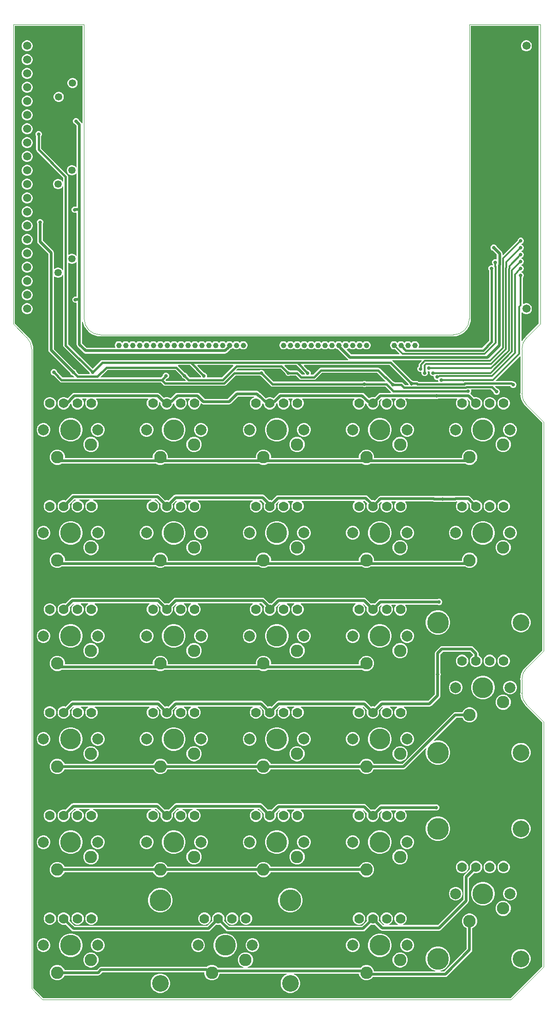
<source format=gtl>
G04*
G04 #@! TF.GenerationSoftware,Altium Limited,Altium Designer,22.7.1 (60)*
G04*
G04 Layer_Physical_Order=1*
G04 Layer_Color=255*
%FSLAX44Y44*%
%MOMM*%
G71*
G04*
G04 #@! TF.SameCoordinates,EC5D1957-9DED-4F38-8C92-ABF119FEB4E7*
G04*
G04*
G04 #@! TF.FilePolarity,Positive*
G04*
G01*
G75*
%ADD12R,1.3462X1.3462*%
%ADD13C,1.3462*%
%ADD22C,0.3810*%
%ADD23C,0.5080*%
%ADD24C,0.3048*%
%ADD25C,0.0254*%
%ADD26C,1.7780*%
%ADD27C,2.2860*%
%ADD28C,3.8100*%
%ADD29C,2.0000*%
%ADD30C,3.9880*%
%ADD31C,3.0480*%
%ADD32C,1.0000*%
%ADD33C,1.5000*%
%ADD34C,0.6350*%
G36*
X127781Y1609140D02*
X126511Y1608823D01*
X125583Y1610213D01*
X120950Y1614845D01*
X120415Y1616137D01*
X118807Y1617745D01*
X116707Y1618615D01*
X114433D01*
X112333Y1617745D01*
X110725Y1616137D01*
X109855Y1614037D01*
Y1611763D01*
X110725Y1609663D01*
X112333Y1608055D01*
X113625Y1607520D01*
X116741Y1604405D01*
Y1528586D01*
X115471Y1528246D01*
X115369Y1528423D01*
X113643Y1530149D01*
X111529Y1531369D01*
X109171Y1532001D01*
X106729D01*
X104372Y1531369D01*
X102257Y1530149D01*
X100531Y1528423D01*
X99311Y1526308D01*
X98679Y1523951D01*
Y1521510D01*
X99311Y1519151D01*
X100531Y1517038D01*
X102257Y1515311D01*
X104372Y1514091D01*
X106729Y1513459D01*
X109171D01*
X111529Y1514091D01*
X113643Y1515311D01*
X115369Y1517038D01*
X115471Y1517214D01*
X116741Y1516873D01*
Y1455762D01*
X114873D01*
X114167Y1456055D01*
X111893D01*
X109793Y1455185D01*
X108185Y1453577D01*
X107315Y1451477D01*
Y1449203D01*
X108185Y1447103D01*
X109793Y1445495D01*
X111893Y1444625D01*
X114167D01*
X115471Y1445165D01*
X116741Y1444438D01*
Y1366026D01*
X115471Y1365686D01*
X115369Y1365862D01*
X113643Y1367589D01*
X111529Y1368809D01*
X109171Y1369441D01*
X106729D01*
X104372Y1368809D01*
X102322Y1367626D01*
X101650Y1367795D01*
X101052Y1368043D01*
Y1511300D01*
X100707Y1513034D01*
X99725Y1514505D01*
X99725Y1514505D01*
X51522Y1562707D01*
Y1585220D01*
X51835Y1585533D01*
X52705Y1587633D01*
Y1589907D01*
X51835Y1592007D01*
X50227Y1593615D01*
X48127Y1594485D01*
X45853D01*
X43753Y1593615D01*
X42145Y1592007D01*
X41275Y1589907D01*
Y1587633D01*
X42145Y1585533D01*
X42458Y1585220D01*
Y1560830D01*
X42803Y1559096D01*
X43785Y1557625D01*
X91988Y1509423D01*
Y1502065D01*
X90718Y1501725D01*
X89969Y1503022D01*
X88243Y1504749D01*
X86129Y1505969D01*
X83771Y1506601D01*
X81329D01*
X78972Y1505969D01*
X76858Y1504749D01*
X75131Y1503022D01*
X73911Y1500909D01*
X73279Y1498551D01*
Y1496109D01*
X73911Y1493752D01*
X75131Y1491638D01*
X76858Y1489911D01*
X78972Y1488691D01*
X81329Y1488059D01*
X83771D01*
X86129Y1488691D01*
X88243Y1489911D01*
X89969Y1491638D01*
X90718Y1492935D01*
X91988Y1492595D01*
Y1339505D01*
X90718Y1339165D01*
X89969Y1340462D01*
X88243Y1342189D01*
X86129Y1343409D01*
X83771Y1344041D01*
X81329D01*
X78972Y1343409D01*
X76858Y1342189D01*
X76300Y1341631D01*
X75030Y1342157D01*
Y1371600D01*
X74635Y1373582D01*
X73513Y1375262D01*
X54710Y1394065D01*
Y1425050D01*
X55245Y1426343D01*
Y1428617D01*
X54375Y1430717D01*
X52767Y1432325D01*
X50667Y1433195D01*
X48393D01*
X46293Y1432325D01*
X44685Y1430717D01*
X43815Y1428617D01*
Y1426343D01*
X44351Y1425050D01*
Y1391920D01*
X44745Y1389938D01*
X45868Y1388257D01*
X64671Y1369455D01*
Y1192530D01*
X65065Y1190548D01*
X66188Y1188867D01*
X105110Y1149946D01*
X105645Y1148653D01*
X107253Y1147045D01*
X109353Y1146175D01*
X109796D01*
X112345Y1143625D01*
X111859Y1142452D01*
X90777D01*
X80645Y1152584D01*
Y1153027D01*
X79775Y1155127D01*
X78167Y1156735D01*
X76067Y1157605D01*
X73793D01*
X71693Y1156735D01*
X70085Y1155127D01*
X69215Y1153027D01*
Y1150753D01*
X70085Y1148653D01*
X71693Y1147045D01*
X73793Y1146175D01*
X74236D01*
X85695Y1134715D01*
X85695Y1134715D01*
X87166Y1133733D01*
X88900Y1133388D01*
X271173D01*
X276195Y1128365D01*
X276195Y1128365D01*
X277666Y1127383D01*
X279400Y1127038D01*
X387440D01*
X389175Y1127383D01*
X390645Y1128365D01*
X408368Y1146088D01*
X452380D01*
X452693Y1145775D01*
X454793Y1144905D01*
X455236D01*
X473045Y1127095D01*
X474516Y1126113D01*
X476250Y1125768D01*
X476250Y1125768D01*
X641610D01*
X641923Y1125455D01*
X644023Y1124585D01*
X646297D01*
X648397Y1125455D01*
X648710Y1125768D01*
X683306D01*
X693659Y1115416D01*
X693173Y1114242D01*
X674613D01*
X672631Y1113848D01*
X670950Y1112726D01*
X670950Y1112725D01*
X664199Y1105974D01*
X662148Y1106523D01*
X659138D01*
X656231Y1105744D01*
X653625Y1104239D01*
X653401Y1104016D01*
X644692Y1112726D01*
X643012Y1113848D01*
X641030Y1114242D01*
X491027D01*
X491026Y1114243D01*
X489044Y1113848D01*
X487364Y1112726D01*
X478655Y1104016D01*
X478431Y1104239D01*
X475825Y1105744D01*
X472918Y1106523D01*
X469908D01*
X467001Y1105744D01*
X464395Y1104239D01*
X464171Y1104016D01*
X455462Y1112726D01*
X453782Y1113848D01*
X453567Y1113891D01*
X451275Y1116182D01*
X449595Y1117305D01*
X447613Y1117700D01*
X410866D01*
X408884Y1117305D01*
X407203Y1116182D01*
X394243Y1103222D01*
X351936D01*
X342432Y1112726D01*
X340752Y1113848D01*
X338770Y1114242D01*
X301797D01*
X301796Y1114243D01*
X299814Y1113848D01*
X298134Y1112726D01*
X289424Y1104016D01*
X289201Y1104239D01*
X286595Y1105744D01*
X283688Y1106523D01*
X280678D01*
X277771Y1105744D01*
X276598Y1105067D01*
X269292Y1112373D01*
X267612Y1113495D01*
X265630Y1113889D01*
X264344D01*
X262570Y1114242D01*
X112567D01*
X112566Y1114243D01*
X110584Y1113848D01*
X108904Y1112726D01*
X108904Y1112725D01*
X100721Y1104542D01*
X100557Y1104297D01*
X99971Y1104239D01*
X97365Y1105744D01*
X94458Y1106523D01*
X91448D01*
X88541Y1105744D01*
X85935Y1104239D01*
X83807Y1102111D01*
X82302Y1099505D01*
X81523Y1096598D01*
Y1093588D01*
X82302Y1090681D01*
X83807Y1088075D01*
X85935Y1085947D01*
X88541Y1084442D01*
X91448Y1083663D01*
X92337D01*
X92953Y1083540D01*
X93569Y1083663D01*
X94458D01*
X97365Y1084442D01*
X99971Y1085947D01*
X102099Y1088075D01*
X103604Y1090681D01*
X104104Y1092546D01*
X105750Y1094192D01*
X106923Y1093706D01*
Y1093588D01*
X107702Y1090681D01*
X109207Y1088075D01*
X111335Y1085947D01*
X113941Y1084442D01*
X116848Y1083663D01*
X119858D01*
X122765Y1084442D01*
X125371Y1085947D01*
X127499Y1088075D01*
X129004Y1090681D01*
X129783Y1093588D01*
Y1096598D01*
X129004Y1099505D01*
X127499Y1102111D01*
X126900Y1102710D01*
X127386Y1103884D01*
X134724D01*
X135210Y1102710D01*
X134609Y1102109D01*
X133104Y1099503D01*
X132325Y1096596D01*
Y1093586D01*
X133104Y1090679D01*
X134609Y1088073D01*
X136737Y1085945D01*
X139343Y1084440D01*
X142250Y1083661D01*
X145260D01*
X148167Y1084440D01*
X150773Y1085945D01*
X152901Y1088073D01*
X154406Y1090679D01*
X155185Y1093586D01*
Y1096596D01*
X154406Y1099503D01*
X152901Y1102109D01*
X152300Y1102710D01*
X152786Y1103884D01*
X247750D01*
X248236Y1102710D01*
X247637Y1102111D01*
X246132Y1099505D01*
X245353Y1096598D01*
Y1093588D01*
X246132Y1090681D01*
X247637Y1088075D01*
X249765Y1085947D01*
X252371Y1084442D01*
X255278Y1083663D01*
X258288D01*
X261195Y1084442D01*
X263801Y1085947D01*
X265929Y1088075D01*
X267434Y1090681D01*
X268213Y1093588D01*
Y1096598D01*
X268064Y1097155D01*
X269202Y1097812D01*
X270753Y1096262D01*
Y1093588D01*
X271532Y1090681D01*
X273037Y1088075D01*
X275165Y1085947D01*
X277771Y1084442D01*
X280678Y1083663D01*
X283688D01*
X286595Y1084442D01*
X289201Y1085947D01*
X291329Y1088075D01*
X292834Y1090681D01*
X293613Y1093588D01*
Y1093656D01*
X293919Y1093861D01*
X294980Y1094921D01*
X296153Y1094435D01*
Y1093588D01*
X296932Y1090681D01*
X298437Y1088075D01*
X300565Y1085947D01*
X303171Y1084442D01*
X306078Y1083663D01*
X309088D01*
X311995Y1084442D01*
X314601Y1085947D01*
X316729Y1088075D01*
X318234Y1090681D01*
X319013Y1093588D01*
Y1096598D01*
X318234Y1099505D01*
X316729Y1102111D01*
X316130Y1102710D01*
X316616Y1103884D01*
X323954D01*
X324440Y1102710D01*
X323839Y1102109D01*
X322334Y1099503D01*
X321555Y1096596D01*
Y1093586D01*
X322334Y1090679D01*
X323839Y1088073D01*
X325967Y1085945D01*
X328573Y1084440D01*
X331480Y1083661D01*
X334490D01*
X337397Y1084440D01*
X340003Y1085945D01*
X342131Y1088073D01*
X343636Y1090679D01*
X344415Y1093586D01*
Y1094433D01*
X345588Y1094919D01*
X346128Y1094380D01*
X346128Y1094380D01*
X347808Y1093257D01*
X349791Y1092862D01*
X396388D01*
X398370Y1093257D01*
X400051Y1094380D01*
X413011Y1107340D01*
X442652D01*
X442819Y1106070D01*
X441601Y1105744D01*
X438995Y1104239D01*
X436867Y1102111D01*
X435362Y1099505D01*
X434583Y1096598D01*
Y1093588D01*
X435362Y1090681D01*
X436867Y1088075D01*
X438995Y1085947D01*
X441601Y1084442D01*
X444508Y1083663D01*
X447518D01*
X450425Y1084442D01*
X453031Y1085947D01*
X455159Y1088075D01*
X456664Y1090681D01*
X457443Y1093588D01*
Y1094435D01*
X458616Y1094921D01*
X459677Y1093861D01*
X459983Y1093656D01*
Y1093588D01*
X460762Y1090681D01*
X462267Y1088075D01*
X464395Y1085947D01*
X467001Y1084442D01*
X469908Y1083663D01*
X472918D01*
X475825Y1084442D01*
X478431Y1085947D01*
X480559Y1088075D01*
X482064Y1090681D01*
X482843Y1093588D01*
Y1093656D01*
X483149Y1093861D01*
X484210Y1094921D01*
X485383Y1094435D01*
Y1093588D01*
X486162Y1090681D01*
X487667Y1088075D01*
X489795Y1085947D01*
X492401Y1084442D01*
X495308Y1083663D01*
X498318D01*
X501225Y1084442D01*
X503831Y1085947D01*
X505959Y1088075D01*
X507464Y1090681D01*
X508243Y1093588D01*
Y1096598D01*
X507464Y1099505D01*
X505959Y1102111D01*
X505360Y1102710D01*
X505846Y1103884D01*
X513184D01*
X513670Y1102710D01*
X513069Y1102109D01*
X511564Y1099503D01*
X510785Y1096596D01*
Y1093586D01*
X511564Y1090679D01*
X513069Y1088073D01*
X515197Y1085945D01*
X517803Y1084440D01*
X520710Y1083661D01*
X523720D01*
X526627Y1084440D01*
X529233Y1085945D01*
X531361Y1088073D01*
X532866Y1090679D01*
X533645Y1093586D01*
Y1096596D01*
X532866Y1099503D01*
X531361Y1102109D01*
X530760Y1102710D01*
X531246Y1103884D01*
X626210D01*
X626696Y1102710D01*
X626097Y1102111D01*
X624592Y1099505D01*
X623813Y1096598D01*
Y1093588D01*
X624592Y1090681D01*
X626097Y1088075D01*
X628225Y1085947D01*
X630831Y1084442D01*
X633738Y1083663D01*
X636748D01*
X639655Y1084442D01*
X642261Y1085947D01*
X644389Y1088075D01*
X645894Y1090681D01*
X646673Y1093588D01*
Y1094435D01*
X647846Y1094921D01*
X648907Y1093861D01*
X649213Y1093656D01*
Y1093588D01*
X649992Y1090681D01*
X651497Y1088075D01*
X653625Y1085947D01*
X656231Y1084442D01*
X659138Y1083663D01*
X662148D01*
X665055Y1084442D01*
X667661Y1085947D01*
X669789Y1088075D01*
X671294Y1090681D01*
X672073Y1093588D01*
Y1096598D01*
X671524Y1098649D01*
X675964Y1103089D01*
X676060Y1103070D01*
X676248Y1102854D01*
X676637Y1101661D01*
X675392Y1099505D01*
X674613Y1096598D01*
Y1093588D01*
X675392Y1090681D01*
X676897Y1088075D01*
X679025Y1085947D01*
X681631Y1084442D01*
X684538Y1083663D01*
X687548D01*
X690455Y1084442D01*
X693061Y1085947D01*
X695189Y1088075D01*
X696694Y1090681D01*
X697473Y1093588D01*
Y1096598D01*
X696694Y1099505D01*
X695189Y1102111D01*
X694590Y1102710D01*
X695076Y1103884D01*
X702414D01*
X702900Y1102710D01*
X702299Y1102109D01*
X700794Y1099503D01*
X700015Y1096596D01*
Y1093586D01*
X700794Y1090679D01*
X702299Y1088073D01*
X704427Y1085945D01*
X707033Y1084440D01*
X709940Y1083661D01*
X712950D01*
X715857Y1084440D01*
X718463Y1085945D01*
X720591Y1088073D01*
X722096Y1090679D01*
X722875Y1093586D01*
Y1096596D01*
X722096Y1099503D01*
X720591Y1102109D01*
X719990Y1102710D01*
X720476Y1103884D01*
X724180D01*
X724541Y1103643D01*
X726523Y1103249D01*
X775367D01*
X776660Y1102713D01*
X778934D01*
X781034Y1103583D01*
X781204Y1103753D01*
X782320Y1103531D01*
X784095Y1103884D01*
X815440D01*
X815926Y1102710D01*
X815327Y1102111D01*
X813822Y1099505D01*
X813043Y1096598D01*
Y1093588D01*
X813822Y1090681D01*
X815327Y1088075D01*
X817455Y1085947D01*
X820061Y1084442D01*
X822968Y1083663D01*
X825978D01*
X828885Y1084442D01*
X831491Y1085947D01*
X833619Y1088075D01*
X835124Y1090681D01*
X835903Y1093588D01*
Y1096598D01*
X835124Y1099505D01*
X833879Y1101661D01*
X834268Y1102854D01*
X834456Y1103070D01*
X834552Y1103089D01*
X838992Y1098649D01*
X838443Y1096598D01*
Y1093588D01*
X839222Y1090681D01*
X840727Y1088075D01*
X842855Y1085947D01*
X845461Y1084442D01*
X848368Y1083663D01*
X851378D01*
X854285Y1084442D01*
X856891Y1085947D01*
X859019Y1088075D01*
X860524Y1090681D01*
X861303Y1093588D01*
Y1096598D01*
X860524Y1099505D01*
X859019Y1102111D01*
X856891Y1104239D01*
X854285Y1105744D01*
X851378Y1106523D01*
X848368D01*
X846317Y1105974D01*
X839566Y1112726D01*
X839528Y1113104D01*
X840505Y1114081D01*
X841375Y1116181D01*
Y1118455D01*
X841004Y1119350D01*
X841710Y1120406D01*
X877245D01*
X882015Y1115636D01*
Y1115193D01*
X882885Y1113093D01*
X884493Y1111485D01*
X886593Y1110615D01*
X888867D01*
X890967Y1111485D01*
X892575Y1113093D01*
X893445Y1115193D01*
Y1117467D01*
X892575Y1119567D01*
X890967Y1121175D01*
X888867Y1122045D01*
X888424D01*
X884887Y1125583D01*
X885373Y1126756D01*
X912966D01*
X913365Y1125793D01*
X914973Y1124185D01*
X917073Y1123315D01*
X919347D01*
X921447Y1124185D01*
X923055Y1125793D01*
X923925Y1127893D01*
Y1130167D01*
X923055Y1132267D01*
X921447Y1133875D01*
X919347Y1134745D01*
X918092D01*
X916999Y1135475D01*
X915265Y1135820D01*
X886799D01*
X886313Y1136993D01*
X930350Y1181030D01*
X931524Y1180544D01*
X931524Y1112926D01*
X931475Y1112926D01*
X931878Y1107800D01*
X933079Y1102801D01*
X935046Y1098050D01*
X937733Y1093666D01*
X940259Y1090709D01*
X941072Y1089756D01*
X941072Y1089756D01*
X941991Y1088906D01*
X971524Y1059374D01*
Y641626D01*
X941107Y611210D01*
X941107Y611210D01*
X941072Y611244D01*
X937733Y607334D01*
X935046Y602950D01*
X933079Y598200D01*
X931878Y593200D01*
X931475Y588074D01*
D01*
X931524Y586824D01*
X931524Y562926D01*
X931475D01*
X931878Y557800D01*
X933079Y552801D01*
X935046Y548050D01*
X937733Y543666D01*
X940259Y540709D01*
X941072Y539756D01*
X941072Y539756D01*
X941991Y538907D01*
X971524Y509374D01*
Y61626D01*
X913117Y3219D01*
X55369D01*
X36962Y21626D01*
Y1194331D01*
X37011D01*
X36608Y1199457D01*
X35407Y1204456D01*
X33440Y1209207D01*
X30753Y1213591D01*
X27413Y1217501D01*
X27379Y1217467D01*
X3219Y1241626D01*
Y1787781D01*
X127781D01*
Y1609140D01*
D02*
G37*
G36*
X91988Y1330035D02*
Y1201420D01*
X92333Y1199686D01*
X93315Y1198215D01*
X140335Y1151196D01*
Y1150753D01*
X140706Y1149858D01*
X140000Y1148802D01*
X119987D01*
X116205Y1152584D01*
Y1153027D01*
X115335Y1155127D01*
X113727Y1156735D01*
X112435Y1157270D01*
X75030Y1194675D01*
Y1327383D01*
X76300Y1327909D01*
X76858Y1327351D01*
X78972Y1326131D01*
X81329Y1325499D01*
X83771D01*
X86129Y1326131D01*
X88243Y1327351D01*
X89969Y1329077D01*
X90718Y1330375D01*
X91988Y1330035D01*
D02*
G37*
G36*
X965267Y1241626D02*
X941107Y1217467D01*
X941107Y1217467D01*
X941072Y1217501D01*
X937733Y1213591D01*
X935046Y1209207D01*
X935029Y1209165D01*
X933784Y1209413D01*
Y1261338D01*
X935054Y1261864D01*
X936421Y1260496D01*
X938711Y1259174D01*
X941264Y1258490D01*
X943908D01*
X946461Y1259174D01*
X948751Y1260496D01*
X950620Y1262365D01*
X951942Y1264655D01*
X952626Y1267208D01*
Y1269852D01*
X951942Y1272405D01*
X950620Y1274695D01*
X948751Y1276564D01*
X946461Y1277886D01*
X943908Y1278570D01*
X941264D01*
X938711Y1277886D01*
X937594Y1277241D01*
X936324Y1277974D01*
Y1325751D01*
X937025Y1326453D01*
X937895Y1328553D01*
Y1330827D01*
X937025Y1332927D01*
X935417Y1334535D01*
X933988Y1335127D01*
X933444Y1336017D01*
X933386Y1336358D01*
X933407Y1336638D01*
X933527Y1336762D01*
X935417Y1337545D01*
X937025Y1339153D01*
X937895Y1341253D01*
Y1343527D01*
X937025Y1345627D01*
X935417Y1347235D01*
X933988Y1347827D01*
X933444Y1348717D01*
X933386Y1349058D01*
X933407Y1349338D01*
X933527Y1349462D01*
X935417Y1350245D01*
X937025Y1351853D01*
X937895Y1353953D01*
Y1356227D01*
X937025Y1358327D01*
X935417Y1359935D01*
X933988Y1360527D01*
X933444Y1361417D01*
X933386Y1361758D01*
X933407Y1362038D01*
X933527Y1362162D01*
X935417Y1362945D01*
X937025Y1364553D01*
X937895Y1366653D01*
Y1368927D01*
X937025Y1371027D01*
X935417Y1372635D01*
X933988Y1373227D01*
X933444Y1374117D01*
X933386Y1374458D01*
X933407Y1374738D01*
X933527Y1374862D01*
X935417Y1375645D01*
X937025Y1377253D01*
X937895Y1379353D01*
Y1381627D01*
X937025Y1383727D01*
X935417Y1385335D01*
X933988Y1385927D01*
X933444Y1386817D01*
X933386Y1387158D01*
X933407Y1387438D01*
X933527Y1387562D01*
X935417Y1388345D01*
X937025Y1389953D01*
X937895Y1392053D01*
Y1394327D01*
X937025Y1396427D01*
X935417Y1398035D01*
X933317Y1398905D01*
X931043D01*
X928943Y1398035D01*
X927335Y1396427D01*
X926465Y1394327D01*
Y1393335D01*
X899798Y1366668D01*
X898624Y1367154D01*
Y1369695D01*
X898230Y1371677D01*
X897107Y1373358D01*
X888030Y1382435D01*
X887495Y1383727D01*
X885887Y1385335D01*
X883787Y1386205D01*
X881513D01*
X879413Y1385335D01*
X877805Y1383727D01*
X876935Y1381627D01*
Y1379353D01*
X877805Y1377253D01*
X879413Y1375645D01*
X880705Y1375110D01*
X888266Y1367550D01*
Y1359875D01*
X887209Y1359169D01*
X886327Y1359535D01*
X884053D01*
X881953Y1358665D01*
X880345Y1357057D01*
X879475Y1354957D01*
Y1352683D01*
X880345Y1350583D01*
X881307Y1349621D01*
X881243Y1348710D01*
X880063Y1347963D01*
X879813Y1348066D01*
X877539D01*
X875439Y1347196D01*
X873831Y1345589D01*
X872961Y1343488D01*
Y1341214D01*
X873831Y1339114D01*
X874144Y1338801D01*
Y1209483D01*
X861168Y1196507D01*
X745206D01*
X744473Y1197777D01*
X744896Y1198510D01*
X745410Y1200427D01*
Y1202413D01*
X744896Y1204330D01*
X743904Y1206050D01*
X742500Y1207454D01*
X740780Y1208446D01*
X738863Y1208960D01*
X736877D01*
X734960Y1208446D01*
X733240Y1207454D01*
X732365Y1206578D01*
X731520Y1206194D01*
X730675Y1206578D01*
X729800Y1207454D01*
X728080Y1208446D01*
X726163Y1208960D01*
X724177D01*
X722260Y1208446D01*
X720540Y1207454D01*
X719665Y1206578D01*
X718820Y1206194D01*
X717975Y1206578D01*
X717100Y1207454D01*
X715380Y1208446D01*
X713463Y1208960D01*
X711477D01*
X709560Y1208446D01*
X707840Y1207454D01*
X706965Y1206578D01*
X706120Y1206194D01*
X705275Y1206578D01*
X704400Y1207454D01*
X702680Y1208446D01*
X700763Y1208960D01*
X698777D01*
X696860Y1208446D01*
X695140Y1207454D01*
X693736Y1206050D01*
X692744Y1204330D01*
X692230Y1202413D01*
Y1200427D01*
X692744Y1198510D01*
X693736Y1196790D01*
X695140Y1195387D01*
X696860Y1194394D01*
X698777Y1193880D01*
X700763D01*
X701211Y1194000D01*
X709457Y1185755D01*
X708971Y1184582D01*
X620778D01*
X612598Y1192762D01*
X612977Y1194179D01*
X613780Y1194394D01*
X615500Y1195387D01*
X616375Y1196262D01*
X617220Y1196646D01*
X618065Y1196262D01*
X618940Y1195387D01*
X620660Y1194394D01*
X622577Y1193880D01*
X624563D01*
X626480Y1194394D01*
X628200Y1195387D01*
X629075Y1196262D01*
X629920Y1196646D01*
X630765Y1196262D01*
X631640Y1195387D01*
X633360Y1194394D01*
X635277Y1193880D01*
X637263D01*
X639180Y1194394D01*
X640900Y1195387D01*
X641775Y1196262D01*
X642620Y1196646D01*
X643465Y1196262D01*
X644340Y1195387D01*
X646060Y1194394D01*
X647977Y1193880D01*
X649963D01*
X651880Y1194394D01*
X653600Y1195387D01*
X655004Y1196790D01*
X655996Y1198510D01*
X656510Y1200427D01*
Y1202413D01*
X655996Y1204330D01*
X655004Y1206050D01*
X653600Y1207454D01*
X651880Y1208446D01*
X649963Y1208960D01*
X647977D01*
X646060Y1208446D01*
X644340Y1207454D01*
X643465Y1206578D01*
X642620Y1206194D01*
X641775Y1206578D01*
X640900Y1207454D01*
X639180Y1208446D01*
X637263Y1208960D01*
X635277D01*
X633360Y1208446D01*
X631640Y1207454D01*
X630765Y1206578D01*
X629920Y1206194D01*
X629075Y1206578D01*
X628200Y1207454D01*
X626480Y1208446D01*
X624563Y1208960D01*
X622577D01*
X620660Y1208446D01*
X618940Y1207454D01*
X618065Y1206578D01*
X617220Y1206194D01*
X616375Y1206578D01*
X615500Y1207454D01*
X613780Y1208446D01*
X611863Y1208960D01*
X609877D01*
X607960Y1208446D01*
X606240Y1207454D01*
X605365Y1206578D01*
X604520Y1206194D01*
X603675Y1206578D01*
X602800Y1207454D01*
X601080Y1208446D01*
X599163Y1208960D01*
X597177D01*
X595260Y1208446D01*
X593540Y1207454D01*
X592665Y1206578D01*
X591820Y1206194D01*
X590975Y1206578D01*
X590100Y1207454D01*
X588380Y1208446D01*
X586463Y1208960D01*
X584477D01*
X582560Y1208446D01*
X580840Y1207454D01*
X579965Y1206578D01*
X579120Y1206194D01*
X578275Y1206578D01*
X577400Y1207454D01*
X575680Y1208446D01*
X573763Y1208960D01*
X571777D01*
X569860Y1208446D01*
X568140Y1207454D01*
X567265Y1206578D01*
X566420Y1206194D01*
X565575Y1206578D01*
X564700Y1207454D01*
X562980Y1208446D01*
X561063Y1208960D01*
X559077D01*
X557160Y1208446D01*
X555440Y1207454D01*
X554565Y1206578D01*
X553720Y1206194D01*
X552875Y1206578D01*
X552000Y1207454D01*
X550280Y1208446D01*
X548363Y1208960D01*
X546377D01*
X544460Y1208446D01*
X542740Y1207454D01*
X541865Y1206578D01*
X541020Y1206194D01*
X540175Y1206578D01*
X539300Y1207454D01*
X537580Y1208446D01*
X535663Y1208960D01*
X533677D01*
X531760Y1208446D01*
X530040Y1207454D01*
X529165Y1206578D01*
X528320Y1206194D01*
X527475Y1206578D01*
X526600Y1207454D01*
X524880Y1208446D01*
X522963Y1208960D01*
X520977D01*
X519060Y1208446D01*
X517340Y1207454D01*
X516465Y1206578D01*
X515620Y1206194D01*
X514775Y1206578D01*
X513900Y1207454D01*
X512180Y1208446D01*
X510263Y1208960D01*
X508277D01*
X506360Y1208446D01*
X504640Y1207454D01*
X503765Y1206578D01*
X502920Y1206194D01*
X502075Y1206578D01*
X501200Y1207454D01*
X499480Y1208446D01*
X497563Y1208960D01*
X495577D01*
X493660Y1208446D01*
X491940Y1207454D01*
X490536Y1206050D01*
X489544Y1204330D01*
X489030Y1202413D01*
Y1200427D01*
X489544Y1198510D01*
X490536Y1196790D01*
X491940Y1195387D01*
X493660Y1194394D01*
X495577Y1193880D01*
X497563D01*
X499480Y1194394D01*
X501200Y1195387D01*
X502075Y1196262D01*
X502920Y1196646D01*
X503765Y1196262D01*
X504640Y1195387D01*
X506360Y1194394D01*
X508277Y1193880D01*
X510263D01*
X512180Y1194394D01*
X513900Y1195387D01*
X514775Y1196262D01*
X515620Y1196646D01*
X516465Y1196262D01*
X517340Y1195387D01*
X519060Y1194394D01*
X520977Y1193880D01*
X522963D01*
X524880Y1194394D01*
X526600Y1195387D01*
X527475Y1196262D01*
X528320Y1196646D01*
X529165Y1196262D01*
X530040Y1195387D01*
X531760Y1194394D01*
X533677Y1193880D01*
X535663D01*
X537580Y1194394D01*
X539300Y1195387D01*
X540175Y1196262D01*
X541020Y1196646D01*
X541865Y1196262D01*
X542740Y1195387D01*
X544460Y1194394D01*
X546377Y1193880D01*
X548363D01*
X550280Y1194394D01*
X552000Y1195387D01*
X552875Y1196262D01*
X553720Y1196646D01*
X554565Y1196262D01*
X555440Y1195387D01*
X557160Y1194394D01*
X559077Y1193880D01*
X561063D01*
X562980Y1194394D01*
X564700Y1195387D01*
X565575Y1196262D01*
X566420Y1196646D01*
X567265Y1196262D01*
X568140Y1195387D01*
X569860Y1194394D01*
X571777Y1193880D01*
X573763D01*
X575680Y1194394D01*
X577400Y1195387D01*
X578275Y1196262D01*
X579120Y1196646D01*
X579965Y1196262D01*
X580840Y1195387D01*
X582560Y1194394D01*
X584477Y1193880D01*
X586463D01*
X588380Y1194394D01*
X590100Y1195387D01*
X590975Y1196262D01*
X591820Y1196646D01*
X592665Y1196262D01*
X593540Y1195387D01*
X595260Y1194394D01*
X596874Y1193961D01*
X597127Y1193582D01*
X614970Y1175740D01*
X615370Y1175472D01*
X614985Y1174202D01*
X163830D01*
X162096Y1173857D01*
X160625Y1172875D01*
X160625Y1172875D01*
X146050Y1158299D01*
X101052Y1203297D01*
Y1352297D01*
X101650Y1352545D01*
X102322Y1352714D01*
X104372Y1351531D01*
X106729Y1350899D01*
X109171D01*
X111529Y1351531D01*
X113643Y1352751D01*
X115369Y1354478D01*
X115471Y1354654D01*
X116741Y1354314D01*
Y1291724D01*
X115471Y1290941D01*
X115437Y1290955D01*
X113163D01*
X111063Y1290085D01*
X109455Y1288477D01*
X108585Y1286377D01*
Y1284103D01*
X109455Y1282003D01*
X111063Y1280395D01*
X113163Y1279525D01*
X115437D01*
X115684Y1279628D01*
X116741Y1278922D01*
Y1202690D01*
X117135Y1200708D01*
X118258Y1199027D01*
X129607Y1187678D01*
X131288Y1186555D01*
X133270Y1186161D01*
X388985D01*
X390967Y1186555D01*
X392648Y1187678D01*
X398553Y1193582D01*
X398806Y1193961D01*
X400420Y1194394D01*
X402140Y1195387D01*
X403015Y1196262D01*
X403860Y1196646D01*
X404705Y1196262D01*
X405580Y1195387D01*
X407300Y1194394D01*
X409217Y1193880D01*
X411203D01*
X413120Y1194394D01*
X414840Y1195387D01*
X415715Y1196262D01*
X416560Y1196646D01*
X417405Y1196262D01*
X418280Y1195387D01*
X420000Y1194394D01*
X421917Y1193880D01*
X423903D01*
X425820Y1194394D01*
X427540Y1195387D01*
X428943Y1196790D01*
X429936Y1198510D01*
X430450Y1200427D01*
Y1202413D01*
X429936Y1204330D01*
X428943Y1206050D01*
X427540Y1207454D01*
X425820Y1208446D01*
X423903Y1208960D01*
X421917D01*
X420000Y1208446D01*
X418280Y1207454D01*
X417405Y1206578D01*
X416560Y1206194D01*
X415715Y1206578D01*
X414840Y1207454D01*
X413120Y1208446D01*
X411203Y1208960D01*
X409217D01*
X407300Y1208446D01*
X405580Y1207454D01*
X404705Y1206578D01*
X403860Y1206194D01*
X403015Y1206578D01*
X402140Y1207454D01*
X400420Y1208446D01*
X398503Y1208960D01*
X396517D01*
X394600Y1208446D01*
X392880Y1207454D01*
X392005Y1206578D01*
X391160Y1206194D01*
X390315Y1206578D01*
X389440Y1207454D01*
X387720Y1208446D01*
X385803Y1208960D01*
X383817D01*
X381900Y1208446D01*
X380180Y1207454D01*
X379305Y1206578D01*
X378460Y1206194D01*
X377615Y1206578D01*
X376740Y1207454D01*
X375020Y1208446D01*
X373103Y1208960D01*
X371117D01*
X369200Y1208446D01*
X367480Y1207454D01*
X366605Y1206578D01*
X365760Y1206194D01*
X364915Y1206578D01*
X364040Y1207454D01*
X362320Y1208446D01*
X360403Y1208960D01*
X358417D01*
X356500Y1208446D01*
X354780Y1207454D01*
X353905Y1206578D01*
X353060Y1206194D01*
X352215Y1206578D01*
X351340Y1207454D01*
X349620Y1208446D01*
X347703Y1208960D01*
X345717D01*
X343800Y1208446D01*
X342080Y1207454D01*
X341205Y1206578D01*
X340360Y1206194D01*
X339515Y1206578D01*
X338640Y1207454D01*
X336920Y1208446D01*
X335003Y1208960D01*
X333017D01*
X331100Y1208446D01*
X329380Y1207454D01*
X328505Y1206578D01*
X327660Y1206194D01*
X326815Y1206578D01*
X325940Y1207454D01*
X324220Y1208446D01*
X322303Y1208960D01*
X320317D01*
X318400Y1208446D01*
X316680Y1207454D01*
X315805Y1206578D01*
X314960Y1206194D01*
X314115Y1206578D01*
X313240Y1207454D01*
X311520Y1208446D01*
X309603Y1208960D01*
X307617D01*
X305700Y1208446D01*
X303980Y1207454D01*
X303105Y1206578D01*
X302260Y1206194D01*
X301415Y1206578D01*
X300540Y1207454D01*
X298820Y1208446D01*
X296903Y1208960D01*
X294917D01*
X293000Y1208446D01*
X291280Y1207454D01*
X290405Y1206578D01*
X289560Y1206194D01*
X288715Y1206578D01*
X287840Y1207454D01*
X286120Y1208446D01*
X284203Y1208960D01*
X282217D01*
X280300Y1208446D01*
X278580Y1207454D01*
X277705Y1206578D01*
X276860Y1206194D01*
X276015Y1206578D01*
X275140Y1207454D01*
X273420Y1208446D01*
X271503Y1208960D01*
X269517D01*
X267600Y1208446D01*
X265880Y1207454D01*
X265005Y1206578D01*
X264160Y1206194D01*
X263315Y1206578D01*
X262440Y1207454D01*
X260720Y1208446D01*
X258803Y1208960D01*
X256817D01*
X254900Y1208446D01*
X253180Y1207454D01*
X252305Y1206578D01*
X251460Y1206194D01*
X250615Y1206578D01*
X249740Y1207454D01*
X248020Y1208446D01*
X246103Y1208960D01*
X244117D01*
X242200Y1208446D01*
X240480Y1207454D01*
X239605Y1206578D01*
X238760Y1206194D01*
X237915Y1206578D01*
X237040Y1207454D01*
X235320Y1208446D01*
X233403Y1208960D01*
X231417D01*
X229500Y1208446D01*
X227780Y1207454D01*
X226905Y1206578D01*
X226060Y1206194D01*
X225215Y1206578D01*
X224340Y1207454D01*
X222620Y1208446D01*
X220703Y1208960D01*
X218717D01*
X216800Y1208446D01*
X215080Y1207454D01*
X214205Y1206578D01*
X213360Y1206194D01*
X212515Y1206578D01*
X211640Y1207454D01*
X209920Y1208446D01*
X208003Y1208960D01*
X206017D01*
X204100Y1208446D01*
X202380Y1207454D01*
X201505Y1206578D01*
X200660Y1206194D01*
X199815Y1206578D01*
X198940Y1207454D01*
X197220Y1208446D01*
X195303Y1208960D01*
X193317D01*
X191400Y1208446D01*
X189680Y1207454D01*
X188277Y1206050D01*
X187284Y1204330D01*
X186770Y1202413D01*
Y1200427D01*
X187284Y1198510D01*
X187700Y1197790D01*
X186966Y1196519D01*
X135415D01*
X127100Y1204835D01*
Y1244249D01*
X128370Y1244399D01*
X129336Y1240374D01*
X131304Y1235624D01*
X133990Y1231239D01*
X137330Y1227329D01*
X141239Y1223990D01*
X145624Y1221303D01*
X150374Y1219336D01*
X155374Y1218135D01*
X159251Y1217830D01*
X160500Y1217732D01*
X161770Y1217781D01*
X807986D01*
Y1217732D01*
X813112Y1218135D01*
X818112Y1219336D01*
X822862Y1221303D01*
X827246Y1223990D01*
X831156Y1227329D01*
X834496Y1231239D01*
X837182Y1235624D01*
X839150Y1240374D01*
X840351Y1245374D01*
X840754Y1250500D01*
X840705D01*
X840705Y1787781D01*
X965267D01*
Y1241626D01*
D02*
G37*
G36*
X535305Y1149926D02*
Y1149483D01*
X535676Y1148588D01*
X534970Y1147532D01*
X530849D01*
X524557Y1153825D01*
X523086Y1154807D01*
X521352Y1155152D01*
X509010D01*
X508697Y1155465D01*
X506597Y1156335D01*
X506154D01*
X498525Y1163965D01*
X499011Y1165138D01*
X520093D01*
X535305Y1149926D01*
D02*
G37*
G36*
X404445Y1163965D02*
X382933Y1142452D01*
X356570D01*
X355864Y1143508D01*
X356235Y1144403D01*
Y1146677D01*
X355365Y1148777D01*
X353757Y1150385D01*
X351657Y1151255D01*
X351214D01*
X338505Y1163965D01*
X338991Y1165138D01*
X403959D01*
X404445Y1163965D01*
D02*
G37*
G36*
X344805Y1144846D02*
Y1144403D01*
X345176Y1143508D01*
X344470Y1142452D01*
X324457D01*
X320675Y1146234D01*
Y1146677D01*
X319805Y1148777D01*
X318197Y1150385D01*
X316097Y1151255D01*
X315654D01*
X303041Y1163868D01*
X303105Y1164356D01*
X303485Y1165138D01*
X324513D01*
X344805Y1144846D01*
D02*
G37*
G36*
X309245D02*
Y1144403D01*
X310115Y1142303D01*
X311723Y1140695D01*
X313823Y1139825D01*
X314266D01*
X316815Y1137275D01*
X316329Y1136102D01*
X281277D01*
X279459Y1137920D01*
X281364Y1139825D01*
X281807D01*
X283907Y1140695D01*
X285515Y1142303D01*
X286385Y1144403D01*
Y1146677D01*
X285515Y1148777D01*
X283907Y1150385D01*
X281807Y1151255D01*
X279533D01*
X277433Y1150385D01*
X275825Y1148777D01*
X274955Y1146677D01*
Y1146234D01*
X271173Y1142452D01*
X161191D01*
X160705Y1143625D01*
X173327Y1156248D01*
X297843D01*
X309245Y1144846D01*
D02*
G37*
G36*
X499745Y1149926D02*
Y1149483D01*
X500615Y1147383D01*
X502223Y1145775D01*
X504323Y1144905D01*
X506597D01*
X508697Y1145775D01*
X509010Y1146088D01*
X519475D01*
X525767Y1139795D01*
X527238Y1138813D01*
X528972Y1138468D01*
X552450D01*
X554184Y1138813D01*
X555655Y1139795D01*
X567027Y1151168D01*
X668683D01*
X683845Y1136005D01*
X683359Y1134832D01*
X648710D01*
X648397Y1135145D01*
X646297Y1136015D01*
X644023D01*
X641923Y1135145D01*
X641610Y1134832D01*
X478127D01*
X461645Y1151314D01*
Y1151757D01*
X460775Y1153857D01*
X459167Y1155465D01*
X457067Y1156335D01*
X454793D01*
X452693Y1155465D01*
X452380Y1155152D01*
X410111D01*
X409625Y1156325D01*
X412087Y1158788D01*
X490883D01*
X499745Y1149926D01*
D02*
G37*
G36*
X750347Y1173049D02*
X745732Y1168434D01*
X744834Y1167090D01*
X744518Y1165504D01*
Y1162810D01*
X743185Y1161477D01*
X742315Y1159377D01*
Y1157103D01*
X743185Y1155003D01*
X744793Y1153395D01*
X746893Y1152525D01*
X748879D01*
X749490Y1152080D01*
X749935Y1151469D01*
Y1149483D01*
X750805Y1147383D01*
X752413Y1145775D01*
X754513Y1144905D01*
X756787D01*
X758887Y1145775D01*
X760495Y1147383D01*
X761365Y1149483D01*
Y1151757D01*
X761001Y1152635D01*
X761973Y1153607D01*
X762133Y1153541D01*
X764407D01*
X764517Y1153586D01*
X765489Y1152614D01*
X765130Y1151748D01*
Y1149475D01*
X766000Y1147374D01*
X767607Y1145766D01*
X769708Y1144896D01*
X771622D01*
X772107Y1144736D01*
X772795Y1143859D01*
Y1142236D01*
X773665Y1140135D01*
X775273Y1138527D01*
X777373Y1137657D01*
X779647D01*
X780415Y1137144D01*
Y1136501D01*
X780786Y1135606D01*
X780080Y1134550D01*
X744164D01*
X742779Y1135475D01*
X741045Y1135820D01*
X735070D01*
X734757Y1136133D01*
X732657Y1137003D01*
X732214D01*
X696343Y1172875D01*
X696226Y1172952D01*
X696611Y1174222D01*
X749861D01*
X750347Y1173049D01*
D02*
G37*
G36*
X725805Y1130594D02*
Y1130151D01*
X726176Y1129256D01*
X725470Y1128200D01*
X719726D01*
X715692Y1132235D01*
X714221Y1133217D01*
X712487Y1133562D01*
X700780D01*
X700467Y1133875D01*
X698367Y1134745D01*
X697924D01*
X673765Y1158905D01*
X672294Y1159887D01*
X670560Y1160232D01*
X565150D01*
X565150Y1160232D01*
X563416Y1159887D01*
X561945Y1158905D01*
X561945Y1158905D01*
X550573Y1147532D01*
X547070D01*
X546364Y1148588D01*
X546735Y1149483D01*
Y1151757D01*
X545865Y1153857D01*
X544257Y1155465D01*
X542157Y1156335D01*
X541714D01*
X534085Y1163965D01*
X534571Y1165138D01*
X691261D01*
X725805Y1130594D01*
D02*
G37*
%LPC*%
G36*
X27222Y1761170D02*
X24578D01*
X22025Y1760486D01*
X19735Y1759164D01*
X17866Y1757295D01*
X16544Y1755005D01*
X15860Y1752452D01*
Y1749808D01*
X16544Y1747255D01*
X17866Y1744965D01*
X19735Y1743096D01*
X22025Y1741774D01*
X24578Y1741090D01*
X27222D01*
X29775Y1741774D01*
X32065Y1743096D01*
X33934Y1744965D01*
X35256Y1747255D01*
X35940Y1749808D01*
Y1752452D01*
X35256Y1755005D01*
X33934Y1757295D01*
X32065Y1759164D01*
X29775Y1760486D01*
X27222Y1761170D01*
D02*
G37*
G36*
Y1735770D02*
X24578D01*
X22025Y1735086D01*
X19735Y1733764D01*
X17866Y1731895D01*
X16544Y1729605D01*
X15860Y1727052D01*
Y1724408D01*
X16544Y1721855D01*
X17866Y1719565D01*
X19735Y1717696D01*
X22025Y1716374D01*
X24578Y1715690D01*
X27222D01*
X29775Y1716374D01*
X32065Y1717696D01*
X33934Y1719565D01*
X35256Y1721855D01*
X35940Y1724408D01*
Y1727052D01*
X35256Y1729605D01*
X33934Y1731895D01*
X32065Y1733764D01*
X29775Y1735086D01*
X27222Y1735770D01*
D02*
G37*
G36*
Y1710370D02*
X24578D01*
X22025Y1709686D01*
X19735Y1708364D01*
X17866Y1706495D01*
X16544Y1704205D01*
X15860Y1701652D01*
Y1699008D01*
X16544Y1696455D01*
X17866Y1694165D01*
X19735Y1692296D01*
X22025Y1690974D01*
X24578Y1690290D01*
X27222D01*
X29775Y1690974D01*
X32065Y1692296D01*
X33934Y1694165D01*
X35256Y1696455D01*
X35940Y1699008D01*
Y1701652D01*
X35256Y1704205D01*
X33934Y1706495D01*
X32065Y1708364D01*
X29775Y1709686D01*
X27222Y1710370D01*
D02*
G37*
G36*
X110441Y1692021D02*
X107999D01*
X105641Y1691389D01*
X103527Y1690169D01*
X101801Y1688443D01*
X100581Y1686328D01*
X99949Y1683970D01*
Y1681530D01*
X100581Y1679171D01*
X101801Y1677057D01*
X103527Y1675331D01*
X105641Y1674111D01*
X107999Y1673479D01*
X110441D01*
X112799Y1674111D01*
X114913Y1675331D01*
X116639Y1677057D01*
X117859Y1679171D01*
X118491Y1681530D01*
Y1683970D01*
X117859Y1686328D01*
X116639Y1688443D01*
X114913Y1690169D01*
X112799Y1691389D01*
X110441Y1692021D01*
D02*
G37*
G36*
X27222Y1684970D02*
X24578D01*
X22025Y1684286D01*
X19735Y1682964D01*
X17866Y1681095D01*
X16544Y1678805D01*
X15860Y1676252D01*
Y1673608D01*
X16544Y1671055D01*
X17866Y1668765D01*
X19735Y1666896D01*
X22025Y1665574D01*
X24578Y1664890D01*
X27222D01*
X29775Y1665574D01*
X32065Y1666896D01*
X33934Y1668765D01*
X35256Y1671055D01*
X35940Y1673608D01*
Y1676252D01*
X35256Y1678805D01*
X33934Y1681095D01*
X32065Y1682964D01*
X29775Y1684286D01*
X27222Y1684970D01*
D02*
G37*
G36*
X85041Y1666621D02*
X82599D01*
X80241Y1665989D01*
X78127Y1664769D01*
X76401Y1663042D01*
X75181Y1660928D01*
X74549Y1658571D01*
Y1656129D01*
X75181Y1653772D01*
X76401Y1651658D01*
X78127Y1649931D01*
X80241Y1648711D01*
X82599Y1648079D01*
X85041D01*
X87399Y1648711D01*
X89513Y1649931D01*
X91239Y1651658D01*
X92459Y1653772D01*
X93091Y1656129D01*
Y1658571D01*
X92459Y1660928D01*
X91239Y1663042D01*
X89513Y1664769D01*
X87399Y1665989D01*
X85041Y1666621D01*
D02*
G37*
G36*
X27222Y1659570D02*
X24578D01*
X22025Y1658886D01*
X19735Y1657564D01*
X17866Y1655695D01*
X16544Y1653405D01*
X15860Y1650852D01*
Y1648208D01*
X16544Y1645655D01*
X17866Y1643365D01*
X19735Y1641496D01*
X22025Y1640174D01*
X24578Y1639490D01*
X27222D01*
X29775Y1640174D01*
X32065Y1641496D01*
X33934Y1643365D01*
X35256Y1645655D01*
X35940Y1648208D01*
Y1650852D01*
X35256Y1653405D01*
X33934Y1655695D01*
X32065Y1657564D01*
X29775Y1658886D01*
X27222Y1659570D01*
D02*
G37*
G36*
Y1634170D02*
X24578D01*
X22025Y1633486D01*
X19735Y1632164D01*
X17866Y1630295D01*
X16544Y1628005D01*
X15860Y1625452D01*
Y1622808D01*
X16544Y1620255D01*
X17866Y1617965D01*
X19735Y1616096D01*
X22025Y1614774D01*
X24578Y1614090D01*
X27222D01*
X29775Y1614774D01*
X32065Y1616096D01*
X33934Y1617965D01*
X35256Y1620255D01*
X35940Y1622808D01*
Y1625452D01*
X35256Y1628005D01*
X33934Y1630295D01*
X32065Y1632164D01*
X29775Y1633486D01*
X27222Y1634170D01*
D02*
G37*
G36*
Y1608770D02*
X24578D01*
X22025Y1608086D01*
X19735Y1606764D01*
X17866Y1604895D01*
X16544Y1602605D01*
X15860Y1600052D01*
Y1597408D01*
X16544Y1594855D01*
X17866Y1592565D01*
X19735Y1590696D01*
X22025Y1589374D01*
X24578Y1588690D01*
X27222D01*
X29775Y1589374D01*
X32065Y1590696D01*
X33934Y1592565D01*
X35256Y1594855D01*
X35940Y1597408D01*
Y1600052D01*
X35256Y1602605D01*
X33934Y1604895D01*
X32065Y1606764D01*
X29775Y1608086D01*
X27222Y1608770D01*
D02*
G37*
G36*
Y1583370D02*
X24578D01*
X22025Y1582686D01*
X19735Y1581364D01*
X17866Y1579495D01*
X16544Y1577205D01*
X15860Y1574652D01*
Y1572008D01*
X16544Y1569455D01*
X17866Y1567165D01*
X19735Y1565296D01*
X22025Y1563974D01*
X24578Y1563290D01*
X27222D01*
X29775Y1563974D01*
X32065Y1565296D01*
X33934Y1567165D01*
X35256Y1569455D01*
X35940Y1572008D01*
Y1574652D01*
X35256Y1577205D01*
X33934Y1579495D01*
X32065Y1581364D01*
X29775Y1582686D01*
X27222Y1583370D01*
D02*
G37*
G36*
Y1557970D02*
X24578D01*
X22025Y1557286D01*
X19735Y1555964D01*
X17866Y1554095D01*
X16544Y1551805D01*
X15860Y1549252D01*
Y1546608D01*
X16544Y1544055D01*
X17866Y1541765D01*
X19735Y1539896D01*
X22025Y1538574D01*
X24578Y1537890D01*
X27222D01*
X29775Y1538574D01*
X32065Y1539896D01*
X33934Y1541765D01*
X35256Y1544055D01*
X35940Y1546608D01*
Y1549252D01*
X35256Y1551805D01*
X33934Y1554095D01*
X32065Y1555964D01*
X29775Y1557286D01*
X27222Y1557970D01*
D02*
G37*
G36*
Y1532570D02*
X24578D01*
X22025Y1531886D01*
X19735Y1530564D01*
X17866Y1528695D01*
X16544Y1526405D01*
X15860Y1523852D01*
Y1521208D01*
X16544Y1518655D01*
X17866Y1516365D01*
X19735Y1514496D01*
X22025Y1513174D01*
X24578Y1512490D01*
X27222D01*
X29775Y1513174D01*
X32065Y1514496D01*
X33934Y1516365D01*
X35256Y1518655D01*
X35940Y1521208D01*
Y1523852D01*
X35256Y1526405D01*
X33934Y1528695D01*
X32065Y1530564D01*
X29775Y1531886D01*
X27222Y1532570D01*
D02*
G37*
G36*
Y1507170D02*
X24578D01*
X22025Y1506486D01*
X19735Y1505164D01*
X17866Y1503295D01*
X16544Y1501005D01*
X15860Y1498452D01*
Y1495808D01*
X16544Y1493255D01*
X17866Y1490965D01*
X19735Y1489096D01*
X22025Y1487774D01*
X24578Y1487090D01*
X27222D01*
X29775Y1487774D01*
X32065Y1489096D01*
X33934Y1490965D01*
X35256Y1493255D01*
X35940Y1495808D01*
Y1498452D01*
X35256Y1501005D01*
X33934Y1503295D01*
X32065Y1505164D01*
X29775Y1506486D01*
X27222Y1507170D01*
D02*
G37*
G36*
Y1481770D02*
X24578D01*
X22025Y1481086D01*
X19735Y1479764D01*
X17866Y1477895D01*
X16544Y1475605D01*
X15860Y1473052D01*
Y1470408D01*
X16544Y1467855D01*
X17866Y1465565D01*
X19735Y1463696D01*
X22025Y1462374D01*
X24578Y1461690D01*
X27222D01*
X29775Y1462374D01*
X32065Y1463696D01*
X33934Y1465565D01*
X35256Y1467855D01*
X35940Y1470408D01*
Y1473052D01*
X35256Y1475605D01*
X33934Y1477895D01*
X32065Y1479764D01*
X29775Y1481086D01*
X27222Y1481770D01*
D02*
G37*
G36*
Y1456370D02*
X24578D01*
X22025Y1455686D01*
X19735Y1454364D01*
X17866Y1452495D01*
X16544Y1450205D01*
X15860Y1447652D01*
Y1445008D01*
X16544Y1442455D01*
X17866Y1440165D01*
X19735Y1438296D01*
X22025Y1436974D01*
X24578Y1436290D01*
X27222D01*
X29775Y1436974D01*
X32065Y1438296D01*
X33934Y1440165D01*
X35256Y1442455D01*
X35940Y1445008D01*
Y1447652D01*
X35256Y1450205D01*
X33934Y1452495D01*
X32065Y1454364D01*
X29775Y1455686D01*
X27222Y1456370D01*
D02*
G37*
G36*
Y1430970D02*
X24578D01*
X22025Y1430286D01*
X19735Y1428964D01*
X17866Y1427095D01*
X16544Y1424805D01*
X15860Y1422252D01*
Y1419608D01*
X16544Y1417055D01*
X17866Y1414765D01*
X19735Y1412896D01*
X22025Y1411574D01*
X24578Y1410890D01*
X27222D01*
X29775Y1411574D01*
X32065Y1412896D01*
X33934Y1414765D01*
X35256Y1417055D01*
X35940Y1419608D01*
Y1422252D01*
X35256Y1424805D01*
X33934Y1427095D01*
X32065Y1428964D01*
X29775Y1430286D01*
X27222Y1430970D01*
D02*
G37*
G36*
Y1405570D02*
X24578D01*
X22025Y1404886D01*
X19735Y1403564D01*
X17866Y1401695D01*
X16544Y1399405D01*
X15860Y1396852D01*
Y1394208D01*
X16544Y1391655D01*
X17866Y1389365D01*
X19735Y1387496D01*
X22025Y1386174D01*
X24578Y1385490D01*
X27222D01*
X29775Y1386174D01*
X32065Y1387496D01*
X33934Y1389365D01*
X35256Y1391655D01*
X35940Y1394208D01*
Y1396852D01*
X35256Y1399405D01*
X33934Y1401695D01*
X32065Y1403564D01*
X29775Y1404886D01*
X27222Y1405570D01*
D02*
G37*
G36*
Y1380170D02*
X24578D01*
X22025Y1379486D01*
X19735Y1378164D01*
X17866Y1376295D01*
X16544Y1374005D01*
X15860Y1371452D01*
Y1368808D01*
X16544Y1366255D01*
X17866Y1363965D01*
X19735Y1362096D01*
X22025Y1360774D01*
X24578Y1360090D01*
X27222D01*
X29775Y1360774D01*
X32065Y1362096D01*
X33934Y1363965D01*
X35256Y1366255D01*
X35940Y1368808D01*
Y1371452D01*
X35256Y1374005D01*
X33934Y1376295D01*
X32065Y1378164D01*
X29775Y1379486D01*
X27222Y1380170D01*
D02*
G37*
G36*
Y1354770D02*
X24578D01*
X22025Y1354086D01*
X19735Y1352764D01*
X17866Y1350895D01*
X16544Y1348605D01*
X15860Y1346052D01*
Y1343408D01*
X16544Y1340855D01*
X17866Y1338565D01*
X19735Y1336696D01*
X22025Y1335374D01*
X24578Y1334690D01*
X27222D01*
X29775Y1335374D01*
X32065Y1336696D01*
X33934Y1338565D01*
X35256Y1340855D01*
X35940Y1343408D01*
Y1346052D01*
X35256Y1348605D01*
X33934Y1350895D01*
X32065Y1352764D01*
X29775Y1354086D01*
X27222Y1354770D01*
D02*
G37*
G36*
Y1329370D02*
X24578D01*
X22025Y1328686D01*
X19735Y1327364D01*
X17866Y1325495D01*
X16544Y1323205D01*
X15860Y1320652D01*
Y1318008D01*
X16544Y1315455D01*
X17866Y1313165D01*
X19735Y1311296D01*
X22025Y1309974D01*
X24578Y1309290D01*
X27222D01*
X29775Y1309974D01*
X32065Y1311296D01*
X33934Y1313165D01*
X35256Y1315455D01*
X35940Y1318008D01*
Y1320652D01*
X35256Y1323205D01*
X33934Y1325495D01*
X32065Y1327364D01*
X29775Y1328686D01*
X27222Y1329370D01*
D02*
G37*
G36*
Y1303970D02*
X24578D01*
X22025Y1303286D01*
X19735Y1301964D01*
X17866Y1300095D01*
X16544Y1297805D01*
X15860Y1295252D01*
Y1292608D01*
X16544Y1290055D01*
X17866Y1287765D01*
X19735Y1285896D01*
X22025Y1284574D01*
X24578Y1283890D01*
X27222D01*
X29775Y1284574D01*
X32065Y1285896D01*
X33934Y1287765D01*
X35256Y1290055D01*
X35940Y1292608D01*
Y1295252D01*
X35256Y1297805D01*
X33934Y1300095D01*
X32065Y1301964D01*
X29775Y1303286D01*
X27222Y1303970D01*
D02*
G37*
G36*
Y1278570D02*
X24578D01*
X22025Y1277886D01*
X19735Y1276564D01*
X17866Y1274695D01*
X16544Y1272405D01*
X15860Y1269852D01*
Y1267208D01*
X16544Y1264655D01*
X17866Y1262365D01*
X19735Y1260496D01*
X22025Y1259174D01*
X24578Y1258490D01*
X27222D01*
X29775Y1259174D01*
X32065Y1260496D01*
X33934Y1262365D01*
X35256Y1264655D01*
X35940Y1267208D01*
Y1269852D01*
X35256Y1272405D01*
X33934Y1274695D01*
X32065Y1276564D01*
X29775Y1277886D01*
X27222Y1278570D01*
D02*
G37*
G36*
X876778Y1106523D02*
X873768D01*
X870861Y1105744D01*
X868255Y1104239D01*
X866127Y1102111D01*
X864622Y1099505D01*
X863843Y1096598D01*
Y1093588D01*
X864622Y1090681D01*
X866127Y1088075D01*
X868255Y1085947D01*
X870861Y1084442D01*
X873768Y1083663D01*
X876778D01*
X879685Y1084442D01*
X882291Y1085947D01*
X884419Y1088075D01*
X885924Y1090681D01*
X886703Y1093588D01*
Y1096598D01*
X885924Y1099505D01*
X884419Y1102111D01*
X882291Y1104239D01*
X879685Y1105744D01*
X876778Y1106523D01*
D02*
G37*
G36*
X69058D02*
X66048D01*
X63141Y1105744D01*
X60535Y1104239D01*
X58407Y1102111D01*
X56902Y1099505D01*
X56123Y1096598D01*
Y1093588D01*
X56902Y1090681D01*
X58407Y1088075D01*
X60535Y1085947D01*
X63141Y1084442D01*
X66048Y1083663D01*
X69058D01*
X71965Y1084442D01*
X74571Y1085947D01*
X76699Y1088075D01*
X78204Y1090681D01*
X78983Y1093588D01*
Y1096598D01*
X78204Y1099505D01*
X76699Y1102111D01*
X74571Y1104239D01*
X71965Y1105744D01*
X69058Y1106523D01*
D02*
G37*
G36*
X902180Y1106521D02*
X899170D01*
X896263Y1105742D01*
X893657Y1104237D01*
X891529Y1102109D01*
X890024Y1099503D01*
X889245Y1096596D01*
Y1093586D01*
X890024Y1090679D01*
X891529Y1088073D01*
X893657Y1085945D01*
X896263Y1084440D01*
X899170Y1083661D01*
X902180D01*
X905087Y1084440D01*
X907693Y1085945D01*
X909821Y1088073D01*
X911326Y1090679D01*
X912105Y1093586D01*
Y1096596D01*
X911326Y1099503D01*
X909821Y1102109D01*
X907693Y1104237D01*
X905087Y1105742D01*
X902180Y1106521D01*
D02*
G37*
G36*
X914265Y1058863D02*
X910963D01*
X907774Y1058008D01*
X904914Y1056357D01*
X902579Y1054023D01*
X900929Y1051163D01*
X900074Y1047974D01*
Y1044672D01*
X900929Y1041483D01*
X902579Y1038623D01*
X904914Y1036289D01*
X907774Y1034638D01*
X910963Y1033783D01*
X914265D01*
X917454Y1034638D01*
X920314Y1036289D01*
X922648Y1038623D01*
X924299Y1041483D01*
X925154Y1044672D01*
Y1047974D01*
X924299Y1051163D01*
X922648Y1054023D01*
X920314Y1056357D01*
X917454Y1058008D01*
X914265Y1058863D01*
D02*
G37*
G36*
X814444D02*
X811142D01*
X807953Y1058008D01*
X805093Y1056357D01*
X802758Y1054023D01*
X801108Y1051163D01*
X800253Y1047974D01*
Y1044672D01*
X801108Y1041483D01*
X802758Y1038623D01*
X805093Y1036289D01*
X807953Y1034638D01*
X811142Y1033783D01*
X814444D01*
X817633Y1034638D01*
X820493Y1036289D01*
X822828Y1038623D01*
X824478Y1041483D01*
X825333Y1044672D01*
Y1047974D01*
X824478Y1051163D01*
X822828Y1054023D01*
X820493Y1056357D01*
X817633Y1058008D01*
X814444Y1058863D01*
D02*
G37*
G36*
X725035D02*
X721733D01*
X718544Y1058008D01*
X715684Y1056357D01*
X713350Y1054023D01*
X711699Y1051163D01*
X710844Y1047974D01*
Y1044672D01*
X711699Y1041483D01*
X713350Y1038623D01*
X715684Y1036289D01*
X718544Y1034638D01*
X721733Y1033783D01*
X725035D01*
X728224Y1034638D01*
X731084Y1036289D01*
X733419Y1038623D01*
X735069Y1041483D01*
X735924Y1044672D01*
Y1047974D01*
X735069Y1051163D01*
X733419Y1054023D01*
X731084Y1056357D01*
X728224Y1058008D01*
X725035Y1058863D01*
D02*
G37*
G36*
X625214D02*
X621912D01*
X618723Y1058008D01*
X615863Y1056357D01*
X613529Y1054023D01*
X611878Y1051163D01*
X611023Y1047974D01*
Y1044672D01*
X611878Y1041483D01*
X613529Y1038623D01*
X615863Y1036289D01*
X618723Y1034638D01*
X621912Y1033783D01*
X625214D01*
X628403Y1034638D01*
X631263Y1036289D01*
X633597Y1038623D01*
X635248Y1041483D01*
X636103Y1044672D01*
Y1047974D01*
X635248Y1051163D01*
X633597Y1054023D01*
X631263Y1056357D01*
X628403Y1058008D01*
X625214Y1058863D01*
D02*
G37*
G36*
X535805D02*
X532503D01*
X529314Y1058008D01*
X526454Y1056357D01*
X524119Y1054023D01*
X522469Y1051163D01*
X521614Y1047974D01*
Y1044672D01*
X522469Y1041483D01*
X524119Y1038623D01*
X526454Y1036289D01*
X529314Y1034638D01*
X532503Y1033783D01*
X535805D01*
X538994Y1034638D01*
X541854Y1036289D01*
X544188Y1038623D01*
X545839Y1041483D01*
X546694Y1044672D01*
Y1047974D01*
X545839Y1051163D01*
X544188Y1054023D01*
X541854Y1056357D01*
X538994Y1058008D01*
X535805Y1058863D01*
D02*
G37*
G36*
X435984D02*
X432682D01*
X429493Y1058008D01*
X426633Y1056357D01*
X424299Y1054023D01*
X422648Y1051163D01*
X421793Y1047974D01*
Y1044672D01*
X422648Y1041483D01*
X424299Y1038623D01*
X426633Y1036289D01*
X429493Y1034638D01*
X432682Y1033783D01*
X435984D01*
X439173Y1034638D01*
X442033Y1036289D01*
X444367Y1038623D01*
X446018Y1041483D01*
X446873Y1044672D01*
Y1047974D01*
X446018Y1051163D01*
X444367Y1054023D01*
X442033Y1056357D01*
X439173Y1058008D01*
X435984Y1058863D01*
D02*
G37*
G36*
X346575D02*
X343273D01*
X340084Y1058008D01*
X337224Y1056357D01*
X334889Y1054023D01*
X333239Y1051163D01*
X332384Y1047974D01*
Y1044672D01*
X333239Y1041483D01*
X334889Y1038623D01*
X337224Y1036289D01*
X340084Y1034638D01*
X343273Y1033783D01*
X346575D01*
X349764Y1034638D01*
X352624Y1036289D01*
X354958Y1038623D01*
X356609Y1041483D01*
X357464Y1044672D01*
Y1047974D01*
X356609Y1051163D01*
X354958Y1054023D01*
X352624Y1056357D01*
X349764Y1058008D01*
X346575Y1058863D01*
D02*
G37*
G36*
X246754D02*
X243452D01*
X240263Y1058008D01*
X237403Y1056357D01*
X235068Y1054023D01*
X233418Y1051163D01*
X232563Y1047974D01*
Y1044672D01*
X233418Y1041483D01*
X235068Y1038623D01*
X237403Y1036289D01*
X240263Y1034638D01*
X243452Y1033783D01*
X246754D01*
X249943Y1034638D01*
X252803Y1036289D01*
X255138Y1038623D01*
X256788Y1041483D01*
X257643Y1044672D01*
Y1047974D01*
X256788Y1051163D01*
X255138Y1054023D01*
X252803Y1056357D01*
X249943Y1058008D01*
X246754Y1058863D01*
D02*
G37*
G36*
X157345D02*
X154043D01*
X150854Y1058008D01*
X147994Y1056357D01*
X145660Y1054023D01*
X144009Y1051163D01*
X143154Y1047974D01*
Y1044672D01*
X144009Y1041483D01*
X145660Y1038623D01*
X147994Y1036289D01*
X150854Y1034638D01*
X154043Y1033783D01*
X157345D01*
X160534Y1034638D01*
X163394Y1036289D01*
X165728Y1038623D01*
X167379Y1041483D01*
X168234Y1044672D01*
Y1047974D01*
X167379Y1051163D01*
X165728Y1054023D01*
X163394Y1056357D01*
X160534Y1058008D01*
X157345Y1058863D01*
D02*
G37*
G36*
X57524D02*
X54222D01*
X51033Y1058008D01*
X48173Y1056357D01*
X45838Y1054023D01*
X44188Y1051163D01*
X43333Y1047974D01*
Y1044672D01*
X44188Y1041483D01*
X45838Y1038623D01*
X48173Y1036289D01*
X51033Y1034638D01*
X54222Y1033783D01*
X57524D01*
X60713Y1034638D01*
X63573Y1036289D01*
X65908Y1038623D01*
X67558Y1041483D01*
X68413Y1044672D01*
Y1047974D01*
X67558Y1051163D01*
X65908Y1054023D01*
X63573Y1056357D01*
X60713Y1058008D01*
X57524Y1058863D01*
D02*
G37*
G36*
X864829Y1067913D02*
X860577D01*
X856405Y1067083D01*
X852476Y1065456D01*
X848940Y1063093D01*
X845933Y1060086D01*
X843570Y1056550D01*
X841943Y1052621D01*
X841113Y1048449D01*
Y1044197D01*
X841943Y1040025D01*
X843570Y1036096D01*
X845933Y1032560D01*
X848940Y1029553D01*
X852476Y1027190D01*
X856405Y1025563D01*
X860577Y1024733D01*
X864829D01*
X869001Y1025563D01*
X872930Y1027190D01*
X876466Y1029553D01*
X879473Y1032560D01*
X881836Y1036096D01*
X883463Y1040025D01*
X884293Y1044197D01*
Y1048449D01*
X883463Y1052621D01*
X881836Y1056550D01*
X879473Y1060086D01*
X876466Y1063093D01*
X872930Y1065456D01*
X869001Y1067083D01*
X864829Y1067913D01*
D02*
G37*
G36*
X675599D02*
X671347D01*
X667175Y1067083D01*
X663246Y1065456D01*
X659710Y1063093D01*
X656703Y1060086D01*
X654340Y1056550D01*
X652713Y1052621D01*
X651883Y1048449D01*
Y1044197D01*
X652713Y1040025D01*
X654340Y1036096D01*
X656703Y1032560D01*
X659710Y1029553D01*
X663246Y1027190D01*
X667175Y1025563D01*
X671347Y1024733D01*
X675599D01*
X679771Y1025563D01*
X683700Y1027190D01*
X687236Y1029553D01*
X690243Y1032560D01*
X692606Y1036096D01*
X694233Y1040025D01*
X695063Y1044197D01*
Y1048449D01*
X694233Y1052621D01*
X692606Y1056550D01*
X690243Y1060086D01*
X687236Y1063093D01*
X683700Y1065456D01*
X679771Y1067083D01*
X675599Y1067913D01*
D02*
G37*
G36*
X486369D02*
X482117D01*
X477945Y1067083D01*
X474016Y1065456D01*
X470480Y1063093D01*
X467473Y1060086D01*
X465110Y1056550D01*
X463483Y1052621D01*
X462653Y1048449D01*
Y1044197D01*
X463483Y1040025D01*
X465110Y1036096D01*
X467473Y1032560D01*
X470480Y1029553D01*
X474016Y1027190D01*
X477945Y1025563D01*
X482117Y1024733D01*
X486369D01*
X490541Y1025563D01*
X494470Y1027190D01*
X498006Y1029553D01*
X501013Y1032560D01*
X503376Y1036096D01*
X505003Y1040025D01*
X505833Y1044197D01*
Y1048449D01*
X505003Y1052621D01*
X503376Y1056550D01*
X501013Y1060086D01*
X498006Y1063093D01*
X494470Y1065456D01*
X490541Y1067083D01*
X486369Y1067913D01*
D02*
G37*
G36*
X297139D02*
X292887D01*
X288715Y1067083D01*
X284786Y1065456D01*
X281250Y1063093D01*
X278243Y1060086D01*
X275880Y1056550D01*
X274253Y1052621D01*
X273423Y1048449D01*
Y1044197D01*
X274253Y1040025D01*
X275880Y1036096D01*
X278243Y1032560D01*
X281250Y1029553D01*
X284786Y1027190D01*
X288715Y1025563D01*
X292887Y1024733D01*
X297139D01*
X301311Y1025563D01*
X305240Y1027190D01*
X308776Y1029553D01*
X311783Y1032560D01*
X314146Y1036096D01*
X315773Y1040025D01*
X316603Y1044197D01*
Y1048449D01*
X315773Y1052621D01*
X314146Y1056550D01*
X311783Y1060086D01*
X308776Y1063093D01*
X305240Y1065456D01*
X301311Y1067083D01*
X297139Y1067913D01*
D02*
G37*
G36*
X107909D02*
X103657D01*
X99485Y1067083D01*
X95556Y1065456D01*
X92020Y1063093D01*
X89013Y1060086D01*
X86650Y1056550D01*
X85023Y1052621D01*
X84193Y1048449D01*
Y1044197D01*
X85023Y1040025D01*
X86650Y1036096D01*
X89013Y1032560D01*
X92020Y1029553D01*
X95556Y1027190D01*
X99485Y1025563D01*
X103657Y1024733D01*
X107909D01*
X112081Y1025563D01*
X116010Y1027190D01*
X119546Y1029553D01*
X122553Y1032560D01*
X124916Y1036096D01*
X126543Y1040025D01*
X127373Y1044197D01*
Y1048449D01*
X126543Y1052621D01*
X124916Y1056550D01*
X122553Y1060086D01*
X119546Y1063093D01*
X116010Y1065456D01*
X112081Y1067083D01*
X107909Y1067913D01*
D02*
G37*
G36*
X901752Y1033371D02*
X898074D01*
X894521Y1032419D01*
X891335Y1030580D01*
X888734Y1027979D01*
X886895Y1024793D01*
X885943Y1021240D01*
Y1017562D01*
X886895Y1014009D01*
X888734Y1010823D01*
X891335Y1008222D01*
X894521Y1006383D01*
X898074Y1005431D01*
X901752D01*
X905305Y1006383D01*
X908491Y1008222D01*
X911092Y1010823D01*
X912931Y1014009D01*
X913883Y1017562D01*
Y1021240D01*
X912931Y1024793D01*
X911092Y1027979D01*
X908491Y1030580D01*
X905305Y1032419D01*
X901752Y1033371D01*
D02*
G37*
G36*
X712522D02*
X708844D01*
X705291Y1032419D01*
X702105Y1030580D01*
X699504Y1027979D01*
X697665Y1024793D01*
X696713Y1021240D01*
Y1017562D01*
X697665Y1014009D01*
X699504Y1010823D01*
X702105Y1008222D01*
X705291Y1006383D01*
X708844Y1005431D01*
X712522D01*
X716075Y1006383D01*
X719261Y1008222D01*
X721862Y1010823D01*
X723701Y1014009D01*
X724653Y1017562D01*
Y1021240D01*
X723701Y1024793D01*
X721862Y1027979D01*
X719261Y1030580D01*
X716075Y1032419D01*
X712522Y1033371D01*
D02*
G37*
G36*
X523292D02*
X519614D01*
X516061Y1032419D01*
X512875Y1030580D01*
X510274Y1027979D01*
X508435Y1024793D01*
X507483Y1021240D01*
Y1017562D01*
X508435Y1014009D01*
X510274Y1010823D01*
X512875Y1008222D01*
X516061Y1006383D01*
X519614Y1005431D01*
X523292D01*
X526845Y1006383D01*
X530031Y1008222D01*
X532632Y1010823D01*
X534471Y1014009D01*
X535423Y1017562D01*
Y1021240D01*
X534471Y1024793D01*
X532632Y1027979D01*
X530031Y1030580D01*
X526845Y1032419D01*
X523292Y1033371D01*
D02*
G37*
G36*
X334062D02*
X330384D01*
X326831Y1032419D01*
X323645Y1030580D01*
X321044Y1027979D01*
X319205Y1024793D01*
X318253Y1021240D01*
Y1017562D01*
X319205Y1014009D01*
X321044Y1010823D01*
X323645Y1008222D01*
X326831Y1006383D01*
X330384Y1005431D01*
X334062D01*
X337615Y1006383D01*
X340801Y1008222D01*
X343402Y1010823D01*
X345241Y1014009D01*
X346193Y1017562D01*
Y1021240D01*
X345241Y1024793D01*
X343402Y1027979D01*
X340801Y1030580D01*
X337615Y1032419D01*
X334062Y1033371D01*
D02*
G37*
G36*
X144832D02*
X141154D01*
X137601Y1032419D01*
X134415Y1030580D01*
X131814Y1027979D01*
X129975Y1024793D01*
X129023Y1021240D01*
Y1017562D01*
X129975Y1014009D01*
X131814Y1010823D01*
X134415Y1008222D01*
X137601Y1006383D01*
X141154Y1005431D01*
X144832D01*
X148385Y1006383D01*
X151571Y1008222D01*
X154172Y1010823D01*
X156011Y1014009D01*
X156963Y1017562D01*
Y1021240D01*
X156011Y1024793D01*
X154172Y1027979D01*
X151571Y1030580D01*
X148385Y1032419D01*
X144832Y1033371D01*
D02*
G37*
G36*
X840032Y1010001D02*
X836354D01*
X832801Y1009049D01*
X829615Y1007210D01*
X827014Y1004609D01*
X825175Y1001423D01*
X824223Y997870D01*
Y994837D01*
X662933D01*
Y997870D01*
X661981Y1001423D01*
X660142Y1004609D01*
X657541Y1007210D01*
X654355Y1009049D01*
X650802Y1010001D01*
X647124D01*
X643571Y1009049D01*
X640385Y1007210D01*
X637784Y1004609D01*
X635945Y1001423D01*
X634993Y997870D01*
Y994837D01*
X473703D01*
Y997870D01*
X472751Y1001423D01*
X470912Y1004609D01*
X468311Y1007210D01*
X465125Y1009049D01*
X461572Y1010001D01*
X457894D01*
X454341Y1009049D01*
X451155Y1007210D01*
X448554Y1004609D01*
X446715Y1001423D01*
X445763Y997870D01*
Y994837D01*
X284473D01*
Y997870D01*
X283521Y1001423D01*
X281682Y1004609D01*
X279081Y1007210D01*
X275895Y1009049D01*
X272342Y1010001D01*
X268664D01*
X265111Y1009049D01*
X261925Y1007210D01*
X259324Y1004609D01*
X257485Y1001423D01*
X256533Y997870D01*
Y994837D01*
X95243D01*
Y997870D01*
X94291Y1001423D01*
X92452Y1004609D01*
X89851Y1007210D01*
X86665Y1009049D01*
X83112Y1010001D01*
X79434D01*
X75881Y1009049D01*
X72695Y1007210D01*
X70094Y1004609D01*
X68255Y1001423D01*
X67303Y997870D01*
Y994192D01*
X68255Y990639D01*
X70094Y987453D01*
X72695Y984852D01*
X75881Y983013D01*
X79434Y982061D01*
X83112D01*
X86665Y983013D01*
X89203Y984478D01*
X262573D01*
X265111Y983013D01*
X268664Y982061D01*
X272342D01*
X275895Y983013D01*
X278433Y984478D01*
X451803D01*
X454341Y983013D01*
X457894Y982061D01*
X461572D01*
X465125Y983013D01*
X467663Y984478D01*
X641033D01*
X643571Y983013D01*
X647124Y982061D01*
X650802D01*
X654355Y983013D01*
X656893Y984478D01*
X830263D01*
X832801Y983013D01*
X836354Y982061D01*
X840032D01*
X843585Y983013D01*
X846771Y984852D01*
X849372Y987453D01*
X851211Y990639D01*
X852163Y994192D01*
Y997870D01*
X851211Y1001423D01*
X849372Y1004609D01*
X846771Y1007210D01*
X843585Y1009049D01*
X840032Y1010001D01*
D02*
G37*
G36*
X876778Y917293D02*
X873768D01*
X870861Y916514D01*
X868255Y915009D01*
X866127Y912881D01*
X864622Y910275D01*
X863843Y907368D01*
Y904358D01*
X864622Y901451D01*
X866127Y898845D01*
X868255Y896717D01*
X870861Y895212D01*
X873768Y894433D01*
X876778D01*
X879685Y895212D01*
X882291Y896717D01*
X884419Y898845D01*
X885924Y901451D01*
X886703Y904358D01*
Y907368D01*
X885924Y910275D01*
X884419Y912881D01*
X882291Y915009D01*
X879685Y916514D01*
X876778Y917293D01*
D02*
G37*
G36*
X265430Y928469D02*
X110380D01*
X108398Y928075D01*
X106718Y926953D01*
X96509Y916743D01*
X94458Y917293D01*
X91448D01*
X88541Y916514D01*
X85935Y915009D01*
X83807Y912881D01*
X82302Y910275D01*
X81523Y907368D01*
Y904358D01*
X82302Y901451D01*
X83807Y898845D01*
X85935Y896717D01*
X88541Y895212D01*
X91448Y894433D01*
X94458D01*
X97365Y895212D01*
X99971Y896717D01*
X102099Y898845D01*
X103604Y901451D01*
X104383Y904358D01*
Y907368D01*
X103834Y909419D01*
X112525Y918111D01*
X114992D01*
X115159Y916841D01*
X113941Y916514D01*
X111335Y915009D01*
X109207Y912881D01*
X107702Y910275D01*
X106923Y907368D01*
Y904358D01*
X107702Y901451D01*
X109207Y898845D01*
X111335Y896717D01*
X113941Y895212D01*
X116848Y894433D01*
X119858D01*
X122765Y895212D01*
X125371Y896717D01*
X127499Y898845D01*
X129004Y901451D01*
X129783Y904358D01*
Y907368D01*
X129004Y910275D01*
X127499Y912881D01*
X125371Y915009D01*
X122765Y916514D01*
X121547Y916841D01*
X121714Y918111D01*
X140402D01*
X140569Y916841D01*
X139343Y916512D01*
X136737Y915007D01*
X134609Y912879D01*
X133104Y910273D01*
X132325Y907366D01*
Y904356D01*
X133104Y901449D01*
X134609Y898843D01*
X136737Y896715D01*
X139343Y895210D01*
X142250Y894431D01*
X145260D01*
X148167Y895210D01*
X150773Y896715D01*
X152901Y898843D01*
X154406Y901449D01*
X155185Y904356D01*
Y907366D01*
X154406Y910273D01*
X152901Y912879D01*
X150773Y915007D01*
X148167Y916512D01*
X146941Y916841D01*
X147108Y918111D01*
X253422D01*
X253589Y916841D01*
X252371Y916514D01*
X249765Y915009D01*
X247637Y912881D01*
X246132Y910275D01*
X245353Y907368D01*
Y904358D01*
X246132Y901451D01*
X247637Y898845D01*
X249765Y896717D01*
X252371Y895212D01*
X255278Y894433D01*
X258288D01*
X261195Y895212D01*
X263801Y896717D01*
X265929Y898845D01*
X267434Y901451D01*
X268213Y904358D01*
Y907368D01*
X267434Y910275D01*
X265929Y912881D01*
X263801Y915009D01*
X261195Y916514D01*
X259977Y916841D01*
X260144Y918111D01*
X263285D01*
X271445Y909950D01*
X270753Y907368D01*
Y904358D01*
X271532Y901451D01*
X273037Y898845D01*
X275165Y896717D01*
X277771Y895212D01*
X280678Y894433D01*
X283688D01*
X286595Y895212D01*
X289201Y896717D01*
X291329Y898845D01*
X292834Y901451D01*
X293613Y904358D01*
Y907368D01*
X293064Y909419D01*
X300009Y916364D01*
X300264Y916302D01*
X300492Y915320D01*
X300494Y914939D01*
X298437Y912881D01*
X296932Y910275D01*
X296153Y907368D01*
Y904358D01*
X296932Y901451D01*
X298437Y898845D01*
X300565Y896717D01*
X303171Y895212D01*
X306078Y894433D01*
X309088D01*
X311995Y895212D01*
X314601Y896717D01*
X316729Y898845D01*
X318234Y901451D01*
X319013Y904358D01*
Y907368D01*
X318234Y910275D01*
X316729Y912881D01*
X314601Y915009D01*
X313629Y915571D01*
X313969Y916841D01*
X326602D01*
X326942Y915571D01*
X325967Y915007D01*
X323839Y912879D01*
X322334Y910273D01*
X321555Y907366D01*
Y904356D01*
X322334Y901449D01*
X323839Y898843D01*
X325967Y896715D01*
X328573Y895210D01*
X331480Y894431D01*
X334490D01*
X337397Y895210D01*
X340003Y896715D01*
X342131Y898843D01*
X343636Y901449D01*
X344415Y904356D01*
Y907366D01*
X343636Y910273D01*
X342131Y912879D01*
X340003Y915007D01*
X339028Y915571D01*
X339368Y916841D01*
X439627D01*
X439967Y915571D01*
X438995Y915009D01*
X436867Y912881D01*
X435362Y910275D01*
X434583Y907368D01*
Y904358D01*
X435362Y901451D01*
X436867Y898845D01*
X438995Y896717D01*
X441601Y895212D01*
X444508Y894433D01*
X447518D01*
X450425Y895212D01*
X453031Y896717D01*
X455159Y898845D01*
X456664Y901451D01*
X457443Y904358D01*
Y907368D01*
X456664Y910275D01*
X455159Y912881D01*
X453031Y915009D01*
X452059Y915571D01*
X452399Y916841D01*
X456325D01*
X461541Y911624D01*
X460762Y910275D01*
X459983Y907368D01*
Y904358D01*
X460762Y901451D01*
X462267Y898845D01*
X464395Y896717D01*
X467001Y895212D01*
X469908Y894433D01*
X472918D01*
X475825Y895212D01*
X478431Y896717D01*
X480559Y898845D01*
X482064Y901451D01*
X482843Y904358D01*
Y907368D01*
X482294Y909419D01*
X487554Y914679D01*
X487650Y914660D01*
X488068Y913282D01*
X487667Y912881D01*
X486162Y910275D01*
X485383Y907368D01*
Y904358D01*
X486162Y901451D01*
X487667Y898845D01*
X489795Y896717D01*
X492401Y895212D01*
X495308Y894433D01*
X498318D01*
X501225Y895212D01*
X503831Y896717D01*
X505959Y898845D01*
X507464Y901451D01*
X508243Y904358D01*
Y907368D01*
X507464Y910275D01*
X505959Y912881D01*
X504540Y914301D01*
X505066Y915571D01*
X513964D01*
X514490Y914301D01*
X513069Y912879D01*
X511564Y910273D01*
X510785Y907366D01*
Y904356D01*
X511564Y901449D01*
X513069Y898843D01*
X515197Y896715D01*
X517803Y895210D01*
X520710Y894431D01*
X523720D01*
X526627Y895210D01*
X529233Y896715D01*
X531361Y898843D01*
X532866Y901449D01*
X533645Y904356D01*
Y907366D01*
X532866Y910273D01*
X531361Y912879D01*
X529940Y914301D01*
X530466Y915571D01*
X626990D01*
X627516Y914301D01*
X626097Y912881D01*
X624592Y910275D01*
X623813Y907368D01*
Y904358D01*
X624592Y901451D01*
X626097Y898845D01*
X628225Y896717D01*
X630831Y895212D01*
X633738Y894433D01*
X636748D01*
X639655Y895212D01*
X642261Y896717D01*
X644389Y898845D01*
X645894Y901451D01*
X646673Y904358D01*
Y907368D01*
X645894Y910275D01*
X644389Y912881D01*
X642970Y914301D01*
X643496Y915571D01*
X645555D01*
X650306Y910819D01*
X649992Y910275D01*
X649213Y907368D01*
Y904358D01*
X649992Y901451D01*
X651497Y898845D01*
X653625Y896717D01*
X656231Y895212D01*
X659138Y894433D01*
X662148D01*
X665055Y895212D01*
X667661Y896717D01*
X669789Y898845D01*
X671294Y901451D01*
X672073Y904358D01*
Y907368D01*
X671524Y909419D01*
X675964Y913859D01*
X676060Y913840D01*
X676248Y913624D01*
X676637Y912430D01*
X675392Y910275D01*
X674613Y907368D01*
Y904358D01*
X675392Y901451D01*
X676897Y898845D01*
X679025Y896717D01*
X681631Y895212D01*
X684538Y894433D01*
X687548D01*
X690455Y895212D01*
X693061Y896717D01*
X695189Y898845D01*
X696694Y901451D01*
X697473Y904358D01*
Y907368D01*
X696694Y910275D01*
X695189Y912881D01*
X694590Y913480D01*
X695076Y914653D01*
X702414D01*
X702900Y913480D01*
X702299Y912879D01*
X700794Y910273D01*
X700015Y907366D01*
Y904356D01*
X700794Y901449D01*
X702299Y898843D01*
X704427Y896715D01*
X707033Y895210D01*
X709940Y894431D01*
X712950D01*
X715857Y895210D01*
X718463Y896715D01*
X720591Y898843D01*
X722096Y901449D01*
X722875Y904356D01*
Y907366D01*
X722096Y910273D01*
X720591Y912879D01*
X719990Y913480D01*
X720476Y914653D01*
X771312D01*
X773086Y914301D01*
X786240D01*
X787533Y913765D01*
X789807D01*
X791100Y914301D01*
X812282D01*
X814057Y914653D01*
X815440D01*
X815926Y913480D01*
X815327Y912881D01*
X813822Y910275D01*
X813043Y907368D01*
Y904358D01*
X813822Y901451D01*
X815327Y898845D01*
X817455Y896717D01*
X820061Y895212D01*
X822968Y894433D01*
X825978D01*
X828885Y895212D01*
X831491Y896717D01*
X833619Y898845D01*
X835124Y901451D01*
X835903Y904358D01*
Y907368D01*
X835124Y910275D01*
X833879Y912430D01*
X834268Y913624D01*
X834456Y913840D01*
X834552Y913859D01*
X838992Y909419D01*
X838443Y907368D01*
Y904358D01*
X839222Y901451D01*
X840727Y898845D01*
X842855Y896717D01*
X845461Y895212D01*
X848368Y894433D01*
X851378D01*
X854285Y895212D01*
X856891Y896717D01*
X859019Y898845D01*
X860524Y901451D01*
X861303Y904358D01*
Y907368D01*
X860524Y910275D01*
X859019Y912881D01*
X856891Y915009D01*
X854285Y916514D01*
X851378Y917293D01*
X848368D01*
X846317Y916743D01*
X839566Y923495D01*
X837885Y924618D01*
X835903Y925013D01*
X812635D01*
X810860Y924660D01*
X791100D01*
X789807Y925195D01*
X787533D01*
X786240Y924660D01*
X774508D01*
X772733Y925013D01*
X674613D01*
X672631Y924618D01*
X670950Y923495D01*
X670950Y923495D01*
X664199Y916743D01*
X662148Y917293D01*
X659138D01*
X658621Y917154D01*
X651363Y924413D01*
X649682Y925535D01*
X647700Y925929D01*
X486300D01*
X484318Y925535D01*
X482637Y924413D01*
X474968Y916743D01*
X472918Y917293D01*
X470522D01*
X462132Y925683D01*
X460452Y926805D01*
X458470Y927199D01*
X298340D01*
X296358Y926805D01*
X294678Y925683D01*
X285739Y916743D01*
X283688Y917293D01*
X280678D01*
X279159Y916886D01*
X269093Y926953D01*
X267412Y928075D01*
X265430Y928469D01*
D02*
G37*
G36*
X902180Y917291D02*
X899170D01*
X896263Y916512D01*
X893657Y915007D01*
X891529Y912879D01*
X890024Y910273D01*
X889245Y907366D01*
Y904356D01*
X890024Y901449D01*
X891529Y898843D01*
X893657Y896715D01*
X896263Y895210D01*
X899170Y894431D01*
X902180D01*
X905087Y895210D01*
X907693Y896715D01*
X909821Y898843D01*
X911326Y901449D01*
X912105Y904356D01*
Y907366D01*
X911326Y910273D01*
X909821Y912879D01*
X907693Y915007D01*
X905087Y916512D01*
X902180Y917291D01*
D02*
G37*
G36*
X69058Y917293D02*
X66048D01*
X63141Y916514D01*
X60535Y915009D01*
X58407Y912881D01*
X56902Y910275D01*
X56123Y907368D01*
Y904358D01*
X56902Y901451D01*
X58407Y898845D01*
X60535Y896717D01*
X63141Y895212D01*
X66048Y894433D01*
X66937D01*
X67553Y894310D01*
X68169Y894433D01*
X69058D01*
X71965Y895212D01*
X74571Y896717D01*
X76699Y898845D01*
X78204Y901451D01*
X78983Y904358D01*
Y907368D01*
X78204Y910275D01*
X76699Y912881D01*
X74571Y915009D01*
X71965Y916514D01*
X69058Y917293D01*
D02*
G37*
G36*
X914265Y869633D02*
X910963D01*
X907774Y868778D01*
X904914Y867128D01*
X902579Y864793D01*
X900929Y861933D01*
X900074Y858744D01*
Y855442D01*
X900929Y852253D01*
X902579Y849393D01*
X904914Y847058D01*
X907774Y845408D01*
X910963Y844553D01*
X914265D01*
X917454Y845408D01*
X920314Y847058D01*
X922648Y849393D01*
X924299Y852253D01*
X925154Y855442D01*
Y858744D01*
X924299Y861933D01*
X922648Y864793D01*
X920314Y867128D01*
X917454Y868778D01*
X914265Y869633D01*
D02*
G37*
G36*
X814444D02*
X811142D01*
X807953Y868778D01*
X805093Y867128D01*
X802758Y864793D01*
X801108Y861933D01*
X800253Y858744D01*
Y855442D01*
X801108Y852253D01*
X802758Y849393D01*
X805093Y847058D01*
X807953Y845408D01*
X811142Y844553D01*
X814444D01*
X817633Y845408D01*
X820493Y847058D01*
X822828Y849393D01*
X824478Y852253D01*
X825333Y855442D01*
Y858744D01*
X824478Y861933D01*
X822828Y864793D01*
X820493Y867128D01*
X817633Y868778D01*
X814444Y869633D01*
D02*
G37*
G36*
X725035D02*
X721733D01*
X718544Y868778D01*
X715684Y867128D01*
X713350Y864793D01*
X711699Y861933D01*
X710844Y858744D01*
Y855442D01*
X711699Y852253D01*
X713350Y849393D01*
X715684Y847058D01*
X718544Y845408D01*
X721733Y844553D01*
X725035D01*
X728224Y845408D01*
X731084Y847058D01*
X733419Y849393D01*
X735069Y852253D01*
X735924Y855442D01*
Y858744D01*
X735069Y861933D01*
X733419Y864793D01*
X731084Y867128D01*
X728224Y868778D01*
X725035Y869633D01*
D02*
G37*
G36*
X625214D02*
X621912D01*
X618723Y868778D01*
X615863Y867128D01*
X613529Y864793D01*
X611878Y861933D01*
X611023Y858744D01*
Y855442D01*
X611878Y852253D01*
X613529Y849393D01*
X615863Y847058D01*
X618723Y845408D01*
X621912Y844553D01*
X625214D01*
X628403Y845408D01*
X631263Y847058D01*
X633597Y849393D01*
X635248Y852253D01*
X636103Y855442D01*
Y858744D01*
X635248Y861933D01*
X633597Y864793D01*
X631263Y867128D01*
X628403Y868778D01*
X625214Y869633D01*
D02*
G37*
G36*
X535805D02*
X532503D01*
X529314Y868778D01*
X526454Y867128D01*
X524119Y864793D01*
X522469Y861933D01*
X521614Y858744D01*
Y855442D01*
X522469Y852253D01*
X524119Y849393D01*
X526454Y847058D01*
X529314Y845408D01*
X532503Y844553D01*
X535805D01*
X538994Y845408D01*
X541854Y847058D01*
X544188Y849393D01*
X545839Y852253D01*
X546694Y855442D01*
Y858744D01*
X545839Y861933D01*
X544188Y864793D01*
X541854Y867128D01*
X538994Y868778D01*
X535805Y869633D01*
D02*
G37*
G36*
X435984D02*
X432682D01*
X429493Y868778D01*
X426633Y867128D01*
X424299Y864793D01*
X422648Y861933D01*
X421793Y858744D01*
Y855442D01*
X422648Y852253D01*
X424299Y849393D01*
X426633Y847058D01*
X429493Y845408D01*
X432682Y844553D01*
X435984D01*
X439173Y845408D01*
X442033Y847058D01*
X444367Y849393D01*
X446018Y852253D01*
X446873Y855442D01*
Y858744D01*
X446018Y861933D01*
X444367Y864793D01*
X442033Y867128D01*
X439173Y868778D01*
X435984Y869633D01*
D02*
G37*
G36*
X346575D02*
X343273D01*
X340084Y868778D01*
X337224Y867128D01*
X334889Y864793D01*
X333239Y861933D01*
X332384Y858744D01*
Y855442D01*
X333239Y852253D01*
X334889Y849393D01*
X337224Y847058D01*
X340084Y845408D01*
X343273Y844553D01*
X346575D01*
X349764Y845408D01*
X352624Y847058D01*
X354958Y849393D01*
X356609Y852253D01*
X357464Y855442D01*
Y858744D01*
X356609Y861933D01*
X354958Y864793D01*
X352624Y867128D01*
X349764Y868778D01*
X346575Y869633D01*
D02*
G37*
G36*
X246754D02*
X243452D01*
X240263Y868778D01*
X237403Y867128D01*
X235068Y864793D01*
X233418Y861933D01*
X232563Y858744D01*
Y855442D01*
X233418Y852253D01*
X235068Y849393D01*
X237403Y847058D01*
X240263Y845408D01*
X243452Y844553D01*
X246754D01*
X249943Y845408D01*
X252803Y847058D01*
X255138Y849393D01*
X256788Y852253D01*
X257643Y855442D01*
Y858744D01*
X256788Y861933D01*
X255138Y864793D01*
X252803Y867128D01*
X249943Y868778D01*
X246754Y869633D01*
D02*
G37*
G36*
X157345D02*
X154043D01*
X150854Y868778D01*
X147994Y867128D01*
X145660Y864793D01*
X144009Y861933D01*
X143154Y858744D01*
Y855442D01*
X144009Y852253D01*
X145660Y849393D01*
X147994Y847058D01*
X150854Y845408D01*
X154043Y844553D01*
X157345D01*
X160534Y845408D01*
X163394Y847058D01*
X165728Y849393D01*
X167379Y852253D01*
X168234Y855442D01*
Y858744D01*
X167379Y861933D01*
X165728Y864793D01*
X163394Y867128D01*
X160534Y868778D01*
X157345Y869633D01*
D02*
G37*
G36*
X57524D02*
X54222D01*
X51033Y868778D01*
X48173Y867128D01*
X45838Y864793D01*
X44188Y861933D01*
X43333Y858744D01*
Y855442D01*
X44188Y852253D01*
X45838Y849393D01*
X48173Y847058D01*
X51033Y845408D01*
X54222Y844553D01*
X57524D01*
X60713Y845408D01*
X63573Y847058D01*
X65908Y849393D01*
X67558Y852253D01*
X68413Y855442D01*
Y858744D01*
X67558Y861933D01*
X65908Y864793D01*
X63573Y867128D01*
X60713Y868778D01*
X57524Y869633D01*
D02*
G37*
G36*
X864829Y878683D02*
X860577D01*
X856405Y877853D01*
X852476Y876226D01*
X848940Y873863D01*
X845933Y870856D01*
X843570Y867320D01*
X841943Y863391D01*
X841113Y859219D01*
Y854967D01*
X841943Y850795D01*
X843570Y846866D01*
X845933Y843330D01*
X848940Y840323D01*
X852476Y837960D01*
X856405Y836333D01*
X860577Y835503D01*
X864829D01*
X869001Y836333D01*
X872930Y837960D01*
X876466Y840323D01*
X879473Y843330D01*
X881836Y846866D01*
X883463Y850795D01*
X884293Y854967D01*
Y859219D01*
X883463Y863391D01*
X881836Y867320D01*
X879473Y870856D01*
X876466Y873863D01*
X872930Y876226D01*
X869001Y877853D01*
X864829Y878683D01*
D02*
G37*
G36*
X675599D02*
X671347D01*
X667175Y877853D01*
X663246Y876226D01*
X659710Y873863D01*
X656703Y870856D01*
X654340Y867320D01*
X652713Y863391D01*
X651883Y859219D01*
Y854967D01*
X652713Y850795D01*
X654340Y846866D01*
X656703Y843330D01*
X659710Y840323D01*
X663246Y837960D01*
X667175Y836333D01*
X671347Y835503D01*
X675599D01*
X679771Y836333D01*
X683700Y837960D01*
X687236Y840323D01*
X690243Y843330D01*
X692606Y846866D01*
X694233Y850795D01*
X695063Y854967D01*
Y859219D01*
X694233Y863391D01*
X692606Y867320D01*
X690243Y870856D01*
X687236Y873863D01*
X683700Y876226D01*
X679771Y877853D01*
X675599Y878683D01*
D02*
G37*
G36*
X486369D02*
X482117D01*
X477945Y877853D01*
X474016Y876226D01*
X470480Y873863D01*
X467473Y870856D01*
X465110Y867320D01*
X463483Y863391D01*
X462653Y859219D01*
Y854967D01*
X463483Y850795D01*
X465110Y846866D01*
X467473Y843330D01*
X470480Y840323D01*
X474016Y837960D01*
X477945Y836333D01*
X482117Y835503D01*
X486369D01*
X490541Y836333D01*
X494470Y837960D01*
X498006Y840323D01*
X501013Y843330D01*
X503376Y846866D01*
X505003Y850795D01*
X505833Y854967D01*
Y859219D01*
X505003Y863391D01*
X503376Y867320D01*
X501013Y870856D01*
X498006Y873863D01*
X494470Y876226D01*
X490541Y877853D01*
X486369Y878683D01*
D02*
G37*
G36*
X297139D02*
X292887D01*
X288715Y877853D01*
X284786Y876226D01*
X281250Y873863D01*
X278243Y870856D01*
X275880Y867320D01*
X274253Y863391D01*
X273423Y859219D01*
Y854967D01*
X274253Y850795D01*
X275880Y846866D01*
X278243Y843330D01*
X281250Y840323D01*
X284786Y837960D01*
X288715Y836333D01*
X292887Y835503D01*
X297139D01*
X301311Y836333D01*
X305240Y837960D01*
X308776Y840323D01*
X311783Y843330D01*
X314146Y846866D01*
X315773Y850795D01*
X316603Y854967D01*
Y859219D01*
X315773Y863391D01*
X314146Y867320D01*
X311783Y870856D01*
X308776Y873863D01*
X305240Y876226D01*
X301311Y877853D01*
X297139Y878683D01*
D02*
G37*
G36*
X107909D02*
X103657D01*
X99485Y877853D01*
X95556Y876226D01*
X92020Y873863D01*
X89013Y870856D01*
X86650Y867320D01*
X85023Y863391D01*
X84193Y859219D01*
Y854967D01*
X85023Y850795D01*
X86650Y846866D01*
X89013Y843330D01*
X92020Y840323D01*
X95556Y837960D01*
X99485Y836333D01*
X103657Y835503D01*
X107909D01*
X112081Y836333D01*
X116010Y837960D01*
X119546Y840323D01*
X122553Y843330D01*
X124916Y846866D01*
X126543Y850795D01*
X127373Y854967D01*
Y859219D01*
X126543Y863391D01*
X124916Y867320D01*
X122553Y870856D01*
X119546Y873863D01*
X116010Y876226D01*
X112081Y877853D01*
X107909Y878683D01*
D02*
G37*
G36*
X901752Y844141D02*
X898074D01*
X894521Y843189D01*
X891335Y841350D01*
X888734Y838749D01*
X886895Y835563D01*
X885943Y832010D01*
Y828332D01*
X886895Y824779D01*
X888734Y821593D01*
X891335Y818992D01*
X894521Y817153D01*
X898074Y816201D01*
X901752D01*
X905305Y817153D01*
X908491Y818992D01*
X911092Y821593D01*
X912931Y824779D01*
X913883Y828332D01*
Y832010D01*
X912931Y835563D01*
X911092Y838749D01*
X908491Y841350D01*
X905305Y843189D01*
X901752Y844141D01*
D02*
G37*
G36*
X712522D02*
X708844D01*
X705291Y843189D01*
X702105Y841350D01*
X699504Y838749D01*
X697665Y835563D01*
X696713Y832010D01*
Y828332D01*
X697665Y824779D01*
X699504Y821593D01*
X702105Y818992D01*
X705291Y817153D01*
X708844Y816201D01*
X712522D01*
X716075Y817153D01*
X719261Y818992D01*
X721862Y821593D01*
X723701Y824779D01*
X724653Y828332D01*
Y832010D01*
X723701Y835563D01*
X721862Y838749D01*
X719261Y841350D01*
X716075Y843189D01*
X712522Y844141D01*
D02*
G37*
G36*
X523292D02*
X519614D01*
X516061Y843189D01*
X512875Y841350D01*
X510274Y838749D01*
X508435Y835563D01*
X507483Y832010D01*
Y828332D01*
X508435Y824779D01*
X510274Y821593D01*
X512875Y818992D01*
X516061Y817153D01*
X519614Y816201D01*
X523292D01*
X526845Y817153D01*
X530031Y818992D01*
X532632Y821593D01*
X534471Y824779D01*
X535423Y828332D01*
Y832010D01*
X534471Y835563D01*
X532632Y838749D01*
X530031Y841350D01*
X526845Y843189D01*
X523292Y844141D01*
D02*
G37*
G36*
X334062D02*
X330384D01*
X326831Y843189D01*
X323645Y841350D01*
X321044Y838749D01*
X319205Y835563D01*
X318253Y832010D01*
Y828332D01*
X319205Y824779D01*
X321044Y821593D01*
X323645Y818992D01*
X326831Y817153D01*
X330384Y816201D01*
X334062D01*
X337615Y817153D01*
X340801Y818992D01*
X343402Y821593D01*
X345241Y824779D01*
X346193Y828332D01*
Y832010D01*
X345241Y835563D01*
X343402Y838749D01*
X340801Y841350D01*
X337615Y843189D01*
X334062Y844141D01*
D02*
G37*
G36*
X144832D02*
X141154D01*
X137601Y843189D01*
X134415Y841350D01*
X131814Y838749D01*
X129975Y835563D01*
X129023Y832010D01*
Y828332D01*
X129975Y824779D01*
X131814Y821593D01*
X134415Y818992D01*
X137601Y817153D01*
X141154Y816201D01*
X144832D01*
X148385Y817153D01*
X151571Y818992D01*
X154172Y821593D01*
X156011Y824779D01*
X156963Y828332D01*
Y832010D01*
X156011Y835563D01*
X154172Y838749D01*
X151571Y841350D01*
X148385Y843189D01*
X144832Y844141D01*
D02*
G37*
G36*
X840032Y820771D02*
X836354D01*
X832801Y819819D01*
X829615Y817980D01*
X827014Y815379D01*
X825175Y812193D01*
X824223Y808640D01*
Y805607D01*
X662933D01*
Y808640D01*
X661981Y812193D01*
X660142Y815379D01*
X657541Y817980D01*
X654355Y819819D01*
X650802Y820771D01*
X647124D01*
X643571Y819819D01*
X640385Y817980D01*
X637784Y815379D01*
X635945Y812193D01*
X634993Y808640D01*
Y805607D01*
X473703D01*
Y808640D01*
X472751Y812193D01*
X470912Y815379D01*
X468311Y817980D01*
X465125Y819819D01*
X461572Y820771D01*
X457894D01*
X454341Y819819D01*
X451155Y817980D01*
X448554Y815379D01*
X446715Y812193D01*
X445763Y808640D01*
Y805607D01*
X284473D01*
Y808640D01*
X283521Y812193D01*
X281682Y815379D01*
X279081Y817980D01*
X275895Y819819D01*
X272342Y820771D01*
X268664D01*
X265111Y819819D01*
X261925Y817980D01*
X259324Y815379D01*
X257485Y812193D01*
X256533Y808640D01*
Y805607D01*
X95243D01*
Y808640D01*
X94291Y812193D01*
X92452Y815379D01*
X89851Y817980D01*
X86665Y819819D01*
X83112Y820771D01*
X79434D01*
X75881Y819819D01*
X72695Y817980D01*
X70094Y815379D01*
X68255Y812193D01*
X67303Y808640D01*
Y804962D01*
X68255Y801409D01*
X70094Y798223D01*
X72695Y795622D01*
X75881Y793783D01*
X79434Y792831D01*
X83112D01*
X86665Y793783D01*
X89203Y795248D01*
X262573D01*
X265111Y793783D01*
X268664Y792831D01*
X272342D01*
X275895Y793783D01*
X278433Y795248D01*
X451803D01*
X454341Y793783D01*
X457894Y792831D01*
X461572D01*
X465125Y793783D01*
X467663Y795248D01*
X641033D01*
X643571Y793783D01*
X647124Y792831D01*
X650802D01*
X654355Y793783D01*
X656893Y795248D01*
X830263D01*
X832801Y793783D01*
X836354Y792831D01*
X840032D01*
X843585Y793783D01*
X846771Y795622D01*
X849372Y798223D01*
X851211Y801409D01*
X852163Y804962D01*
Y808640D01*
X851211Y812193D01*
X849372Y815379D01*
X846771Y817980D01*
X843585Y819819D01*
X840032Y820771D01*
D02*
G37*
G36*
X644486Y737970D02*
X487570D01*
X485588Y737575D01*
X483908Y736452D01*
X474968Y727514D01*
X472918Y728063D01*
X470522D01*
X462132Y736452D01*
X460452Y737575D01*
X458470Y737970D01*
X298340D01*
X296358Y737575D01*
X294678Y736452D01*
X285739Y727514D01*
X283688Y728063D01*
X280678D01*
X278627Y727514D01*
X269688Y736452D01*
X268008Y737575D01*
X266026Y737970D01*
X109110D01*
X107128Y737575D01*
X105448Y736452D01*
X96509Y727514D01*
X94458Y728063D01*
X91448D01*
X88541Y727284D01*
X85935Y725779D01*
X83807Y723651D01*
X82302Y721045D01*
X81523Y718138D01*
Y715128D01*
X82302Y712221D01*
X83807Y709615D01*
X85935Y707487D01*
X88541Y705982D01*
X91448Y705203D01*
X94458D01*
X97365Y705982D01*
X99971Y707487D01*
X102099Y709615D01*
X103604Y712221D01*
X104383Y715128D01*
Y718138D01*
X103834Y720189D01*
X110779Y727134D01*
X111034Y727072D01*
X111263Y726090D01*
X111264Y725709D01*
X109207Y723651D01*
X107702Y721045D01*
X106923Y718138D01*
Y715128D01*
X107702Y712221D01*
X109207Y709615D01*
X111335Y707487D01*
X113941Y705982D01*
X116848Y705203D01*
X119858D01*
X122765Y705982D01*
X125371Y707487D01*
X127499Y709615D01*
X129004Y712221D01*
X129783Y715128D01*
Y718138D01*
X129004Y721045D01*
X127499Y723651D01*
X125371Y725779D01*
X124399Y726340D01*
X124740Y727610D01*
X137372D01*
X137712Y726340D01*
X136737Y725777D01*
X134609Y723649D01*
X133104Y721043D01*
X132325Y718136D01*
Y715126D01*
X133104Y712219D01*
X134609Y709613D01*
X136737Y707485D01*
X139343Y705980D01*
X142250Y705201D01*
X145260D01*
X148167Y705980D01*
X150773Y707485D01*
X152901Y709613D01*
X154406Y712219D01*
X155185Y715126D01*
Y718136D01*
X154406Y721043D01*
X152901Y723649D01*
X150773Y725777D01*
X149798Y726340D01*
X150138Y727610D01*
X250396D01*
X250737Y726340D01*
X249765Y725779D01*
X247637Y723651D01*
X246132Y721045D01*
X245353Y718138D01*
Y715128D01*
X246132Y712221D01*
X247637Y709615D01*
X249765Y707487D01*
X252371Y705982D01*
X255278Y705203D01*
X258288D01*
X261195Y705982D01*
X263801Y707487D01*
X265929Y709615D01*
X267434Y712221D01*
X268213Y715128D01*
Y718138D01*
X267434Y721045D01*
X265929Y723651D01*
X263872Y725709D01*
X263874Y726090D01*
X264102Y727072D01*
X264357Y727134D01*
X271303Y720189D01*
X270753Y718138D01*
Y715128D01*
X271532Y712221D01*
X273037Y709615D01*
X275165Y707487D01*
X277771Y705982D01*
X280678Y705203D01*
X283688D01*
X286595Y705982D01*
X289201Y707487D01*
X291329Y709615D01*
X292834Y712221D01*
X293613Y715128D01*
Y718138D01*
X293064Y720189D01*
X300009Y727134D01*
X300264Y727072D01*
X300492Y726090D01*
X300494Y725709D01*
X298437Y723651D01*
X296932Y721045D01*
X296153Y718138D01*
Y715128D01*
X296932Y712221D01*
X298437Y709615D01*
X300565Y707487D01*
X303171Y705982D01*
X306078Y705203D01*
X309088D01*
X311995Y705982D01*
X314601Y707487D01*
X316729Y709615D01*
X318234Y712221D01*
X319013Y715128D01*
Y718138D01*
X318234Y721045D01*
X316729Y723651D01*
X314601Y725779D01*
X313629Y726340D01*
X313969Y727610D01*
X326602D01*
X326942Y726340D01*
X325967Y725777D01*
X323839Y723649D01*
X322334Y721043D01*
X321555Y718136D01*
Y715126D01*
X322334Y712219D01*
X323839Y709613D01*
X325967Y707485D01*
X328573Y705980D01*
X331480Y705201D01*
X334490D01*
X337397Y705980D01*
X340003Y707485D01*
X342131Y709613D01*
X343636Y712219D01*
X344415Y715126D01*
Y718136D01*
X343636Y721043D01*
X342131Y723649D01*
X340003Y725777D01*
X339028Y726340D01*
X339368Y727610D01*
X439627D01*
X439967Y726340D01*
X438995Y725779D01*
X436867Y723651D01*
X435362Y721045D01*
X434583Y718138D01*
Y715128D01*
X435362Y712221D01*
X436867Y709615D01*
X438995Y707487D01*
X441601Y705982D01*
X444508Y705203D01*
X447518D01*
X450425Y705982D01*
X453031Y707487D01*
X455159Y709615D01*
X456664Y712221D01*
X457443Y715128D01*
Y718138D01*
X456664Y721045D01*
X455159Y723651D01*
X453031Y725779D01*
X452059Y726340D01*
X452399Y727610D01*
X456325D01*
X461541Y722394D01*
X460762Y721045D01*
X459983Y718138D01*
Y715128D01*
X460762Y712221D01*
X462267Y709615D01*
X464395Y707487D01*
X467001Y705982D01*
X469908Y705203D01*
X472918D01*
X475825Y705982D01*
X478431Y707487D01*
X480559Y709615D01*
X482064Y712221D01*
X482843Y715128D01*
Y718138D01*
X482294Y720189D01*
X489239Y727134D01*
X489494Y727072D01*
X489723Y726090D01*
X489724Y725709D01*
X487667Y723651D01*
X486162Y721045D01*
X485383Y718138D01*
Y715128D01*
X486162Y712221D01*
X487667Y709615D01*
X489795Y707487D01*
X492401Y705982D01*
X495308Y705203D01*
X498318D01*
X501225Y705982D01*
X503831Y707487D01*
X505959Y709615D01*
X507464Y712221D01*
X508243Y715128D01*
Y718138D01*
X507464Y721045D01*
X505959Y723651D01*
X503831Y725779D01*
X502859Y726340D01*
X503200Y727610D01*
X515832D01*
X516172Y726340D01*
X515197Y725777D01*
X513069Y723649D01*
X511564Y721043D01*
X510785Y718136D01*
Y715126D01*
X511564Y712219D01*
X513069Y709613D01*
X515197Y707485D01*
X517803Y705980D01*
X520710Y705201D01*
X523720D01*
X526627Y705980D01*
X529233Y707485D01*
X531361Y709613D01*
X532866Y712219D01*
X533645Y715126D01*
Y718136D01*
X532866Y721043D01*
X531361Y723649D01*
X529233Y725777D01*
X528258Y726340D01*
X528598Y727610D01*
X628857D01*
X629197Y726340D01*
X628225Y725779D01*
X626097Y723651D01*
X624592Y721045D01*
X623813Y718138D01*
Y715128D01*
X624592Y712221D01*
X626097Y709615D01*
X628225Y707487D01*
X630831Y705982D01*
X633738Y705203D01*
X636748D01*
X639655Y705982D01*
X642261Y707487D01*
X644389Y709615D01*
X645894Y712221D01*
X646673Y715128D01*
Y718138D01*
X645894Y721045D01*
X644389Y723651D01*
X642332Y725709D01*
X642334Y726090D01*
X642562Y727072D01*
X642817Y727134D01*
X649762Y720189D01*
X649213Y718138D01*
Y715128D01*
X649992Y712221D01*
X651497Y709615D01*
X653625Y707487D01*
X656231Y705982D01*
X659138Y705203D01*
X662148D01*
X665055Y705982D01*
X667661Y707487D01*
X669789Y709615D01*
X671294Y712221D01*
X672073Y715128D01*
Y718138D01*
X671524Y720189D01*
X675964Y724629D01*
X676060Y724610D01*
X676248Y724394D01*
X676637Y723201D01*
X675392Y721045D01*
X674613Y718138D01*
Y715128D01*
X675392Y712221D01*
X676897Y709615D01*
X679025Y707487D01*
X681631Y705982D01*
X684538Y705203D01*
X687548D01*
X690455Y705982D01*
X693061Y707487D01*
X695189Y709615D01*
X696694Y712221D01*
X697473Y715128D01*
Y718138D01*
X696694Y721045D01*
X695189Y723651D01*
X694590Y724250D01*
X695076Y725424D01*
X702414D01*
X702900Y724250D01*
X702299Y723649D01*
X700794Y721043D01*
X700015Y718136D01*
Y715126D01*
X700794Y712219D01*
X702299Y709613D01*
X704427Y707485D01*
X707033Y705980D01*
X709940Y705201D01*
X712950D01*
X715857Y705980D01*
X718463Y707485D01*
X720591Y709613D01*
X722096Y712219D01*
X722875Y715126D01*
Y718136D01*
X722096Y721043D01*
X720591Y723649D01*
X719990Y724250D01*
X720476Y725424D01*
X753532D01*
X755306Y725070D01*
X779890D01*
X781183Y724535D01*
X783457D01*
X785557Y725405D01*
X787165Y727013D01*
X788035Y729113D01*
Y731387D01*
X787165Y733487D01*
X785557Y735095D01*
X783457Y735965D01*
X781183D01*
X779890Y735430D01*
X756728D01*
X754953Y735782D01*
X674613D01*
X672631Y735388D01*
X670950Y734266D01*
X670950Y734265D01*
X664199Y727514D01*
X662148Y728063D01*
X659138D01*
X657087Y727514D01*
X648148Y736452D01*
X646468Y737575D01*
X644486Y737970D01*
D02*
G37*
G36*
X69058Y728063D02*
X66048D01*
X63141Y727284D01*
X60535Y725779D01*
X58407Y723651D01*
X56902Y721045D01*
X56123Y718138D01*
Y715128D01*
X56902Y712221D01*
X58407Y709615D01*
X60535Y707487D01*
X63141Y705982D01*
X66048Y705203D01*
X66937D01*
X67553Y705080D01*
X68169Y705203D01*
X69058D01*
X71965Y705982D01*
X74571Y707487D01*
X76699Y709615D01*
X78204Y712221D01*
X78983Y715128D01*
Y718138D01*
X78204Y721045D01*
X76699Y723651D01*
X74571Y725779D01*
X71965Y727284D01*
X69058Y728063D01*
D02*
G37*
G36*
X934304Y710408D02*
X930802D01*
X927367Y709725D01*
X924131Y708384D01*
X921219Y706439D01*
X918742Y703962D01*
X916797Y701050D01*
X915456Y697814D01*
X914773Y694379D01*
Y690877D01*
X915456Y687442D01*
X916797Y684206D01*
X918742Y681294D01*
X921219Y678817D01*
X924131Y676872D01*
X927367Y675531D01*
X930802Y674848D01*
X934304D01*
X937739Y675531D01*
X940975Y676872D01*
X943887Y678817D01*
X946364Y681294D01*
X948309Y684206D01*
X949650Y687442D01*
X950333Y690877D01*
Y694379D01*
X949650Y697814D01*
X948309Y701050D01*
X946364Y703962D01*
X943887Y706439D01*
X940975Y708384D01*
X937739Y709725D01*
X934304Y710408D01*
D02*
G37*
G36*
X782367Y715108D02*
X777939D01*
X773596Y714244D01*
X769505Y712550D01*
X765823Y710089D01*
X762692Y706958D01*
X760231Y703276D01*
X758537Y699185D01*
X757673Y694842D01*
Y690414D01*
X758537Y686071D01*
X760231Y681980D01*
X762692Y678298D01*
X765823Y675167D01*
X769505Y672707D01*
X773596Y671012D01*
X777939Y670148D01*
X782367D01*
X786710Y671012D01*
X790801Y672707D01*
X794483Y675167D01*
X797614Y678298D01*
X800074Y681980D01*
X801769Y686071D01*
X802633Y690414D01*
Y694842D01*
X801769Y699185D01*
X800074Y703276D01*
X797614Y706958D01*
X794483Y710089D01*
X790801Y712550D01*
X786710Y714244D01*
X782367Y715108D01*
D02*
G37*
G36*
X725035Y680403D02*
X721733D01*
X718544Y679548D01*
X715684Y677897D01*
X713350Y675563D01*
X711699Y672703D01*
X710844Y669514D01*
Y666212D01*
X711699Y663023D01*
X713350Y660163D01*
X715684Y657829D01*
X718544Y656178D01*
X721733Y655323D01*
X725035D01*
X728224Y656178D01*
X731084Y657829D01*
X733419Y660163D01*
X735069Y663023D01*
X735924Y666212D01*
Y669514D01*
X735069Y672703D01*
X733419Y675563D01*
X731084Y677897D01*
X728224Y679548D01*
X725035Y680403D01*
D02*
G37*
G36*
X625214D02*
X621912D01*
X618723Y679548D01*
X615863Y677897D01*
X613529Y675563D01*
X611878Y672703D01*
X611023Y669514D01*
Y666212D01*
X611878Y663023D01*
X613529Y660163D01*
X615863Y657829D01*
X618723Y656178D01*
X621912Y655323D01*
X625214D01*
X628403Y656178D01*
X631263Y657829D01*
X633597Y660163D01*
X635248Y663023D01*
X636103Y666212D01*
Y669514D01*
X635248Y672703D01*
X633597Y675563D01*
X631263Y677897D01*
X628403Y679548D01*
X625214Y680403D01*
D02*
G37*
G36*
X535805D02*
X532503D01*
X529314Y679548D01*
X526454Y677897D01*
X524119Y675563D01*
X522469Y672703D01*
X521614Y669514D01*
Y666212D01*
X522469Y663023D01*
X524119Y660163D01*
X526454Y657829D01*
X529314Y656178D01*
X532503Y655323D01*
X535805D01*
X538994Y656178D01*
X541854Y657829D01*
X544188Y660163D01*
X545839Y663023D01*
X546694Y666212D01*
Y669514D01*
X545839Y672703D01*
X544188Y675563D01*
X541854Y677897D01*
X538994Y679548D01*
X535805Y680403D01*
D02*
G37*
G36*
X435984D02*
X432682D01*
X429493Y679548D01*
X426633Y677897D01*
X424299Y675563D01*
X422648Y672703D01*
X421793Y669514D01*
Y666212D01*
X422648Y663023D01*
X424299Y660163D01*
X426633Y657829D01*
X429493Y656178D01*
X432682Y655323D01*
X435984D01*
X439173Y656178D01*
X442033Y657829D01*
X444367Y660163D01*
X446018Y663023D01*
X446873Y666212D01*
Y669514D01*
X446018Y672703D01*
X444367Y675563D01*
X442033Y677897D01*
X439173Y679548D01*
X435984Y680403D01*
D02*
G37*
G36*
X346575D02*
X343273D01*
X340084Y679548D01*
X337224Y677897D01*
X334889Y675563D01*
X333239Y672703D01*
X332384Y669514D01*
Y666212D01*
X333239Y663023D01*
X334889Y660163D01*
X337224Y657829D01*
X340084Y656178D01*
X343273Y655323D01*
X346575D01*
X349764Y656178D01*
X352624Y657829D01*
X354958Y660163D01*
X356609Y663023D01*
X357464Y666212D01*
Y669514D01*
X356609Y672703D01*
X354958Y675563D01*
X352624Y677897D01*
X349764Y679548D01*
X346575Y680403D01*
D02*
G37*
G36*
X246754D02*
X243452D01*
X240263Y679548D01*
X237403Y677897D01*
X235068Y675563D01*
X233418Y672703D01*
X232563Y669514D01*
Y666212D01*
X233418Y663023D01*
X235068Y660163D01*
X237403Y657829D01*
X240263Y656178D01*
X243452Y655323D01*
X246754D01*
X249943Y656178D01*
X252803Y657829D01*
X255138Y660163D01*
X256788Y663023D01*
X257643Y666212D01*
Y669514D01*
X256788Y672703D01*
X255138Y675563D01*
X252803Y677897D01*
X249943Y679548D01*
X246754Y680403D01*
D02*
G37*
G36*
X157345D02*
X154043D01*
X150854Y679548D01*
X147994Y677897D01*
X145660Y675563D01*
X144009Y672703D01*
X143154Y669514D01*
Y666212D01*
X144009Y663023D01*
X145660Y660163D01*
X147994Y657829D01*
X150854Y656178D01*
X154043Y655323D01*
X157345D01*
X160534Y656178D01*
X163394Y657829D01*
X165728Y660163D01*
X167379Y663023D01*
X168234Y666212D01*
Y669514D01*
X167379Y672703D01*
X165728Y675563D01*
X163394Y677897D01*
X160534Y679548D01*
X157345Y680403D01*
D02*
G37*
G36*
X57524D02*
X54222D01*
X51033Y679548D01*
X48173Y677897D01*
X45838Y675563D01*
X44188Y672703D01*
X43333Y669514D01*
Y666212D01*
X44188Y663023D01*
X45838Y660163D01*
X48173Y657829D01*
X51033Y656178D01*
X54222Y655323D01*
X57524D01*
X60713Y656178D01*
X63573Y657829D01*
X65908Y660163D01*
X67558Y663023D01*
X68413Y666212D01*
Y669514D01*
X67558Y672703D01*
X65908Y675563D01*
X63573Y677897D01*
X60713Y679548D01*
X57524Y680403D01*
D02*
G37*
G36*
X675599Y689453D02*
X671347D01*
X667175Y688623D01*
X663246Y686996D01*
X659710Y684633D01*
X656703Y681626D01*
X654340Y678090D01*
X652713Y674161D01*
X651883Y669989D01*
Y665737D01*
X652713Y661565D01*
X654340Y657636D01*
X656703Y654100D01*
X659710Y651093D01*
X663246Y648730D01*
X667175Y647103D01*
X671347Y646273D01*
X675599D01*
X679771Y647103D01*
X683700Y648730D01*
X687236Y651093D01*
X690243Y654100D01*
X692606Y657636D01*
X694233Y661565D01*
X695063Y665737D01*
Y669989D01*
X694233Y674161D01*
X692606Y678090D01*
X690243Y681626D01*
X687236Y684633D01*
X683700Y686996D01*
X679771Y688623D01*
X675599Y689453D01*
D02*
G37*
G36*
X486369D02*
X482117D01*
X477945Y688623D01*
X474016Y686996D01*
X470480Y684633D01*
X467473Y681626D01*
X465110Y678090D01*
X463483Y674161D01*
X462653Y669989D01*
Y665737D01*
X463483Y661565D01*
X465110Y657636D01*
X467473Y654100D01*
X470480Y651093D01*
X474016Y648730D01*
X477945Y647103D01*
X482117Y646273D01*
X486369D01*
X490541Y647103D01*
X494470Y648730D01*
X498006Y651093D01*
X501013Y654100D01*
X503376Y657636D01*
X505003Y661565D01*
X505833Y665737D01*
Y669989D01*
X505003Y674161D01*
X503376Y678090D01*
X501013Y681626D01*
X498006Y684633D01*
X494470Y686996D01*
X490541Y688623D01*
X486369Y689453D01*
D02*
G37*
G36*
X297139D02*
X292887D01*
X288715Y688623D01*
X284786Y686996D01*
X281250Y684633D01*
X278243Y681626D01*
X275880Y678090D01*
X274253Y674161D01*
X273423Y669989D01*
Y665737D01*
X274253Y661565D01*
X275880Y657636D01*
X278243Y654100D01*
X281250Y651093D01*
X284786Y648730D01*
X288715Y647103D01*
X292887Y646273D01*
X297139D01*
X301311Y647103D01*
X305240Y648730D01*
X308776Y651093D01*
X311783Y654100D01*
X314146Y657636D01*
X315773Y661565D01*
X316603Y665737D01*
Y669989D01*
X315773Y674161D01*
X314146Y678090D01*
X311783Y681626D01*
X308776Y684633D01*
X305240Y686996D01*
X301311Y688623D01*
X297139Y689453D01*
D02*
G37*
G36*
X107909D02*
X103657D01*
X99485Y688623D01*
X95556Y686996D01*
X92020Y684633D01*
X89013Y681626D01*
X86650Y678090D01*
X85023Y674161D01*
X84193Y669989D01*
Y665737D01*
X85023Y661565D01*
X86650Y657636D01*
X89013Y654100D01*
X92020Y651093D01*
X95556Y648730D01*
X99485Y647103D01*
X103657Y646273D01*
X107909D01*
X112081Y647103D01*
X116010Y648730D01*
X119546Y651093D01*
X122553Y654100D01*
X124916Y657636D01*
X126543Y661565D01*
X127373Y665737D01*
Y669989D01*
X126543Y674161D01*
X124916Y678090D01*
X122553Y681626D01*
X119546Y684633D01*
X116010Y686996D01*
X112081Y688623D01*
X107909Y689453D01*
D02*
G37*
G36*
X712522Y654911D02*
X708844D01*
X705291Y653959D01*
X702105Y652120D01*
X699504Y649519D01*
X697665Y646333D01*
X696713Y642780D01*
Y639102D01*
X697665Y635549D01*
X699504Y632363D01*
X702105Y629762D01*
X705291Y627923D01*
X708844Y626971D01*
X712522D01*
X716075Y627923D01*
X719261Y629762D01*
X721862Y632363D01*
X723701Y635549D01*
X724653Y639102D01*
Y642780D01*
X723701Y646333D01*
X721862Y649519D01*
X719261Y652120D01*
X716075Y653959D01*
X712522Y654911D01*
D02*
G37*
G36*
X523292D02*
X519614D01*
X516061Y653959D01*
X512875Y652120D01*
X510274Y649519D01*
X508435Y646333D01*
X507483Y642780D01*
Y639102D01*
X508435Y635549D01*
X510274Y632363D01*
X512875Y629762D01*
X516061Y627923D01*
X519614Y626971D01*
X523292D01*
X526845Y627923D01*
X530031Y629762D01*
X532632Y632363D01*
X534471Y635549D01*
X535423Y639102D01*
Y642780D01*
X534471Y646333D01*
X532632Y649519D01*
X530031Y652120D01*
X526845Y653959D01*
X523292Y654911D01*
D02*
G37*
G36*
X334062D02*
X330384D01*
X326831Y653959D01*
X323645Y652120D01*
X321044Y649519D01*
X319205Y646333D01*
X318253Y642780D01*
Y639102D01*
X319205Y635549D01*
X321044Y632363D01*
X323645Y629762D01*
X326831Y627923D01*
X330384Y626971D01*
X334062D01*
X337615Y627923D01*
X340801Y629762D01*
X343402Y632363D01*
X345241Y635549D01*
X346193Y639102D01*
Y642780D01*
X345241Y646333D01*
X343402Y649519D01*
X340801Y652120D01*
X337615Y653959D01*
X334062Y654911D01*
D02*
G37*
G36*
X144832D02*
X141154D01*
X137601Y653959D01*
X134415Y652120D01*
X131814Y649519D01*
X129975Y646333D01*
X129023Y642780D01*
Y639102D01*
X129975Y635549D01*
X131814Y632363D01*
X134415Y629762D01*
X137601Y627923D01*
X141154Y626971D01*
X144832D01*
X148385Y627923D01*
X151571Y629762D01*
X154172Y632363D01*
X156011Y635549D01*
X156963Y639102D01*
Y642780D01*
X156011Y646333D01*
X154172Y649519D01*
X151571Y652120D01*
X148385Y653959D01*
X144832Y654911D01*
D02*
G37*
G36*
X650802Y631541D02*
X647124D01*
X643571Y630589D01*
X640385Y628750D01*
X637784Y626149D01*
X635945Y622963D01*
X634993Y619410D01*
Y616377D01*
X473703D01*
Y619410D01*
X472751Y622963D01*
X470912Y626149D01*
X468311Y628750D01*
X465125Y630589D01*
X461572Y631541D01*
X457894D01*
X454341Y630589D01*
X451155Y628750D01*
X448554Y626149D01*
X446715Y622963D01*
X445763Y619410D01*
Y616377D01*
X284473D01*
Y619410D01*
X283521Y622963D01*
X281682Y626149D01*
X279081Y628750D01*
X275895Y630589D01*
X272342Y631541D01*
X268664D01*
X265111Y630589D01*
X261925Y628750D01*
X259324Y626149D01*
X257485Y622963D01*
X256533Y619410D01*
Y616377D01*
X95243D01*
Y619410D01*
X94291Y622963D01*
X92452Y626149D01*
X89851Y628750D01*
X86665Y630589D01*
X83112Y631541D01*
X79434D01*
X75881Y630589D01*
X72695Y628750D01*
X70094Y626149D01*
X68255Y622963D01*
X67303Y619410D01*
Y615732D01*
X68255Y612179D01*
X70094Y608993D01*
X72695Y606392D01*
X75881Y604553D01*
X79434Y603601D01*
X83112D01*
X86665Y604553D01*
X89203Y606018D01*
X262573D01*
X265111Y604553D01*
X268664Y603601D01*
X272342D01*
X275895Y604553D01*
X278433Y606018D01*
X451803D01*
X454341Y604553D01*
X457894Y603601D01*
X461572D01*
X465125Y604553D01*
X467663Y606018D01*
X641033D01*
X643571Y604553D01*
X647124Y603601D01*
X650802D01*
X654355Y604553D01*
X657541Y606392D01*
X660142Y608993D01*
X661981Y612179D01*
X662933Y615732D01*
Y619410D01*
X661981Y622963D01*
X660142Y626149D01*
X657541Y628750D01*
X654355Y630589D01*
X650802Y631541D01*
D02*
G37*
G36*
X876778Y633448D02*
X873768D01*
X870861Y632669D01*
X868255Y631164D01*
X866127Y629036D01*
X864622Y626430D01*
X863843Y623523D01*
Y620513D01*
X864622Y617606D01*
X866127Y615000D01*
X868255Y612872D01*
X870861Y611367D01*
X873768Y610588D01*
X876778D01*
X879685Y611367D01*
X882291Y612872D01*
X884419Y615000D01*
X885924Y617606D01*
X886703Y620513D01*
Y623523D01*
X885924Y626430D01*
X884419Y629036D01*
X882291Y631164D01*
X879685Y632669D01*
X876778Y633448D01*
D02*
G37*
G36*
X841574Y649070D02*
X787400D01*
X785418Y648675D01*
X783737Y647552D01*
X776117Y639933D01*
X774995Y638252D01*
X774601Y636270D01*
Y599965D01*
X774065Y598672D01*
Y596398D01*
X774601Y595105D01*
Y560945D01*
X762395Y548740D01*
X676800D01*
X674818Y548345D01*
X673138Y547223D01*
X664199Y538284D01*
X662148Y538833D01*
X659138D01*
X657087Y538284D01*
X648148Y547223D01*
X646468Y548345D01*
X644486Y548740D01*
X487570D01*
X485588Y548345D01*
X483908Y547223D01*
X474968Y538284D01*
X472918Y538833D01*
X469908D01*
X467858Y538284D01*
X458918Y547223D01*
X457238Y548345D01*
X455256Y548740D01*
X298340D01*
X296358Y548345D01*
X294678Y547223D01*
X285739Y538284D01*
X283688Y538833D01*
X280678D01*
X278627Y538284D01*
X269688Y547223D01*
X268008Y548345D01*
X266026Y548740D01*
X109110D01*
X107128Y548345D01*
X105448Y547223D01*
X96509Y538284D01*
X94458Y538833D01*
X91448D01*
X88541Y538054D01*
X85935Y536549D01*
X83807Y534421D01*
X82302Y531815D01*
X81523Y528908D01*
Y525898D01*
X82302Y522991D01*
X83807Y520385D01*
X85935Y518257D01*
X88541Y516752D01*
X91448Y515973D01*
X94458D01*
X97365Y516752D01*
X99971Y518257D01*
X102099Y520385D01*
X103604Y522991D01*
X104383Y525898D01*
Y528908D01*
X103834Y530959D01*
X110779Y537904D01*
X111034Y537842D01*
X111263Y536860D01*
X111264Y536479D01*
X109207Y534421D01*
X107702Y531815D01*
X106923Y528908D01*
Y525898D01*
X107702Y522991D01*
X109207Y520385D01*
X111335Y518257D01*
X113941Y516752D01*
X116848Y515973D01*
X119858D01*
X122765Y516752D01*
X125371Y518257D01*
X127499Y520385D01*
X129004Y522991D01*
X129783Y525898D01*
Y528908D01*
X129004Y531815D01*
X127499Y534421D01*
X125371Y536549D01*
X124399Y537110D01*
X124740Y538381D01*
X137372D01*
X137712Y537110D01*
X136737Y536547D01*
X134609Y534419D01*
X133104Y531813D01*
X132325Y528906D01*
Y525896D01*
X133104Y522989D01*
X134609Y520383D01*
X136737Y518255D01*
X139343Y516750D01*
X142250Y515971D01*
X145260D01*
X148167Y516750D01*
X150773Y518255D01*
X152901Y520383D01*
X154406Y522989D01*
X155185Y525896D01*
Y528906D01*
X154406Y531813D01*
X152901Y534419D01*
X150773Y536547D01*
X149798Y537110D01*
X150138Y538381D01*
X250396D01*
X250737Y537110D01*
X249765Y536549D01*
X247637Y534421D01*
X246132Y531815D01*
X245353Y528908D01*
Y525898D01*
X246132Y522991D01*
X247637Y520385D01*
X249765Y518257D01*
X252371Y516752D01*
X255278Y515973D01*
X258288D01*
X261195Y516752D01*
X263801Y518257D01*
X265929Y520385D01*
X267434Y522991D01*
X268213Y525898D01*
Y528908D01*
X267434Y531815D01*
X265929Y534421D01*
X263872Y536479D01*
X263874Y536860D01*
X264102Y537842D01*
X264357Y537904D01*
X271303Y530959D01*
X270753Y528908D01*
Y525898D01*
X271532Y522991D01*
X273037Y520385D01*
X275165Y518257D01*
X277771Y516752D01*
X280678Y515973D01*
X283688D01*
X286595Y516752D01*
X289201Y518257D01*
X291329Y520385D01*
X292834Y522991D01*
X293613Y525898D01*
Y528908D01*
X293064Y530959D01*
X300009Y537904D01*
X300264Y537842D01*
X300492Y536860D01*
X300494Y536479D01*
X298437Y534421D01*
X296932Y531815D01*
X296153Y528908D01*
Y525898D01*
X296932Y522991D01*
X298437Y520385D01*
X300565Y518257D01*
X303171Y516752D01*
X306078Y515973D01*
X309088D01*
X311995Y516752D01*
X314601Y518257D01*
X316729Y520385D01*
X318234Y522991D01*
X319013Y525898D01*
Y528908D01*
X318234Y531815D01*
X316729Y534421D01*
X314601Y536549D01*
X313629Y537110D01*
X313969Y538381D01*
X326602D01*
X326942Y537110D01*
X325967Y536547D01*
X323839Y534419D01*
X322334Y531813D01*
X321555Y528906D01*
Y525896D01*
X322334Y522989D01*
X323839Y520383D01*
X325967Y518255D01*
X328573Y516750D01*
X331480Y515971D01*
X334490D01*
X337397Y516750D01*
X340003Y518255D01*
X342131Y520383D01*
X343636Y522989D01*
X344415Y525896D01*
Y528906D01*
X343636Y531813D01*
X342131Y534419D01*
X340003Y536547D01*
X339028Y537110D01*
X339368Y538381D01*
X439627D01*
X439967Y537110D01*
X438995Y536549D01*
X436867Y534421D01*
X435362Y531815D01*
X434583Y528908D01*
Y525898D01*
X435362Y522991D01*
X436867Y520385D01*
X438995Y518257D01*
X441601Y516752D01*
X444508Y515973D01*
X447518D01*
X450425Y516752D01*
X453031Y518257D01*
X455159Y520385D01*
X456664Y522991D01*
X457443Y525898D01*
Y528908D01*
X456664Y531815D01*
X455159Y534421D01*
X453102Y536479D01*
X453103Y536860D01*
X453332Y537842D01*
X453587Y537904D01*
X460532Y530959D01*
X459983Y528908D01*
Y525898D01*
X460762Y522991D01*
X462267Y520385D01*
X464395Y518257D01*
X467001Y516752D01*
X469908Y515973D01*
X472918D01*
X475825Y516752D01*
X478431Y518257D01*
X480559Y520385D01*
X482064Y522991D01*
X482843Y525898D01*
Y528908D01*
X482294Y530959D01*
X489239Y537904D01*
X489494Y537842D01*
X489723Y536860D01*
X489724Y536479D01*
X487667Y534421D01*
X486162Y531815D01*
X485383Y528908D01*
Y525898D01*
X486162Y522991D01*
X487667Y520385D01*
X489795Y518257D01*
X492401Y516752D01*
X495308Y515973D01*
X498318D01*
X501225Y516752D01*
X503831Y518257D01*
X505959Y520385D01*
X507464Y522991D01*
X508243Y525898D01*
Y528908D01*
X507464Y531815D01*
X505959Y534421D01*
X503831Y536549D01*
X502859Y537110D01*
X503200Y538381D01*
X515832D01*
X516172Y537110D01*
X515197Y536547D01*
X513069Y534419D01*
X511564Y531813D01*
X510785Y528906D01*
Y525896D01*
X511564Y522989D01*
X513069Y520383D01*
X515197Y518255D01*
X517803Y516750D01*
X520710Y515971D01*
X523720D01*
X526627Y516750D01*
X529233Y518255D01*
X531361Y520383D01*
X532866Y522989D01*
X533645Y525896D01*
Y528906D01*
X532866Y531813D01*
X531361Y534419D01*
X529233Y536547D01*
X528258Y537110D01*
X528598Y538381D01*
X628857D01*
X629197Y537110D01*
X628225Y536549D01*
X626097Y534421D01*
X624592Y531815D01*
X623813Y528908D01*
Y525898D01*
X624592Y522991D01*
X626097Y520385D01*
X628225Y518257D01*
X630831Y516752D01*
X633738Y515973D01*
X636748D01*
X639655Y516752D01*
X642261Y518257D01*
X644389Y520385D01*
X645894Y522991D01*
X646673Y525898D01*
Y528908D01*
X645894Y531815D01*
X644389Y534421D01*
X642332Y536479D01*
X642334Y536860D01*
X642562Y537842D01*
X642817Y537904D01*
X649762Y530959D01*
X649213Y528908D01*
Y525898D01*
X649992Y522991D01*
X651497Y520385D01*
X653625Y518257D01*
X656231Y516752D01*
X659138Y515973D01*
X662148D01*
X665055Y516752D01*
X667661Y518257D01*
X669789Y520385D01*
X671294Y522991D01*
X672073Y525898D01*
Y528908D01*
X671524Y530959D01*
X678469Y537904D01*
X678724Y537842D01*
X678952Y536860D01*
X678954Y536479D01*
X676897Y534421D01*
X675392Y531815D01*
X674613Y528908D01*
Y525898D01*
X675392Y522991D01*
X676897Y520385D01*
X679025Y518257D01*
X681631Y516752D01*
X684538Y515973D01*
X687548D01*
X690455Y516752D01*
X693061Y518257D01*
X695189Y520385D01*
X696694Y522991D01*
X697473Y525898D01*
Y528908D01*
X696694Y531815D01*
X695189Y534421D01*
X693061Y536549D01*
X692089Y537110D01*
X692430Y538381D01*
X705062D01*
X705402Y537110D01*
X704427Y536547D01*
X702299Y534419D01*
X700794Y531813D01*
X700015Y528906D01*
Y525896D01*
X700794Y522989D01*
X702299Y520383D01*
X704427Y518255D01*
X707033Y516750D01*
X709940Y515971D01*
X712950D01*
X715857Y516750D01*
X718463Y518255D01*
X720591Y520383D01*
X722096Y522989D01*
X722875Y525896D01*
Y528906D01*
X722096Y531813D01*
X720591Y534419D01*
X718463Y536547D01*
X717488Y537110D01*
X717828Y538381D01*
X764540D01*
X766522Y538775D01*
X768203Y539897D01*
X783443Y555137D01*
X784565Y556818D01*
X784959Y558800D01*
Y595105D01*
X785495Y596398D01*
Y598672D01*
X784959Y599965D01*
Y634125D01*
X789545Y638711D01*
X839429D01*
X844694Y633446D01*
Y632226D01*
X842855Y631164D01*
X840727Y629036D01*
X839222Y626430D01*
X838443Y623523D01*
Y620513D01*
X839222Y617606D01*
X840727Y615000D01*
X842855Y612872D01*
X845461Y611367D01*
X848368Y610588D01*
X851378D01*
X854285Y611367D01*
X856891Y612872D01*
X859019Y615000D01*
X860524Y617606D01*
X861303Y620513D01*
Y623523D01*
X860524Y626430D01*
X859019Y629036D01*
X856891Y631164D01*
X855052Y632226D01*
Y635591D01*
X854658Y637573D01*
X853536Y639254D01*
X845237Y647552D01*
X843556Y648675D01*
X841574Y649070D01*
D02*
G37*
G36*
X825978Y633448D02*
X822968D01*
X820061Y632669D01*
X817455Y631164D01*
X815327Y629036D01*
X813822Y626430D01*
X813043Y623523D01*
Y620513D01*
X813822Y617606D01*
X815327Y615000D01*
X817455Y612872D01*
X820061Y611367D01*
X822968Y610588D01*
X825978D01*
X828885Y611367D01*
X831491Y612872D01*
X833619Y615000D01*
X835124Y617606D01*
X835903Y620513D01*
Y623523D01*
X835124Y626430D01*
X833619Y629036D01*
X831491Y631164D01*
X828885Y632669D01*
X825978Y633448D01*
D02*
G37*
G36*
X902180Y633446D02*
X899170D01*
X896263Y632667D01*
X893657Y631162D01*
X891529Y629034D01*
X890024Y626428D01*
X889245Y623521D01*
Y620511D01*
X890024Y617604D01*
X891529Y614998D01*
X893657Y612870D01*
X896263Y611365D01*
X899170Y610586D01*
X902180D01*
X905087Y611365D01*
X907693Y612870D01*
X909821Y614998D01*
X911326Y617604D01*
X912105Y620511D01*
Y623521D01*
X911326Y626428D01*
X909821Y629034D01*
X907693Y631162D01*
X905087Y632667D01*
X902180Y633446D01*
D02*
G37*
G36*
X914265Y585788D02*
X910963D01*
X907774Y584933D01*
X904914Y583283D01*
X902579Y580948D01*
X900929Y578088D01*
X900074Y574899D01*
Y571597D01*
X900929Y568408D01*
X902579Y565548D01*
X904914Y563214D01*
X907774Y561563D01*
X910963Y560708D01*
X914265D01*
X917454Y561563D01*
X920314Y563214D01*
X922648Y565548D01*
X924299Y568408D01*
X925154Y571597D01*
Y574899D01*
X924299Y578088D01*
X922648Y580948D01*
X920314Y583283D01*
X917454Y584933D01*
X914265Y585788D01*
D02*
G37*
G36*
X814444D02*
X811142D01*
X807953Y584933D01*
X805093Y583283D01*
X802758Y580948D01*
X801108Y578088D01*
X800253Y574899D01*
Y571597D01*
X801108Y568408D01*
X802758Y565548D01*
X805093Y563214D01*
X807953Y561563D01*
X811142Y560708D01*
X814444D01*
X817633Y561563D01*
X820493Y563214D01*
X822828Y565548D01*
X824478Y568408D01*
X825333Y571597D01*
Y574899D01*
X824478Y578088D01*
X822828Y580948D01*
X820493Y583283D01*
X817633Y584933D01*
X814444Y585788D01*
D02*
G37*
G36*
X864829Y594838D02*
X860577D01*
X856405Y594008D01*
X852476Y592381D01*
X848940Y590018D01*
X845933Y587011D01*
X843570Y583475D01*
X841943Y579546D01*
X841113Y575374D01*
Y571122D01*
X841943Y566950D01*
X843570Y563021D01*
X845933Y559485D01*
X848940Y556478D01*
X852476Y554115D01*
X856405Y552488D01*
X860577Y551658D01*
X864829D01*
X869001Y552488D01*
X872930Y554115D01*
X876466Y556478D01*
X879473Y559485D01*
X881836Y563021D01*
X883463Y566950D01*
X884293Y571122D01*
Y575374D01*
X883463Y579546D01*
X881836Y583475D01*
X879473Y587011D01*
X876466Y590018D01*
X872930Y592381D01*
X869001Y594008D01*
X864829Y594838D01*
D02*
G37*
G36*
X901752Y560296D02*
X898074D01*
X894521Y559344D01*
X891335Y557505D01*
X888734Y554904D01*
X886895Y551718D01*
X885943Y548165D01*
Y544487D01*
X886895Y540934D01*
X888734Y537748D01*
X891335Y535147D01*
X894521Y533308D01*
X898074Y532356D01*
X901752D01*
X905305Y533308D01*
X908491Y535147D01*
X911092Y537748D01*
X912931Y540934D01*
X913883Y544487D01*
Y548165D01*
X912931Y551718D01*
X911092Y554904D01*
X908491Y557505D01*
X905305Y559344D01*
X901752Y560296D01*
D02*
G37*
G36*
X840032Y536926D02*
X836354D01*
X832801Y535974D01*
X829615Y534135D01*
X827014Y531534D01*
X825175Y528348D01*
X825118Y528135D01*
X811650D01*
X811650Y528135D01*
X809668Y527741D01*
X807987Y526618D01*
X807987Y526618D01*
X714889Y433521D01*
X662038D01*
X661981Y433733D01*
X660142Y436919D01*
X657541Y439520D01*
X654355Y441359D01*
X650802Y442311D01*
X647124D01*
X643571Y441359D01*
X640385Y439520D01*
X637784Y436919D01*
X635945Y433733D01*
X635888Y433521D01*
X472808D01*
X472751Y433733D01*
X470912Y436919D01*
X468311Y439520D01*
X465125Y441359D01*
X461572Y442311D01*
X457894D01*
X454341Y441359D01*
X451155Y439520D01*
X448554Y436919D01*
X446715Y433733D01*
X446658Y433521D01*
X283578D01*
X283521Y433733D01*
X281682Y436919D01*
X279081Y439520D01*
X275895Y441359D01*
X272342Y442311D01*
X268664D01*
X265111Y441359D01*
X261925Y439520D01*
X259324Y436919D01*
X257485Y433733D01*
X257428Y433521D01*
X94348D01*
X94291Y433733D01*
X92452Y436919D01*
X89851Y439520D01*
X86665Y441359D01*
X83112Y442311D01*
X79434D01*
X75881Y441359D01*
X72695Y439520D01*
X70094Y436919D01*
X68255Y433733D01*
X67303Y430180D01*
Y426502D01*
X68255Y422949D01*
X70094Y419763D01*
X72695Y417162D01*
X75881Y415323D01*
X79434Y414371D01*
X83112D01*
X86665Y415323D01*
X89851Y417162D01*
X92452Y419763D01*
X94291Y422949D01*
X94348Y423162D01*
X257428D01*
X257485Y422949D01*
X259324Y419763D01*
X261925Y417162D01*
X265111Y415323D01*
X268664Y414371D01*
X272342D01*
X275895Y415323D01*
X279081Y417162D01*
X281682Y419763D01*
X283521Y422949D01*
X283578Y423162D01*
X446658D01*
X446715Y422949D01*
X448554Y419763D01*
X451155Y417162D01*
X454341Y415323D01*
X457894Y414371D01*
X461572D01*
X465125Y415323D01*
X468311Y417162D01*
X470912Y419763D01*
X472751Y422949D01*
X472808Y423162D01*
X635888D01*
X635945Y422949D01*
X637784Y419763D01*
X640385Y417162D01*
X643571Y415323D01*
X647124Y414371D01*
X650802D01*
X654355Y415323D01*
X657541Y417162D01*
X660142Y419763D01*
X661981Y422949D01*
X662038Y423162D01*
X717035D01*
X719017Y423556D01*
X720697Y424678D01*
X757715Y461697D01*
X758771Y460991D01*
X758537Y460425D01*
X757673Y456082D01*
Y451654D01*
X758537Y447311D01*
X760231Y443220D01*
X762692Y439538D01*
X765823Y436407D01*
X769505Y433946D01*
X773596Y432252D01*
X777939Y431388D01*
X782367D01*
X786710Y432252D01*
X790801Y433946D01*
X794483Y436407D01*
X797614Y439538D01*
X800074Y443220D01*
X801769Y447311D01*
X802633Y451654D01*
Y456082D01*
X801769Y460425D01*
X800074Y464516D01*
X797614Y468198D01*
X794483Y471329D01*
X790801Y473789D01*
X786710Y475484D01*
X782367Y476348D01*
X777939D01*
X773596Y475484D01*
X773030Y475250D01*
X772324Y476306D01*
X813795Y517776D01*
X825118D01*
X825175Y517564D01*
X827014Y514378D01*
X829615Y511777D01*
X832801Y509938D01*
X836354Y508986D01*
X840032D01*
X843585Y509938D01*
X846771Y511777D01*
X849372Y514378D01*
X851211Y517564D01*
X852163Y521117D01*
Y524795D01*
X851211Y528348D01*
X849372Y531534D01*
X846771Y534135D01*
X843585Y535974D01*
X840032Y536926D01*
D02*
G37*
G36*
X69058Y538833D02*
X66048D01*
X63141Y538054D01*
X60535Y536549D01*
X58407Y534421D01*
X56902Y531815D01*
X56123Y528908D01*
Y525898D01*
X56902Y522991D01*
X58407Y520385D01*
X60535Y518257D01*
X63141Y516752D01*
X66048Y515973D01*
X66937D01*
X67553Y515850D01*
X68169Y515973D01*
X69058D01*
X71965Y516752D01*
X74571Y518257D01*
X76699Y520385D01*
X78204Y522991D01*
X78983Y525898D01*
Y528908D01*
X78204Y531815D01*
X76699Y534421D01*
X74571Y536549D01*
X71965Y538054D01*
X69058Y538833D01*
D02*
G37*
G36*
X725035Y491173D02*
X721733D01*
X718544Y490318D01*
X715684Y488667D01*
X713350Y486333D01*
X711699Y483473D01*
X710844Y480284D01*
Y476982D01*
X711699Y473793D01*
X713350Y470933D01*
X715684Y468599D01*
X718544Y466948D01*
X721733Y466093D01*
X725035D01*
X728224Y466948D01*
X731084Y468599D01*
X733419Y470933D01*
X735069Y473793D01*
X735924Y476982D01*
Y480284D01*
X735069Y483473D01*
X733419Y486333D01*
X731084Y488667D01*
X728224Y490318D01*
X725035Y491173D01*
D02*
G37*
G36*
X625214D02*
X621912D01*
X618723Y490318D01*
X615863Y488667D01*
X613529Y486333D01*
X611878Y483473D01*
X611023Y480284D01*
Y476982D01*
X611878Y473793D01*
X613529Y470933D01*
X615863Y468599D01*
X618723Y466948D01*
X621912Y466093D01*
X625214D01*
X628403Y466948D01*
X631263Y468599D01*
X633597Y470933D01*
X635248Y473793D01*
X636103Y476982D01*
Y480284D01*
X635248Y483473D01*
X633597Y486333D01*
X631263Y488667D01*
X628403Y490318D01*
X625214Y491173D01*
D02*
G37*
G36*
X535805D02*
X532503D01*
X529314Y490318D01*
X526454Y488667D01*
X524119Y486333D01*
X522469Y483473D01*
X521614Y480284D01*
Y476982D01*
X522469Y473793D01*
X524119Y470933D01*
X526454Y468599D01*
X529314Y466948D01*
X532503Y466093D01*
X535805D01*
X538994Y466948D01*
X541854Y468599D01*
X544188Y470933D01*
X545839Y473793D01*
X546694Y476982D01*
Y480284D01*
X545839Y483473D01*
X544188Y486333D01*
X541854Y488667D01*
X538994Y490318D01*
X535805Y491173D01*
D02*
G37*
G36*
X435984D02*
X432682D01*
X429493Y490318D01*
X426633Y488667D01*
X424299Y486333D01*
X422648Y483473D01*
X421793Y480284D01*
Y476982D01*
X422648Y473793D01*
X424299Y470933D01*
X426633Y468599D01*
X429493Y466948D01*
X432682Y466093D01*
X435984D01*
X439173Y466948D01*
X442033Y468599D01*
X444367Y470933D01*
X446018Y473793D01*
X446873Y476982D01*
Y480284D01*
X446018Y483473D01*
X444367Y486333D01*
X442033Y488667D01*
X439173Y490318D01*
X435984Y491173D01*
D02*
G37*
G36*
X346575D02*
X343273D01*
X340084Y490318D01*
X337224Y488667D01*
X334889Y486333D01*
X333239Y483473D01*
X332384Y480284D01*
Y476982D01*
X333239Y473793D01*
X334889Y470933D01*
X337224Y468599D01*
X340084Y466948D01*
X343273Y466093D01*
X346575D01*
X349764Y466948D01*
X352624Y468599D01*
X354958Y470933D01*
X356609Y473793D01*
X357464Y476982D01*
Y480284D01*
X356609Y483473D01*
X354958Y486333D01*
X352624Y488667D01*
X349764Y490318D01*
X346575Y491173D01*
D02*
G37*
G36*
X246754D02*
X243452D01*
X240263Y490318D01*
X237403Y488667D01*
X235068Y486333D01*
X233418Y483473D01*
X232563Y480284D01*
Y476982D01*
X233418Y473793D01*
X235068Y470933D01*
X237403Y468599D01*
X240263Y466948D01*
X243452Y466093D01*
X246754D01*
X249943Y466948D01*
X252803Y468599D01*
X255138Y470933D01*
X256788Y473793D01*
X257643Y476982D01*
Y480284D01*
X256788Y483473D01*
X255138Y486333D01*
X252803Y488667D01*
X249943Y490318D01*
X246754Y491173D01*
D02*
G37*
G36*
X157345D02*
X154043D01*
X150854Y490318D01*
X147994Y488667D01*
X145660Y486333D01*
X144009Y483473D01*
X143154Y480284D01*
Y476982D01*
X144009Y473793D01*
X145660Y470933D01*
X147994Y468599D01*
X150854Y466948D01*
X154043Y466093D01*
X157345D01*
X160534Y466948D01*
X163394Y468599D01*
X165728Y470933D01*
X167379Y473793D01*
X168234Y476982D01*
Y480284D01*
X167379Y483473D01*
X165728Y486333D01*
X163394Y488667D01*
X160534Y490318D01*
X157345Y491173D01*
D02*
G37*
G36*
X57524D02*
X54222D01*
X51033Y490318D01*
X48173Y488667D01*
X45838Y486333D01*
X44188Y483473D01*
X43333Y480284D01*
Y476982D01*
X44188Y473793D01*
X45838Y470933D01*
X48173Y468599D01*
X51033Y466948D01*
X54222Y466093D01*
X57524D01*
X60713Y466948D01*
X63573Y468599D01*
X65908Y470933D01*
X67558Y473793D01*
X68413Y476982D01*
Y480284D01*
X67558Y483473D01*
X65908Y486333D01*
X63573Y488667D01*
X60713Y490318D01*
X57524Y491173D01*
D02*
G37*
G36*
X675599Y500223D02*
X671347D01*
X667175Y499393D01*
X663246Y497766D01*
X659710Y495403D01*
X656703Y492396D01*
X654340Y488860D01*
X652713Y484931D01*
X651883Y480759D01*
Y476507D01*
X652713Y472335D01*
X654340Y468406D01*
X656703Y464870D01*
X659710Y461863D01*
X663246Y459500D01*
X667175Y457873D01*
X671347Y457043D01*
X675599D01*
X679771Y457873D01*
X683700Y459500D01*
X687236Y461863D01*
X690243Y464870D01*
X692606Y468406D01*
X694233Y472335D01*
X695063Y476507D01*
Y480759D01*
X694233Y484931D01*
X692606Y488860D01*
X690243Y492396D01*
X687236Y495403D01*
X683700Y497766D01*
X679771Y499393D01*
X675599Y500223D01*
D02*
G37*
G36*
X486369D02*
X482117D01*
X477945Y499393D01*
X474016Y497766D01*
X470480Y495403D01*
X467473Y492396D01*
X465110Y488860D01*
X463483Y484931D01*
X462653Y480759D01*
Y476507D01*
X463483Y472335D01*
X465110Y468406D01*
X467473Y464870D01*
X470480Y461863D01*
X474016Y459500D01*
X477945Y457873D01*
X482117Y457043D01*
X486369D01*
X490541Y457873D01*
X494470Y459500D01*
X498006Y461863D01*
X501013Y464870D01*
X503376Y468406D01*
X505003Y472335D01*
X505833Y476507D01*
Y480759D01*
X505003Y484931D01*
X503376Y488860D01*
X501013Y492396D01*
X498006Y495403D01*
X494470Y497766D01*
X490541Y499393D01*
X486369Y500223D01*
D02*
G37*
G36*
X297139D02*
X292887D01*
X288715Y499393D01*
X284786Y497766D01*
X281250Y495403D01*
X278243Y492396D01*
X275880Y488860D01*
X274253Y484931D01*
X273423Y480759D01*
Y476507D01*
X274253Y472335D01*
X275880Y468406D01*
X278243Y464870D01*
X281250Y461863D01*
X284786Y459500D01*
X288715Y457873D01*
X292887Y457043D01*
X297139D01*
X301311Y457873D01*
X305240Y459500D01*
X308776Y461863D01*
X311783Y464870D01*
X314146Y468406D01*
X315773Y472335D01*
X316603Y476507D01*
Y480759D01*
X315773Y484931D01*
X314146Y488860D01*
X311783Y492396D01*
X308776Y495403D01*
X305240Y497766D01*
X301311Y499393D01*
X297139Y500223D01*
D02*
G37*
G36*
X107909D02*
X103657D01*
X99485Y499393D01*
X95556Y497766D01*
X92020Y495403D01*
X89013Y492396D01*
X86650Y488860D01*
X85023Y484931D01*
X84193Y480759D01*
Y476507D01*
X85023Y472335D01*
X86650Y468406D01*
X89013Y464870D01*
X92020Y461863D01*
X95556Y459500D01*
X99485Y457873D01*
X103657Y457043D01*
X107909D01*
X112081Y457873D01*
X116010Y459500D01*
X119546Y461863D01*
X122553Y464870D01*
X124916Y468406D01*
X126543Y472335D01*
X127373Y476507D01*
Y480759D01*
X126543Y484931D01*
X124916Y488860D01*
X122553Y492396D01*
X119546Y495403D01*
X116010Y497766D01*
X112081Y499393D01*
X107909Y500223D01*
D02*
G37*
G36*
X712522Y465681D02*
X708844D01*
X705291Y464729D01*
X702105Y462890D01*
X699504Y460289D01*
X697665Y457103D01*
X696713Y453550D01*
Y449872D01*
X697665Y446319D01*
X699504Y443133D01*
X702105Y440532D01*
X705291Y438693D01*
X708844Y437741D01*
X712522D01*
X716075Y438693D01*
X719261Y440532D01*
X721862Y443133D01*
X723701Y446319D01*
X724653Y449872D01*
Y453550D01*
X723701Y457103D01*
X721862Y460289D01*
X719261Y462890D01*
X716075Y464729D01*
X712522Y465681D01*
D02*
G37*
G36*
X523292D02*
X519614D01*
X516061Y464729D01*
X512875Y462890D01*
X510274Y460289D01*
X508435Y457103D01*
X507483Y453550D01*
Y449872D01*
X508435Y446319D01*
X510274Y443133D01*
X512875Y440532D01*
X516061Y438693D01*
X519614Y437741D01*
X523292D01*
X526845Y438693D01*
X530031Y440532D01*
X532632Y443133D01*
X534471Y446319D01*
X535423Y449872D01*
Y453550D01*
X534471Y457103D01*
X532632Y460289D01*
X530031Y462890D01*
X526845Y464729D01*
X523292Y465681D01*
D02*
G37*
G36*
X334062D02*
X330384D01*
X326831Y464729D01*
X323645Y462890D01*
X321044Y460289D01*
X319205Y457103D01*
X318253Y453550D01*
Y449872D01*
X319205Y446319D01*
X321044Y443133D01*
X323645Y440532D01*
X326831Y438693D01*
X330384Y437741D01*
X334062D01*
X337615Y438693D01*
X340801Y440532D01*
X343402Y443133D01*
X345241Y446319D01*
X346193Y449872D01*
Y453550D01*
X345241Y457103D01*
X343402Y460289D01*
X340801Y462890D01*
X337615Y464729D01*
X334062Y465681D01*
D02*
G37*
G36*
X144832D02*
X141154D01*
X137601Y464729D01*
X134415Y462890D01*
X131814Y460289D01*
X129975Y457103D01*
X129023Y453550D01*
Y449872D01*
X129975Y446319D01*
X131814Y443133D01*
X134415Y440532D01*
X137601Y438693D01*
X141154Y437741D01*
X144832D01*
X148385Y438693D01*
X151571Y440532D01*
X154172Y443133D01*
X156011Y446319D01*
X156963Y449872D01*
Y453550D01*
X156011Y457103D01*
X154172Y460289D01*
X151571Y462890D01*
X148385Y464729D01*
X144832Y465681D01*
D02*
G37*
G36*
X934304Y471648D02*
X930802D01*
X927367Y470965D01*
X924131Y469624D01*
X921219Y467679D01*
X918742Y465202D01*
X916797Y462290D01*
X915456Y459054D01*
X914773Y455619D01*
Y452117D01*
X915456Y448682D01*
X916797Y445446D01*
X918742Y442534D01*
X921219Y440057D01*
X924131Y438112D01*
X927367Y436771D01*
X930802Y436088D01*
X934304D01*
X937739Y436771D01*
X940975Y438112D01*
X943887Y440057D01*
X946364Y442534D01*
X948309Y445446D01*
X949650Y448682D01*
X950333Y452117D01*
Y455619D01*
X949650Y459054D01*
X948309Y462290D01*
X946364Y465202D01*
X943887Y467679D01*
X940975Y469624D01*
X937739Y470965D01*
X934304Y471648D01*
D02*
G37*
G36*
X453986Y360779D02*
X299610D01*
X297628Y360385D01*
X295947Y359263D01*
X285739Y349053D01*
X283688Y349603D01*
X280678D01*
X278627Y349053D01*
X268419Y359263D01*
X266738Y360385D01*
X264756Y360779D01*
X110380D01*
X108398Y360385D01*
X106718Y359263D01*
X96509Y349053D01*
X94458Y349603D01*
X91448D01*
X88541Y348824D01*
X85935Y347319D01*
X83807Y345191D01*
X82302Y342585D01*
X81523Y339678D01*
Y336668D01*
X82302Y333761D01*
X83807Y331155D01*
X85935Y329027D01*
X88541Y327522D01*
X91448Y326743D01*
X94458D01*
X97365Y327522D01*
X99971Y329027D01*
X102099Y331155D01*
X103604Y333761D01*
X104383Y336668D01*
Y339678D01*
X103834Y341729D01*
X112525Y350420D01*
X114992D01*
X115159Y349151D01*
X113941Y348824D01*
X111335Y347319D01*
X109207Y345191D01*
X107702Y342585D01*
X106923Y339678D01*
Y336668D01*
X107702Y333761D01*
X109207Y331155D01*
X111335Y329027D01*
X113941Y327522D01*
X116848Y326743D01*
X119858D01*
X122765Y327522D01*
X125371Y329027D01*
X127499Y331155D01*
X129004Y333761D01*
X129783Y336668D01*
Y339678D01*
X129004Y342585D01*
X127499Y345191D01*
X125371Y347319D01*
X122765Y348824D01*
X121547Y349151D01*
X121714Y350420D01*
X140402D01*
X140569Y349151D01*
X139343Y348822D01*
X136737Y347317D01*
X134609Y345189D01*
X133104Y342583D01*
X132325Y339676D01*
Y336666D01*
X133104Y333759D01*
X134609Y331153D01*
X136737Y329025D01*
X139343Y327520D01*
X142250Y326741D01*
X145260D01*
X148167Y327520D01*
X150773Y329025D01*
X152901Y331153D01*
X154406Y333759D01*
X155185Y336666D01*
Y339676D01*
X154406Y342583D01*
X152901Y345189D01*
X150773Y347317D01*
X148167Y348822D01*
X146941Y349151D01*
X147108Y350420D01*
X253422D01*
X253589Y349151D01*
X252371Y348824D01*
X249765Y347319D01*
X247637Y345191D01*
X246132Y342585D01*
X245353Y339678D01*
Y336668D01*
X246132Y333761D01*
X247637Y331155D01*
X249765Y329027D01*
X252371Y327522D01*
X255278Y326743D01*
X258288D01*
X261195Y327522D01*
X263801Y329027D01*
X265929Y331155D01*
X267434Y333761D01*
X268213Y336668D01*
Y339678D01*
X267434Y342585D01*
X265929Y345191D01*
X263801Y347319D01*
X261195Y348824D01*
X259977Y349151D01*
X260144Y350420D01*
X262611D01*
X271303Y341729D01*
X270753Y339678D01*
Y336668D01*
X271532Y333761D01*
X273037Y331155D01*
X275165Y329027D01*
X277771Y327522D01*
X280678Y326743D01*
X283688D01*
X286595Y327522D01*
X289201Y329027D01*
X291329Y331155D01*
X292834Y333761D01*
X293613Y336668D01*
Y339678D01*
X293064Y341729D01*
X301755Y350420D01*
X304222D01*
X304389Y349151D01*
X303171Y348824D01*
X300565Y347319D01*
X298437Y345191D01*
X296932Y342585D01*
X296153Y339678D01*
Y336668D01*
X296932Y333761D01*
X298437Y331155D01*
X300565Y329027D01*
X303171Y327522D01*
X306078Y326743D01*
X309088D01*
X311995Y327522D01*
X314601Y329027D01*
X316729Y331155D01*
X318234Y333761D01*
X319013Y336668D01*
Y339678D01*
X318234Y342585D01*
X316729Y345191D01*
X314601Y347319D01*
X311995Y348824D01*
X310777Y349151D01*
X310944Y350420D01*
X329632D01*
X329799Y349151D01*
X328573Y348822D01*
X325967Y347317D01*
X323839Y345189D01*
X322334Y342583D01*
X321555Y339676D01*
Y336666D01*
X322334Y333759D01*
X323839Y331153D01*
X325967Y329025D01*
X328573Y327520D01*
X331480Y326741D01*
X334490D01*
X337397Y327520D01*
X340003Y329025D01*
X342131Y331153D01*
X343636Y333759D01*
X344415Y336666D01*
Y339676D01*
X343636Y342583D01*
X342131Y345189D01*
X340003Y347317D01*
X337397Y348822D01*
X336171Y349151D01*
X336338Y350420D01*
X442652D01*
X442819Y349151D01*
X441601Y348824D01*
X438995Y347319D01*
X436867Y345191D01*
X435362Y342585D01*
X434583Y339678D01*
Y336668D01*
X435362Y333761D01*
X436867Y331155D01*
X438995Y329027D01*
X441601Y327522D01*
X444508Y326743D01*
X447518D01*
X450425Y327522D01*
X453031Y329027D01*
X455159Y331155D01*
X456664Y333761D01*
X457443Y336668D01*
Y339678D01*
X456664Y342585D01*
X455159Y345191D01*
X453031Y347319D01*
X450425Y348824D01*
X449207Y349151D01*
X449374Y350420D01*
X451841D01*
X460532Y341729D01*
X459983Y339678D01*
Y336668D01*
X460762Y333761D01*
X462267Y331155D01*
X464395Y329027D01*
X467001Y327522D01*
X469908Y326743D01*
X472918D01*
X475825Y327522D01*
X478431Y329027D01*
X480559Y331155D01*
X482064Y333761D01*
X482843Y336668D01*
Y339678D01*
X482294Y341729D01*
X489239Y348674D01*
X489494Y348612D01*
X489723Y347630D01*
X489724Y347249D01*
X487667Y345191D01*
X486162Y342585D01*
X485383Y339678D01*
Y336668D01*
X486162Y333761D01*
X487667Y331155D01*
X489795Y329027D01*
X492401Y327522D01*
X495308Y326743D01*
X498318D01*
X501225Y327522D01*
X503831Y329027D01*
X505959Y331155D01*
X507464Y333761D01*
X508243Y336668D01*
Y339678D01*
X507464Y342585D01*
X505959Y345191D01*
X503831Y347319D01*
X502859Y347881D01*
X503200Y349151D01*
X515832D01*
X516172Y347881D01*
X515197Y347317D01*
X513069Y345189D01*
X511564Y342583D01*
X510785Y339676D01*
Y336666D01*
X511564Y333759D01*
X513069Y331153D01*
X515197Y329025D01*
X517803Y327520D01*
X520710Y326741D01*
X523720D01*
X526627Y327520D01*
X529233Y329025D01*
X531361Y331153D01*
X532866Y333759D01*
X533645Y336666D01*
Y339676D01*
X532866Y342583D01*
X531361Y345189D01*
X529233Y347317D01*
X528258Y347881D01*
X528598Y349151D01*
X628857D01*
X629197Y347881D01*
X628225Y347319D01*
X626097Y345191D01*
X624592Y342585D01*
X623813Y339678D01*
Y336668D01*
X624592Y333761D01*
X626097Y331155D01*
X628225Y329027D01*
X630831Y327522D01*
X633738Y326743D01*
X636748D01*
X639655Y327522D01*
X642261Y329027D01*
X644389Y331155D01*
X645894Y333761D01*
X646673Y336668D01*
Y339678D01*
X645894Y342585D01*
X644389Y345191D01*
X642332Y347249D01*
X642334Y347630D01*
X642562Y348612D01*
X642817Y348674D01*
X649762Y341729D01*
X649213Y339678D01*
Y336668D01*
X649992Y333761D01*
X651497Y331155D01*
X653625Y329027D01*
X656231Y327522D01*
X659138Y326743D01*
X662148D01*
X665055Y327522D01*
X667661Y329027D01*
X669789Y331155D01*
X671294Y333761D01*
X672073Y336668D01*
Y339678D01*
X671524Y341729D01*
X676784Y346989D01*
X676880Y346970D01*
X677298Y345592D01*
X676897Y345191D01*
X675392Y342585D01*
X674613Y339678D01*
Y336668D01*
X675392Y333761D01*
X676897Y331155D01*
X679025Y329027D01*
X681631Y327522D01*
X684538Y326743D01*
X687548D01*
X690455Y327522D01*
X693061Y329027D01*
X695189Y331155D01*
X696694Y333761D01*
X697473Y336668D01*
Y339678D01*
X696694Y342585D01*
X695189Y345191D01*
X693770Y346610D01*
X694296Y347881D01*
X703194D01*
X703720Y346610D01*
X702299Y345189D01*
X700794Y342583D01*
X700015Y339676D01*
Y336666D01*
X700794Y333759D01*
X702299Y331153D01*
X704427Y329025D01*
X707033Y327520D01*
X709940Y326741D01*
X712950D01*
X715857Y327520D01*
X718463Y329025D01*
X720591Y331153D01*
X722096Y333759D01*
X722875Y336666D01*
Y339676D01*
X722096Y342583D01*
X720591Y345189D01*
X719170Y346610D01*
X719696Y347881D01*
X774810D01*
X776103Y347345D01*
X778377D01*
X780477Y348215D01*
X782085Y349823D01*
X782955Y351923D01*
Y354197D01*
X782085Y356297D01*
X780477Y357905D01*
X778377Y358775D01*
X776103D01*
X774810Y358240D01*
X675530D01*
X673548Y357845D01*
X671868Y356722D01*
X664199Y349053D01*
X662148Y349603D01*
X659138D01*
X657087Y349053D01*
X648148Y357993D01*
X646468Y359115D01*
X644486Y359510D01*
X487570D01*
X485588Y359115D01*
X483908Y357993D01*
X474968Y349053D01*
X472918Y349603D01*
X469908D01*
X467858Y349053D01*
X457649Y359263D01*
X455968Y360385D01*
X453986Y360779D01*
D02*
G37*
G36*
X69058Y349603D02*
X66048D01*
X63141Y348824D01*
X60535Y347319D01*
X58407Y345191D01*
X56902Y342585D01*
X56123Y339678D01*
Y336668D01*
X56902Y333761D01*
X58407Y331155D01*
X60535Y329027D01*
X63141Y327522D01*
X66048Y326743D01*
X69058D01*
X71965Y327522D01*
X74571Y329027D01*
X76699Y331155D01*
X78204Y333761D01*
X78983Y336668D01*
Y339678D01*
X78204Y342585D01*
X76699Y345191D01*
X74571Y347319D01*
X71965Y348824D01*
X69058Y349603D01*
D02*
G37*
G36*
X934304Y331948D02*
X930802D01*
X927367Y331265D01*
X924131Y329924D01*
X921219Y327979D01*
X918742Y325502D01*
X916797Y322590D01*
X915456Y319354D01*
X914773Y315919D01*
Y312417D01*
X915456Y308982D01*
X916797Y305746D01*
X918742Y302834D01*
X921219Y300357D01*
X924131Y298412D01*
X927367Y297071D01*
X930802Y296388D01*
X934304D01*
X937739Y297071D01*
X940975Y298412D01*
X943887Y300357D01*
X946364Y302834D01*
X948309Y305746D01*
X949650Y308982D01*
X950333Y312417D01*
Y315919D01*
X949650Y319354D01*
X948309Y322590D01*
X946364Y325502D01*
X943887Y327979D01*
X940975Y329924D01*
X937739Y331265D01*
X934304Y331948D01*
D02*
G37*
G36*
X782367Y336648D02*
X777939D01*
X773596Y335784D01*
X769505Y334090D01*
X765823Y331629D01*
X762692Y328498D01*
X760231Y324816D01*
X758537Y320725D01*
X757673Y316382D01*
Y311954D01*
X758537Y307611D01*
X760231Y303520D01*
X762692Y299838D01*
X765823Y296707D01*
X769505Y294247D01*
X773596Y292552D01*
X777939Y291688D01*
X782367D01*
X786710Y292552D01*
X790801Y294247D01*
X794483Y296707D01*
X797614Y299838D01*
X800074Y303520D01*
X801769Y307611D01*
X802633Y311954D01*
Y316382D01*
X801769Y320725D01*
X800074Y324816D01*
X797614Y328498D01*
X794483Y331629D01*
X790801Y334090D01*
X786710Y335784D01*
X782367Y336648D01*
D02*
G37*
G36*
X725035Y301943D02*
X721733D01*
X718544Y301088D01*
X715684Y299438D01*
X713350Y297103D01*
X711699Y294243D01*
X710844Y291054D01*
Y287752D01*
X711699Y284563D01*
X713350Y281703D01*
X715684Y279368D01*
X718544Y277718D01*
X721733Y276863D01*
X725035D01*
X728224Y277718D01*
X731084Y279368D01*
X733419Y281703D01*
X735069Y284563D01*
X735924Y287752D01*
Y291054D01*
X735069Y294243D01*
X733419Y297103D01*
X731084Y299438D01*
X728224Y301088D01*
X725035Y301943D01*
D02*
G37*
G36*
X625214D02*
X621912D01*
X618723Y301088D01*
X615863Y299438D01*
X613529Y297103D01*
X611878Y294243D01*
X611023Y291054D01*
Y287752D01*
X611878Y284563D01*
X613529Y281703D01*
X615863Y279368D01*
X618723Y277718D01*
X621912Y276863D01*
X625214D01*
X628403Y277718D01*
X631263Y279368D01*
X633597Y281703D01*
X635248Y284563D01*
X636103Y287752D01*
Y291054D01*
X635248Y294243D01*
X633597Y297103D01*
X631263Y299438D01*
X628403Y301088D01*
X625214Y301943D01*
D02*
G37*
G36*
X535805D02*
X532503D01*
X529314Y301088D01*
X526454Y299438D01*
X524119Y297103D01*
X522469Y294243D01*
X521614Y291054D01*
Y287752D01*
X522469Y284563D01*
X524119Y281703D01*
X526454Y279368D01*
X529314Y277718D01*
X532503Y276863D01*
X535805D01*
X538994Y277718D01*
X541854Y279368D01*
X544188Y281703D01*
X545839Y284563D01*
X546694Y287752D01*
Y291054D01*
X545839Y294243D01*
X544188Y297103D01*
X541854Y299438D01*
X538994Y301088D01*
X535805Y301943D01*
D02*
G37*
G36*
X435984D02*
X432682D01*
X429493Y301088D01*
X426633Y299438D01*
X424299Y297103D01*
X422648Y294243D01*
X421793Y291054D01*
Y287752D01*
X422648Y284563D01*
X424299Y281703D01*
X426633Y279368D01*
X429493Y277718D01*
X432682Y276863D01*
X435984D01*
X439173Y277718D01*
X442033Y279368D01*
X444367Y281703D01*
X446018Y284563D01*
X446873Y287752D01*
Y291054D01*
X446018Y294243D01*
X444367Y297103D01*
X442033Y299438D01*
X439173Y301088D01*
X435984Y301943D01*
D02*
G37*
G36*
X346575D02*
X343273D01*
X340084Y301088D01*
X337224Y299438D01*
X334889Y297103D01*
X333239Y294243D01*
X332384Y291054D01*
Y287752D01*
X333239Y284563D01*
X334889Y281703D01*
X337224Y279368D01*
X340084Y277718D01*
X343273Y276863D01*
X346575D01*
X349764Y277718D01*
X352624Y279368D01*
X354958Y281703D01*
X356609Y284563D01*
X357464Y287752D01*
Y291054D01*
X356609Y294243D01*
X354958Y297103D01*
X352624Y299438D01*
X349764Y301088D01*
X346575Y301943D01*
D02*
G37*
G36*
X246754D02*
X243452D01*
X240263Y301088D01*
X237403Y299438D01*
X235068Y297103D01*
X233418Y294243D01*
X232563Y291054D01*
Y287752D01*
X233418Y284563D01*
X235068Y281703D01*
X237403Y279368D01*
X240263Y277718D01*
X243452Y276863D01*
X246754D01*
X249943Y277718D01*
X252803Y279368D01*
X255138Y281703D01*
X256788Y284563D01*
X257643Y287752D01*
Y291054D01*
X256788Y294243D01*
X255138Y297103D01*
X252803Y299438D01*
X249943Y301088D01*
X246754Y301943D01*
D02*
G37*
G36*
X157345D02*
X154043D01*
X150854Y301088D01*
X147994Y299438D01*
X145660Y297103D01*
X144009Y294243D01*
X143154Y291054D01*
Y287752D01*
X144009Y284563D01*
X145660Y281703D01*
X147994Y279368D01*
X150854Y277718D01*
X154043Y276863D01*
X157345D01*
X160534Y277718D01*
X163394Y279368D01*
X165728Y281703D01*
X167379Y284563D01*
X168234Y287752D01*
Y291054D01*
X167379Y294243D01*
X165728Y297103D01*
X163394Y299438D01*
X160534Y301088D01*
X157345Y301943D01*
D02*
G37*
G36*
X57524D02*
X54222D01*
X51033Y301088D01*
X48173Y299438D01*
X45838Y297103D01*
X44188Y294243D01*
X43333Y291054D01*
Y287752D01*
X44188Y284563D01*
X45838Y281703D01*
X48173Y279368D01*
X51033Y277718D01*
X54222Y276863D01*
X57524D01*
X60713Y277718D01*
X63573Y279368D01*
X65908Y281703D01*
X67558Y284563D01*
X68413Y287752D01*
Y291054D01*
X67558Y294243D01*
X65908Y297103D01*
X63573Y299438D01*
X60713Y301088D01*
X57524Y301943D01*
D02*
G37*
G36*
X675599Y310993D02*
X671347D01*
X667175Y310163D01*
X663246Y308536D01*
X659710Y306173D01*
X656703Y303166D01*
X654340Y299630D01*
X652713Y295701D01*
X651883Y291529D01*
Y287277D01*
X652713Y283105D01*
X654340Y279176D01*
X656703Y275640D01*
X659710Y272633D01*
X663246Y270270D01*
X667175Y268643D01*
X671347Y267813D01*
X675599D01*
X679771Y268643D01*
X683700Y270270D01*
X687236Y272633D01*
X690243Y275640D01*
X692606Y279176D01*
X694233Y283105D01*
X695063Y287277D01*
Y291529D01*
X694233Y295701D01*
X692606Y299630D01*
X690243Y303166D01*
X687236Y306173D01*
X683700Y308536D01*
X679771Y310163D01*
X675599Y310993D01*
D02*
G37*
G36*
X486369D02*
X482117D01*
X477945Y310163D01*
X474016Y308536D01*
X470480Y306173D01*
X467473Y303166D01*
X465110Y299630D01*
X463483Y295701D01*
X462653Y291529D01*
Y287277D01*
X463483Y283105D01*
X465110Y279176D01*
X467473Y275640D01*
X470480Y272633D01*
X474016Y270270D01*
X477945Y268643D01*
X482117Y267813D01*
X486369D01*
X490541Y268643D01*
X494470Y270270D01*
X498006Y272633D01*
X501013Y275640D01*
X503376Y279176D01*
X505003Y283105D01*
X505833Y287277D01*
Y291529D01*
X505003Y295701D01*
X503376Y299630D01*
X501013Y303166D01*
X498006Y306173D01*
X494470Y308536D01*
X490541Y310163D01*
X486369Y310993D01*
D02*
G37*
G36*
X297139D02*
X292887D01*
X288715Y310163D01*
X284786Y308536D01*
X281250Y306173D01*
X278243Y303166D01*
X275880Y299630D01*
X274253Y295701D01*
X273423Y291529D01*
Y287277D01*
X274253Y283105D01*
X275880Y279176D01*
X278243Y275640D01*
X281250Y272633D01*
X284786Y270270D01*
X288715Y268643D01*
X292887Y267813D01*
X297139D01*
X301311Y268643D01*
X305240Y270270D01*
X308776Y272633D01*
X311783Y275640D01*
X314146Y279176D01*
X315773Y283105D01*
X316603Y287277D01*
Y291529D01*
X315773Y295701D01*
X314146Y299630D01*
X311783Y303166D01*
X308776Y306173D01*
X305240Y308536D01*
X301311Y310163D01*
X297139Y310993D01*
D02*
G37*
G36*
X107909D02*
X103657D01*
X99485Y310163D01*
X95556Y308536D01*
X92020Y306173D01*
X89013Y303166D01*
X86650Y299630D01*
X85023Y295701D01*
X84193Y291529D01*
Y287277D01*
X85023Y283105D01*
X86650Y279176D01*
X89013Y275640D01*
X92020Y272633D01*
X95556Y270270D01*
X99485Y268643D01*
X103657Y267813D01*
X107909D01*
X112081Y268643D01*
X116010Y270270D01*
X119546Y272633D01*
X122553Y275640D01*
X124916Y279176D01*
X126543Y283105D01*
X127373Y287277D01*
Y291529D01*
X126543Y295701D01*
X124916Y299630D01*
X122553Y303166D01*
X119546Y306173D01*
X116010Y308536D01*
X112081Y310163D01*
X107909Y310993D01*
D02*
G37*
G36*
X712522Y276451D02*
X708844D01*
X705291Y275499D01*
X702105Y273660D01*
X699504Y271059D01*
X697665Y267873D01*
X696713Y264320D01*
Y260642D01*
X697665Y257089D01*
X699504Y253903D01*
X702105Y251302D01*
X705291Y249463D01*
X708844Y248511D01*
X712522D01*
X716075Y249463D01*
X719261Y251302D01*
X721862Y253903D01*
X723701Y257089D01*
X724653Y260642D01*
Y264320D01*
X723701Y267873D01*
X721862Y271059D01*
X719261Y273660D01*
X716075Y275499D01*
X712522Y276451D01*
D02*
G37*
G36*
X523292D02*
X519614D01*
X516061Y275499D01*
X512875Y273660D01*
X510274Y271059D01*
X508435Y267873D01*
X507483Y264320D01*
Y260642D01*
X508435Y257089D01*
X510274Y253903D01*
X512875Y251302D01*
X516061Y249463D01*
X519614Y248511D01*
X523292D01*
X526845Y249463D01*
X530031Y251302D01*
X532632Y253903D01*
X534471Y257089D01*
X535423Y260642D01*
Y264320D01*
X534471Y267873D01*
X532632Y271059D01*
X530031Y273660D01*
X526845Y275499D01*
X523292Y276451D01*
D02*
G37*
G36*
X334062D02*
X330384D01*
X326831Y275499D01*
X323645Y273660D01*
X321044Y271059D01*
X319205Y267873D01*
X318253Y264320D01*
Y260642D01*
X319205Y257089D01*
X321044Y253903D01*
X323645Y251302D01*
X326831Y249463D01*
X330384Y248511D01*
X334062D01*
X337615Y249463D01*
X340801Y251302D01*
X343402Y253903D01*
X345241Y257089D01*
X346193Y260642D01*
Y264320D01*
X345241Y267873D01*
X343402Y271059D01*
X340801Y273660D01*
X337615Y275499D01*
X334062Y276451D01*
D02*
G37*
G36*
X144832D02*
X141154D01*
X137601Y275499D01*
X134415Y273660D01*
X131814Y271059D01*
X129975Y267873D01*
X129023Y264320D01*
Y260642D01*
X129975Y257089D01*
X131814Y253903D01*
X134415Y251302D01*
X137601Y249463D01*
X141154Y248511D01*
X144832D01*
X148385Y249463D01*
X151571Y251302D01*
X154172Y253903D01*
X156011Y257089D01*
X156963Y260642D01*
Y264320D01*
X156011Y267873D01*
X154172Y271059D01*
X151571Y273660D01*
X148385Y275499D01*
X144832Y276451D01*
D02*
G37*
G36*
X650802Y253081D02*
X647124D01*
X643571Y252129D01*
X640385Y250290D01*
X637784Y247689D01*
X635945Y244503D01*
X635888Y244291D01*
X472808D01*
X472751Y244503D01*
X470912Y247689D01*
X468311Y250290D01*
X465125Y252129D01*
X461572Y253081D01*
X457894D01*
X454341Y252129D01*
X451155Y250290D01*
X448554Y247689D01*
X446715Y244503D01*
X446658Y244291D01*
X283578D01*
X283521Y244503D01*
X281682Y247689D01*
X279081Y250290D01*
X275895Y252129D01*
X272342Y253081D01*
X268664D01*
X265111Y252129D01*
X261925Y250290D01*
X259324Y247689D01*
X257485Y244503D01*
X257428Y244291D01*
X94348D01*
X94291Y244503D01*
X92452Y247689D01*
X89851Y250290D01*
X86665Y252129D01*
X83112Y253081D01*
X79434D01*
X75881Y252129D01*
X72695Y250290D01*
X70094Y247689D01*
X68255Y244503D01*
X67303Y240950D01*
Y237272D01*
X68255Y233719D01*
X70094Y230533D01*
X72695Y227932D01*
X75881Y226093D01*
X79434Y225141D01*
X83112D01*
X86665Y226093D01*
X89851Y227932D01*
X92452Y230533D01*
X94291Y233719D01*
X94348Y233932D01*
X257428D01*
X257485Y233719D01*
X259324Y230533D01*
X261925Y227932D01*
X265111Y226093D01*
X268664Y225141D01*
X272342D01*
X275895Y226093D01*
X279081Y227932D01*
X281682Y230533D01*
X283521Y233719D01*
X283578Y233932D01*
X446658D01*
X446715Y233719D01*
X448554Y230533D01*
X451155Y227932D01*
X454341Y226093D01*
X457894Y225141D01*
X461572D01*
X465125Y226093D01*
X468311Y227932D01*
X470912Y230533D01*
X472751Y233719D01*
X472808Y233932D01*
X635888D01*
X635945Y233719D01*
X637784Y230533D01*
X640385Y227932D01*
X643571Y226093D01*
X647124Y225141D01*
X650802D01*
X654355Y226093D01*
X657541Y227932D01*
X660142Y230533D01*
X661981Y233719D01*
X662933Y237272D01*
Y240950D01*
X661981Y244503D01*
X660142Y247689D01*
X657541Y250290D01*
X654355Y252129D01*
X650802Y253081D01*
D02*
G37*
G36*
X876778Y254988D02*
X873768D01*
X870861Y254209D01*
X868255Y252704D01*
X866127Y250576D01*
X864622Y247970D01*
X863843Y245063D01*
Y242053D01*
X864622Y239146D01*
X866127Y236540D01*
X868255Y234412D01*
X870861Y232907D01*
X873768Y232128D01*
X876778D01*
X879685Y232907D01*
X882291Y234412D01*
X884419Y236540D01*
X885924Y239146D01*
X886703Y242053D01*
Y245063D01*
X885924Y247970D01*
X884419Y250576D01*
X882291Y252704D01*
X879685Y254209D01*
X876778Y254988D01*
D02*
G37*
G36*
X851378D02*
X848368D01*
X845461Y254209D01*
X842855Y252704D01*
X840727Y250576D01*
X839222Y247970D01*
X838443Y245063D01*
Y242053D01*
X838992Y240002D01*
X828187Y229198D01*
X827065Y227517D01*
X826671Y225535D01*
Y183755D01*
X780175Y137260D01*
X716612D01*
X716272Y138530D01*
X718463Y139795D01*
X720591Y141923D01*
X722096Y144529D01*
X722875Y147436D01*
Y150446D01*
X722096Y153353D01*
X720591Y155959D01*
X718463Y158087D01*
X715857Y159592D01*
X712950Y160371D01*
X709940D01*
X707033Y159592D01*
X704427Y158087D01*
X702299Y155959D01*
X700794Y153353D01*
X700015Y150446D01*
Y147436D01*
X700794Y144529D01*
X702299Y141923D01*
X704427Y139795D01*
X706618Y138530D01*
X706278Y137260D01*
X691207D01*
X690866Y138530D01*
X693061Y139797D01*
X695189Y141925D01*
X696694Y144531D01*
X697473Y147438D01*
Y150448D01*
X696694Y153355D01*
X695189Y155961D01*
X693061Y158089D01*
X690455Y159594D01*
X687548Y160373D01*
X684538D01*
X681631Y159594D01*
X679025Y158089D01*
X676897Y155961D01*
X675392Y153355D01*
X674613Y150448D01*
Y147438D01*
X675392Y144531D01*
X676897Y141925D01*
X679025Y139797D01*
X681220Y138530D01*
X680879Y137260D01*
X679651D01*
X671524Y145387D01*
X672073Y147438D01*
Y150448D01*
X671294Y153355D01*
X669789Y155961D01*
X667661Y158089D01*
X665055Y159594D01*
X662148Y160373D01*
X659138D01*
X656231Y159594D01*
X653625Y158089D01*
X651497Y155961D01*
X649992Y153355D01*
X649213Y150448D01*
Y147438D01*
X649762Y145387D01*
X640365Y135990D01*
X397076D01*
X387678Y145387D01*
X388228Y147438D01*
Y150448D01*
X387449Y153355D01*
X385944Y155961D01*
X383816Y158089D01*
X381210Y159594D01*
X378303Y160373D01*
X375293D01*
X372386Y159594D01*
X369780Y158089D01*
X367652Y155961D01*
X366147Y153355D01*
X365368Y150448D01*
Y147438D01*
X365918Y145387D01*
X356520Y135990D01*
X113231D01*
X103834Y145387D01*
X104383Y147438D01*
Y150448D01*
X103604Y153355D01*
X102099Y155961D01*
X99971Y158089D01*
X97365Y159594D01*
X94458Y160373D01*
X91448D01*
X88541Y159594D01*
X85935Y158089D01*
X83807Y155961D01*
X82302Y153355D01*
X81523Y150448D01*
Y147438D01*
X82302Y144531D01*
X83807Y141925D01*
X85935Y139797D01*
X88541Y138292D01*
X91448Y137513D01*
X94458D01*
X96509Y138062D01*
X107423Y127148D01*
X109104Y126025D01*
X111086Y125631D01*
X358665D01*
X360647Y126025D01*
X362327Y127148D01*
X373242Y138062D01*
X375293Y137513D01*
X378303D01*
X380354Y138062D01*
X391269Y127148D01*
X392949Y126025D01*
X394931Y125631D01*
X642510D01*
X644492Y126025D01*
X646172Y127148D01*
X657087Y138062D01*
X659138Y137513D01*
X662148D01*
X664199Y138062D01*
X673844Y128418D01*
X673844Y128418D01*
X675524Y127295D01*
X677506Y126901D01*
X677506Y126901D01*
X782320D01*
X784302Y127295D01*
X785983Y128418D01*
X835512Y177948D01*
X835512Y177948D01*
X836635Y179628D01*
X837029Y181610D01*
Y223390D01*
X846318Y232677D01*
X848368Y232128D01*
X851378D01*
X854285Y232907D01*
X856891Y234412D01*
X859019Y236540D01*
X860524Y239146D01*
X861303Y242053D01*
Y245063D01*
X860524Y247970D01*
X859019Y250576D01*
X856891Y252704D01*
X854285Y254209D01*
X851378Y254988D01*
D02*
G37*
G36*
X825978D02*
X822968D01*
X820061Y254209D01*
X817455Y252704D01*
X815327Y250576D01*
X813822Y247970D01*
X813043Y245063D01*
Y242053D01*
X813822Y239146D01*
X815327Y236540D01*
X817455Y234412D01*
X820061Y232907D01*
X822968Y232128D01*
X825978D01*
X828885Y232907D01*
X831491Y234412D01*
X833619Y236540D01*
X835124Y239146D01*
X835903Y242053D01*
Y245063D01*
X835124Y247970D01*
X833619Y250576D01*
X831491Y252704D01*
X828885Y254209D01*
X825978Y254988D01*
D02*
G37*
G36*
X902180Y254986D02*
X899170D01*
X896263Y254207D01*
X893657Y252702D01*
X891529Y250574D01*
X890024Y247968D01*
X889245Y245061D01*
Y242051D01*
X890024Y239144D01*
X891529Y236538D01*
X893657Y234410D01*
X896263Y232905D01*
X899170Y232126D01*
X902180D01*
X905087Y232905D01*
X907693Y234410D01*
X909821Y236538D01*
X911326Y239144D01*
X912105Y242051D01*
Y245061D01*
X911326Y247968D01*
X909821Y250574D01*
X907693Y252702D01*
X905087Y254207D01*
X902180Y254986D01*
D02*
G37*
G36*
X914265Y207328D02*
X910963D01*
X907774Y206473D01*
X904914Y204823D01*
X902579Y202488D01*
X900929Y199628D01*
X900074Y196439D01*
Y193137D01*
X900929Y189948D01*
X902579Y187088D01*
X904914Y184753D01*
X907774Y183103D01*
X910963Y182248D01*
X914265D01*
X917454Y183103D01*
X920314Y184753D01*
X922648Y187088D01*
X924299Y189948D01*
X925154Y193137D01*
Y196439D01*
X924299Y199628D01*
X922648Y202488D01*
X920314Y204823D01*
X917454Y206473D01*
X914265Y207328D01*
D02*
G37*
G36*
X814444D02*
X811142D01*
X807953Y206473D01*
X805093Y204823D01*
X802758Y202488D01*
X801108Y199628D01*
X800253Y196439D01*
Y193137D01*
X801108Y189948D01*
X802758Y187088D01*
X805093Y184753D01*
X807953Y183103D01*
X811142Y182248D01*
X814444D01*
X817633Y183103D01*
X820493Y184753D01*
X822828Y187088D01*
X824478Y189948D01*
X825333Y193137D01*
Y196439D01*
X824478Y199628D01*
X822828Y202488D01*
X820493Y204823D01*
X817633Y206473D01*
X814444Y207328D01*
D02*
G37*
G36*
X864829Y216378D02*
X860577D01*
X856405Y215548D01*
X852476Y213921D01*
X848940Y211558D01*
X845933Y208551D01*
X843570Y205015D01*
X841943Y201086D01*
X841113Y196914D01*
Y192662D01*
X841943Y188490D01*
X843570Y184561D01*
X845933Y181025D01*
X848940Y178018D01*
X852476Y175655D01*
X856405Y174028D01*
X860577Y173198D01*
X864829D01*
X869001Y174028D01*
X872930Y175655D01*
X876466Y178018D01*
X879473Y181025D01*
X881836Y184561D01*
X883463Y188490D01*
X884293Y192662D01*
Y196914D01*
X883463Y201086D01*
X881836Y205015D01*
X879473Y208551D01*
X876466Y211558D01*
X872930Y213921D01*
X869001Y215548D01*
X864829Y216378D01*
D02*
G37*
G36*
X511222Y205203D02*
X506794D01*
X502451Y204339D01*
X498360Y202645D01*
X494678Y200184D01*
X491547Y197053D01*
X489086Y193371D01*
X487392Y189280D01*
X486528Y184937D01*
Y180509D01*
X487392Y176166D01*
X489086Y172075D01*
X491547Y168393D01*
X494678Y165262D01*
X498360Y162801D01*
X502451Y161107D01*
X506794Y160243D01*
X511222D01*
X515565Y161107D01*
X519656Y162801D01*
X523338Y165262D01*
X526469Y168393D01*
X528929Y172075D01*
X530624Y176166D01*
X531488Y180509D01*
Y184937D01*
X530624Y189280D01*
X528929Y193371D01*
X526469Y197053D01*
X523338Y200184D01*
X519656Y202645D01*
X515565Y204339D01*
X511222Y205203D01*
D02*
G37*
G36*
X272462D02*
X268034D01*
X263691Y204339D01*
X259600Y202645D01*
X255918Y200184D01*
X252787Y197053D01*
X250326Y193371D01*
X248632Y189280D01*
X247768Y184937D01*
Y180509D01*
X248632Y176166D01*
X250326Y172075D01*
X252787Y168393D01*
X255918Y165262D01*
X259600Y162801D01*
X263691Y161107D01*
X268034Y160243D01*
X272462D01*
X276805Y161107D01*
X280896Y162801D01*
X284578Y165262D01*
X287709Y168393D01*
X290170Y172075D01*
X291864Y176166D01*
X292728Y180509D01*
Y184937D01*
X291864Y189280D01*
X290170Y193371D01*
X287709Y197053D01*
X284578Y200184D01*
X280896Y202645D01*
X276805Y204339D01*
X272462Y205203D01*
D02*
G37*
G36*
X901752Y181836D02*
X898074D01*
X894521Y180884D01*
X891335Y179045D01*
X888734Y176444D01*
X886895Y173258D01*
X885943Y169705D01*
Y166027D01*
X886895Y162474D01*
X888734Y159288D01*
X891335Y156687D01*
X894521Y154848D01*
X898074Y153896D01*
X901752D01*
X905305Y154848D01*
X908491Y156687D01*
X911092Y159288D01*
X912931Y162474D01*
X913883Y166027D01*
Y169705D01*
X912931Y173258D01*
X911092Y176444D01*
X908491Y179045D01*
X905305Y180884D01*
X901752Y181836D01*
D02*
G37*
G36*
X636748Y160373D02*
X633738D01*
X630831Y159594D01*
X628225Y158089D01*
X626097Y155961D01*
X624592Y153355D01*
X623813Y150448D01*
Y147438D01*
X624592Y144531D01*
X626097Y141925D01*
X628225Y139797D01*
X630831Y138292D01*
X633738Y137513D01*
X636748D01*
X639655Y138292D01*
X642261Y139797D01*
X644389Y141925D01*
X645894Y144531D01*
X646673Y147438D01*
Y150448D01*
X645894Y153355D01*
X644389Y155961D01*
X642261Y158089D01*
X639655Y159594D01*
X636748Y160373D01*
D02*
G37*
G36*
X403703D02*
X400693D01*
X397786Y159594D01*
X395180Y158089D01*
X393052Y155961D01*
X391547Y153355D01*
X390768Y150448D01*
Y147438D01*
X391547Y144531D01*
X393052Y141925D01*
X395180Y139797D01*
X397786Y138292D01*
X400693Y137513D01*
X403703D01*
X406610Y138292D01*
X409216Y139797D01*
X411344Y141925D01*
X412849Y144531D01*
X413628Y147438D01*
Y150448D01*
X412849Y153355D01*
X411344Y155961D01*
X409216Y158089D01*
X406610Y159594D01*
X403703Y160373D01*
D02*
G37*
G36*
X352903D02*
X349893D01*
X346986Y159594D01*
X344380Y158089D01*
X342252Y155961D01*
X340747Y153355D01*
X339968Y150448D01*
Y147438D01*
X340747Y144531D01*
X342252Y141925D01*
X344380Y139797D01*
X346986Y138292D01*
X349893Y137513D01*
X352903D01*
X355810Y138292D01*
X358416Y139797D01*
X360544Y141925D01*
X362049Y144531D01*
X362828Y147438D01*
Y150448D01*
X362049Y153355D01*
X360544Y155961D01*
X358416Y158089D01*
X355810Y159594D01*
X352903Y160373D01*
D02*
G37*
G36*
X119858D02*
X116848D01*
X113941Y159594D01*
X111335Y158089D01*
X109207Y155961D01*
X107702Y153355D01*
X106923Y150448D01*
Y147438D01*
X107702Y144531D01*
X109207Y141925D01*
X111335Y139797D01*
X113941Y138292D01*
X116848Y137513D01*
X119858D01*
X122765Y138292D01*
X125371Y139797D01*
X127499Y141925D01*
X129004Y144531D01*
X129783Y147438D01*
Y150448D01*
X129004Y153355D01*
X127499Y155961D01*
X125371Y158089D01*
X122765Y159594D01*
X119858Y160373D01*
D02*
G37*
G36*
X69058D02*
X66048D01*
X63141Y159594D01*
X60535Y158089D01*
X58407Y155961D01*
X56902Y153355D01*
X56123Y150448D01*
Y147438D01*
X56902Y144531D01*
X58407Y141925D01*
X60535Y139797D01*
X63141Y138292D01*
X66048Y137513D01*
X69058D01*
X71965Y138292D01*
X74571Y139797D01*
X76699Y141925D01*
X78204Y144531D01*
X78983Y147438D01*
Y150448D01*
X78204Y153355D01*
X76699Y155961D01*
X74571Y158089D01*
X71965Y159594D01*
X69058Y160373D01*
D02*
G37*
G36*
X429105Y160371D02*
X426095D01*
X423188Y159592D01*
X420582Y158087D01*
X418454Y155959D01*
X416949Y153353D01*
X416170Y150446D01*
Y147436D01*
X416949Y144529D01*
X418454Y141923D01*
X420582Y139795D01*
X423188Y138290D01*
X426095Y137511D01*
X429105D01*
X432012Y138290D01*
X434618Y139795D01*
X436746Y141923D01*
X438251Y144529D01*
X439030Y147436D01*
Y150446D01*
X438251Y153353D01*
X436746Y155959D01*
X434618Y158087D01*
X432012Y159592D01*
X429105Y160371D01*
D02*
G37*
G36*
X145260D02*
X142250D01*
X139343Y159592D01*
X136737Y158087D01*
X134609Y155959D01*
X133104Y153353D01*
X132325Y150446D01*
Y147436D01*
X133104Y144529D01*
X134609Y141923D01*
X136737Y139795D01*
X139343Y138290D01*
X142250Y137511D01*
X145260D01*
X148167Y138290D01*
X150773Y139795D01*
X152901Y141923D01*
X154406Y144529D01*
X155185Y147436D01*
Y150446D01*
X154406Y153353D01*
X152901Y155959D01*
X150773Y158087D01*
X148167Y159592D01*
X145260Y160371D01*
D02*
G37*
G36*
X725035Y112713D02*
X721733D01*
X718544Y111858D01*
X715684Y110208D01*
X713350Y107873D01*
X711699Y105013D01*
X710844Y101824D01*
Y98522D01*
X711699Y95333D01*
X713350Y92473D01*
X715684Y90139D01*
X718544Y88488D01*
X721733Y87633D01*
X725035D01*
X728224Y88488D01*
X731084Y90139D01*
X733419Y92473D01*
X735069Y95333D01*
X735924Y98522D01*
Y101824D01*
X735069Y105013D01*
X733419Y107873D01*
X731084Y110208D01*
X728224Y111858D01*
X725035Y112713D01*
D02*
G37*
G36*
X625214D02*
X621912D01*
X618723Y111858D01*
X615863Y110208D01*
X613529Y107873D01*
X611878Y105013D01*
X611023Y101824D01*
Y98522D01*
X611878Y95333D01*
X613529Y92473D01*
X615863Y90139D01*
X618723Y88488D01*
X621912Y87633D01*
X625214D01*
X628403Y88488D01*
X631263Y90139D01*
X633597Y92473D01*
X635248Y95333D01*
X636103Y98522D01*
Y101824D01*
X635248Y105013D01*
X633597Y107873D01*
X631263Y110208D01*
X628403Y111858D01*
X625214Y112713D01*
D02*
G37*
G36*
X441190D02*
X437888D01*
X434699Y111858D01*
X431839Y110208D01*
X429505Y107873D01*
X427854Y105013D01*
X426999Y101824D01*
Y98522D01*
X427854Y95333D01*
X429505Y92473D01*
X431839Y90139D01*
X434699Y88488D01*
X437888Y87633D01*
X441190D01*
X444379Y88488D01*
X447239Y90139D01*
X449574Y92473D01*
X451224Y95333D01*
X452079Y98522D01*
Y101824D01*
X451224Y105013D01*
X449574Y107873D01*
X447239Y110208D01*
X444379Y111858D01*
X441190Y112713D01*
D02*
G37*
G36*
X341369D02*
X338067D01*
X334878Y111858D01*
X332018Y110208D01*
X329683Y107873D01*
X328033Y105013D01*
X327178Y101824D01*
Y98522D01*
X328033Y95333D01*
X329683Y92473D01*
X332018Y90139D01*
X334878Y88488D01*
X338067Y87633D01*
X341369D01*
X344558Y88488D01*
X347418Y90139D01*
X349753Y92473D01*
X351403Y95333D01*
X352258Y98522D01*
Y101824D01*
X351403Y105013D01*
X349753Y107873D01*
X347418Y110208D01*
X344558Y111858D01*
X341369Y112713D01*
D02*
G37*
G36*
X157345D02*
X154043D01*
X150854Y111858D01*
X147994Y110208D01*
X145660Y107873D01*
X144009Y105013D01*
X143154Y101824D01*
Y98522D01*
X144009Y95333D01*
X145660Y92473D01*
X147994Y90139D01*
X150854Y88488D01*
X154043Y87633D01*
X157345D01*
X160534Y88488D01*
X163394Y90139D01*
X165728Y92473D01*
X167379Y95333D01*
X168234Y98522D01*
Y101824D01*
X167379Y105013D01*
X165728Y107873D01*
X163394Y110208D01*
X160534Y111858D01*
X157345Y112713D01*
D02*
G37*
G36*
X57524D02*
X54222D01*
X51033Y111858D01*
X48173Y110208D01*
X45838Y107873D01*
X44188Y105013D01*
X43333Y101824D01*
Y98522D01*
X44188Y95333D01*
X45838Y92473D01*
X48173Y90139D01*
X51033Y88488D01*
X54222Y87633D01*
X57524D01*
X60713Y88488D01*
X63573Y90139D01*
X65908Y92473D01*
X67558Y95333D01*
X68413Y98522D01*
Y101824D01*
X67558Y105013D01*
X65908Y107873D01*
X63573Y110208D01*
X60713Y111858D01*
X57524Y112713D01*
D02*
G37*
G36*
X675599Y121763D02*
X671347D01*
X667175Y120933D01*
X663246Y119306D01*
X659710Y116943D01*
X656703Y113936D01*
X654340Y110400D01*
X652713Y106471D01*
X651883Y102299D01*
Y98047D01*
X652713Y93875D01*
X654340Y89946D01*
X656703Y86410D01*
X659710Y83403D01*
X663246Y81040D01*
X667175Y79413D01*
X671347Y78583D01*
X675599D01*
X679771Y79413D01*
X683700Y81040D01*
X687236Y83403D01*
X690243Y86410D01*
X692606Y89946D01*
X694233Y93875D01*
X695063Y98047D01*
Y102299D01*
X694233Y106471D01*
X692606Y110400D01*
X690243Y113936D01*
X687236Y116943D01*
X683700Y119306D01*
X679771Y120933D01*
X675599Y121763D01*
D02*
G37*
G36*
X391754D02*
X387502D01*
X383330Y120933D01*
X379401Y119306D01*
X375865Y116943D01*
X372858Y113936D01*
X370495Y110400D01*
X368868Y106471D01*
X368038Y102299D01*
Y98047D01*
X368868Y93875D01*
X370495Y89946D01*
X372858Y86410D01*
X375865Y83403D01*
X379401Y81040D01*
X383330Y79413D01*
X387502Y78583D01*
X391754D01*
X395926Y79413D01*
X399855Y81040D01*
X403391Y83403D01*
X406398Y86410D01*
X408761Y89946D01*
X410388Y93875D01*
X411218Y98047D01*
Y102299D01*
X410388Y106471D01*
X408761Y110400D01*
X406398Y113936D01*
X403391Y116943D01*
X399855Y119306D01*
X395926Y120933D01*
X391754Y121763D01*
D02*
G37*
G36*
X107909D02*
X103657D01*
X99485Y120933D01*
X95556Y119306D01*
X92020Y116943D01*
X89013Y113936D01*
X86650Y110400D01*
X85023Y106471D01*
X84193Y102299D01*
Y98047D01*
X85023Y93875D01*
X86650Y89946D01*
X89013Y86410D01*
X92020Y83403D01*
X95556Y81040D01*
X99485Y79413D01*
X103657Y78583D01*
X107909D01*
X112081Y79413D01*
X116010Y81040D01*
X119546Y83403D01*
X122553Y86410D01*
X124916Y89946D01*
X126543Y93875D01*
X127373Y98047D01*
Y102299D01*
X126543Y106471D01*
X124916Y110400D01*
X122553Y113936D01*
X119546Y116943D01*
X116010Y119306D01*
X112081Y120933D01*
X107909Y121763D01*
D02*
G37*
G36*
X712522Y87221D02*
X708844D01*
X705291Y86269D01*
X702105Y84430D01*
X699504Y81829D01*
X697665Y78643D01*
X696713Y75090D01*
Y71412D01*
X697665Y67859D01*
X699504Y64673D01*
X702105Y62072D01*
X705291Y60233D01*
X708844Y59281D01*
X712522D01*
X716075Y60233D01*
X719261Y62072D01*
X721862Y64673D01*
X723701Y67859D01*
X724653Y71412D01*
Y75090D01*
X723701Y78643D01*
X721862Y81829D01*
X719261Y84430D01*
X716075Y86269D01*
X712522Y87221D01*
D02*
G37*
G36*
X144832D02*
X141154D01*
X137601Y86269D01*
X134415Y84430D01*
X131814Y81829D01*
X129975Y78643D01*
X129023Y75090D01*
Y71412D01*
X129975Y67859D01*
X131814Y64673D01*
X134415Y62072D01*
X137601Y60233D01*
X141154Y59281D01*
X144832D01*
X148385Y60233D01*
X151571Y62072D01*
X154172Y64673D01*
X156011Y67859D01*
X156963Y71412D01*
Y75090D01*
X156011Y78643D01*
X154172Y81829D01*
X151571Y84430D01*
X148385Y86269D01*
X144832Y87221D01*
D02*
G37*
G36*
X934304Y93188D02*
X930802D01*
X927367Y92505D01*
X924131Y91164D01*
X921219Y89219D01*
X918742Y86742D01*
X916797Y83830D01*
X915456Y80594D01*
X914773Y77159D01*
Y73657D01*
X915456Y70222D01*
X916797Y66986D01*
X918742Y64074D01*
X921219Y61597D01*
X924131Y59652D01*
X927367Y58311D01*
X930802Y57628D01*
X934304D01*
X937739Y58311D01*
X940975Y59652D01*
X943887Y61597D01*
X946364Y64074D01*
X948309Y66986D01*
X949650Y70222D01*
X950333Y73657D01*
Y77159D01*
X949650Y80594D01*
X948309Y83830D01*
X946364Y86742D01*
X943887Y89219D01*
X940975Y91164D01*
X937739Y92505D01*
X934304Y93188D01*
D02*
G37*
G36*
X840032Y158466D02*
X836354D01*
X832801Y157514D01*
X829615Y155675D01*
X827014Y153074D01*
X825175Y149888D01*
X824223Y146335D01*
Y142657D01*
X825175Y139104D01*
X827014Y135918D01*
X829615Y133317D01*
X832801Y131478D01*
X833014Y131421D01*
Y93837D01*
X791346Y52169D01*
X785064D01*
X784939Y53439D01*
X786710Y53792D01*
X790801Y55486D01*
X794483Y57947D01*
X797614Y61078D01*
X800074Y64760D01*
X801769Y68851D01*
X802633Y73194D01*
Y77622D01*
X801769Y81965D01*
X800074Y86056D01*
X797614Y89738D01*
X794483Y92869D01*
X790801Y95330D01*
X786710Y97024D01*
X782367Y97888D01*
X777939D01*
X773596Y97024D01*
X769505Y95330D01*
X765823Y92869D01*
X762692Y89738D01*
X760231Y86056D01*
X758537Y81965D01*
X757673Y77622D01*
Y73194D01*
X758537Y68851D01*
X760231Y64760D01*
X762692Y61078D01*
X765823Y57947D01*
X769505Y55486D01*
X773596Y53792D01*
X775367Y53439D01*
X775242Y52169D01*
X662813D01*
X661981Y55273D01*
X660142Y58459D01*
X657541Y61060D01*
X654355Y62899D01*
X650802Y63851D01*
X647124D01*
X643571Y62899D01*
X640385Y61060D01*
X637788Y58463D01*
X637384D01*
X637097Y58520D01*
X430742D01*
X430575Y59790D01*
X432230Y60233D01*
X435416Y62072D01*
X438017Y64673D01*
X439856Y67859D01*
X440808Y71412D01*
Y75090D01*
X439856Y78643D01*
X438017Y81829D01*
X435416Y84430D01*
X432230Y86269D01*
X428677Y87221D01*
X424999D01*
X421446Y86269D01*
X418260Y84430D01*
X415659Y81829D01*
X413820Y78643D01*
X412868Y75090D01*
Y71412D01*
X413820Y67859D01*
X415659Y64673D01*
X418260Y62072D01*
X421446Y60233D01*
X423101Y59790D01*
X422934Y58520D01*
X376984D01*
X376697Y58463D01*
X376293D01*
X373696Y61060D01*
X370510Y62899D01*
X366957Y63851D01*
X363279D01*
X359726Y62899D01*
X356540Y61060D01*
X355745Y60265D01*
X354943Y60424D01*
X161734D01*
X159752Y60030D01*
X158071Y58907D01*
X154224Y55061D01*
X94348D01*
X94291Y55273D01*
X92452Y58459D01*
X89851Y61060D01*
X86665Y62899D01*
X83112Y63851D01*
X79434D01*
X75881Y62899D01*
X72695Y61060D01*
X70094Y58459D01*
X68255Y55273D01*
X67303Y51720D01*
Y48042D01*
X68255Y44489D01*
X70094Y41303D01*
X72695Y38702D01*
X75881Y36863D01*
X79434Y35911D01*
X83112D01*
X86665Y36863D01*
X89851Y38702D01*
X92452Y41303D01*
X94291Y44489D01*
X94348Y44701D01*
X156370D01*
X158352Y45096D01*
X160032Y46219D01*
X163879Y50065D01*
X351148D01*
Y48042D01*
X352100Y44489D01*
X353939Y41303D01*
X356540Y38702D01*
X359726Y36863D01*
X363279Y35911D01*
X366957D01*
X370510Y36863D01*
X373696Y38702D01*
X376297Y41303D01*
X378136Y44489D01*
X379088Y48042D01*
Y48161D01*
X502291D01*
X502544Y46891D01*
X500586Y46079D01*
X497674Y44134D01*
X495197Y41657D01*
X493252Y38745D01*
X491911Y35509D01*
X491228Y32074D01*
Y28572D01*
X491911Y25137D01*
X493252Y21901D01*
X495197Y18989D01*
X497674Y16512D01*
X500586Y14567D01*
X503822Y13226D01*
X507257Y12543D01*
X510759D01*
X514194Y13226D01*
X517430Y14567D01*
X520342Y16512D01*
X522819Y18989D01*
X524764Y21901D01*
X526105Y25137D01*
X526788Y28572D01*
Y32074D01*
X526105Y35509D01*
X524764Y38745D01*
X522819Y41657D01*
X520342Y44134D01*
X517430Y46079D01*
X515472Y46891D01*
X515724Y48161D01*
X634993D01*
Y48042D01*
X635945Y44489D01*
X637784Y41303D01*
X640385Y38702D01*
X643571Y36863D01*
X647124Y35911D01*
X650802D01*
X654355Y36863D01*
X657541Y38702D01*
X660142Y41303D01*
X660435Y41810D01*
X793492D01*
X795474Y42205D01*
X797154Y43327D01*
X841855Y88029D01*
X841855Y88029D01*
X842978Y89709D01*
X843372Y91691D01*
X843372Y91691D01*
Y131421D01*
X843585Y131478D01*
X846771Y133317D01*
X849372Y135918D01*
X851211Y139104D01*
X852163Y142657D01*
Y146335D01*
X851211Y149888D01*
X849372Y153074D01*
X846771Y155675D01*
X843585Y157514D01*
X840032Y158466D01*
D02*
G37*
G36*
X271999Y48103D02*
X268497D01*
X265062Y47420D01*
X261826Y46079D01*
X258914Y44134D01*
X256437Y41657D01*
X254492Y38745D01*
X253151Y35509D01*
X252468Y32074D01*
Y28572D01*
X253151Y25137D01*
X254492Y21901D01*
X256437Y18989D01*
X258914Y16512D01*
X261826Y14567D01*
X265062Y13226D01*
X268497Y12543D01*
X271999D01*
X275434Y13226D01*
X278670Y14567D01*
X281582Y16512D01*
X284059Y18989D01*
X286004Y21901D01*
X287345Y25137D01*
X288028Y28572D01*
Y32074D01*
X287345Y35509D01*
X286004Y38745D01*
X284059Y41657D01*
X281582Y44134D01*
X278670Y46079D01*
X275434Y47420D01*
X271999Y48103D01*
D02*
G37*
G36*
X943908Y1761170D02*
X941264D01*
X938711Y1760486D01*
X936421Y1759164D01*
X934552Y1757295D01*
X933230Y1755005D01*
X932546Y1752452D01*
Y1749808D01*
X933230Y1747255D01*
X934552Y1744965D01*
X936421Y1743096D01*
X938711Y1741774D01*
X941264Y1741090D01*
X943908D01*
X946461Y1741774D01*
X948751Y1743096D01*
X950620Y1744965D01*
X951942Y1747255D01*
X952626Y1749808D01*
Y1752452D01*
X951942Y1755005D01*
X950620Y1757295D01*
X948751Y1759164D01*
X946461Y1760486D01*
X943908Y1761170D01*
D02*
G37*
%LPD*%
D12*
X58420Y1682750D02*
D03*
X57150Y1522730D02*
D03*
Y1360170D02*
D03*
D13*
X83820Y1657350D02*
D03*
X109220Y1682750D02*
D03*
X107950Y1522730D02*
D03*
X82550Y1497330D02*
D03*
Y1334770D02*
D03*
X107950Y1360170D02*
D03*
D22*
X96520Y1201420D02*
X146050Y1151890D01*
X46990Y1560830D02*
X96520Y1511300D01*
Y1201420D02*
Y1511300D01*
X693138Y1169670D02*
X731520Y1131288D01*
X732693D02*
X741045D01*
X731520Y1130115D02*
X732693Y1131288D01*
X742315Y1130018D02*
X828603D01*
X741045Y1131288D02*
X742315Y1130018D01*
X698166Y1117318D02*
X835660D01*
X712487Y1129030D02*
X717849Y1123668D01*
X831234D02*
X832504Y1124938D01*
X717849Y1123668D02*
X831234D01*
X685184Y1130300D02*
X698166Y1117318D01*
X521970Y1169670D02*
X693138D01*
X645160Y1130300D02*
X685184D01*
X828603Y1130018D02*
X829873Y1131288D01*
X697230Y1129030D02*
X712487D01*
X455930Y1150620D02*
X476250Y1130300D01*
X645160D01*
X387440Y1131570D02*
X406490Y1150620D01*
X279400Y1131570D02*
X387440D01*
X273050Y1137920D02*
X279400Y1131570D01*
X406490Y1150620D02*
X455930D01*
X273050Y1137920D02*
X280670Y1145540D01*
X74930Y1151890D02*
X88900Y1137920D01*
X273050D01*
X528972Y1143000D02*
X552450D01*
X565150Y1155700D02*
X670560D01*
X552450Y1143000D02*
X565150Y1155700D01*
X879122Y1124938D02*
X887730Y1116330D01*
X829873Y1131288D02*
X915265D01*
X917523Y1129030D01*
X832504Y1124938D02*
X879122D01*
X917523Y1129030D02*
X918210D01*
X670560Y1155700D02*
X697230Y1129030D01*
X505460Y1150620D02*
X521352D01*
X528972Y1143000D01*
X410210Y1163320D02*
X492760D01*
X505460Y1150620D01*
X384810Y1137920D02*
X410210Y1163320D01*
X322580Y1137920D02*
X384810D01*
X314960Y1145540D02*
X322580Y1137920D01*
X299720Y1160780D02*
X314960Y1145540D01*
X171450Y1160780D02*
X299720D01*
X154940Y1144270D02*
X171450Y1160780D01*
X110490Y1151890D02*
X118110Y1144270D01*
X154940D01*
X521970Y1169670D02*
X541020Y1150620D01*
X326390Y1169670D02*
X521970D01*
X541020Y1150620D02*
X541020D01*
X326390Y1169670D02*
X350520Y1145540D01*
X163830Y1169670D02*
X326390D01*
X146050Y1151890D02*
X163830Y1169670D01*
X46990Y1560830D02*
Y1588770D01*
X878676Y1207606D02*
Y1342351D01*
X721258Y1191975D02*
X863045D01*
X878676Y1207606D01*
X712470Y1200763D02*
X721258Y1191975D01*
X687070Y1200763D02*
Y1201420D01*
X712470Y1200763D02*
Y1201420D01*
D23*
X81273Y49881D02*
X156370D01*
X161734Y55245D01*
X354943D01*
X360307Y49881D02*
X365118D01*
X354943Y55245D02*
X360307Y49881D01*
X115570Y1612900D02*
X121920Y1606550D01*
Y1451610D02*
Y1606550D01*
X725888Y1109063D02*
X726523Y1108428D01*
X777797D01*
X674613Y1109063D02*
X725888D01*
X121920Y1286510D02*
Y1451610D01*
Y1202690D02*
Y1286510D01*
X114543Y1285483D02*
X120893D01*
X121920Y1286510D01*
X114300Y1285240D02*
X114543Y1285483D01*
X113273Y1450583D02*
X120893D01*
X121920Y1451610D01*
X113030Y1450340D02*
X113273Y1450583D01*
X121920Y1202690D02*
X133270Y1191340D01*
X388985D02*
X394890Y1197245D01*
X133270Y1191340D02*
X388985D01*
X397510Y1200089D02*
Y1201420D01*
X394890Y1197469D02*
X397510Y1200089D01*
X394890Y1197245D02*
Y1197469D01*
X69850Y1192530D02*
X110490Y1151890D01*
X69850Y1192530D02*
Y1371600D01*
X49530Y1391920D02*
X69850Y1371600D01*
X49530Y1391920D02*
Y1427480D01*
X870792Y1179402D02*
X892683Y1201293D01*
Y1348640D01*
X893445Y1349402D02*
Y1369695D01*
X882650Y1380490D02*
X893445Y1369695D01*
X892683Y1348640D02*
X893445Y1349402D01*
X618633Y1179402D02*
X870792D01*
X600790Y1197245D02*
X618633Y1179402D01*
X598170Y1200089D02*
X600790Y1197469D01*
X598170Y1200089D02*
Y1201420D01*
X600790Y1197245D02*
Y1197469D01*
X287549Y1097523D02*
X290257D01*
X655276D02*
X659175Y1093625D01*
X282183Y1092157D02*
X287549Y1097523D01*
X778510Y1109063D02*
X781967D01*
X782320Y1108710D02*
X782673Y1109063D01*
X835903D02*
X849873Y1095093D01*
X782673Y1109063D02*
X835903D01*
X660643Y1095093D02*
X674613Y1109063D01*
X781967D02*
X782320Y1108710D01*
X788670Y919480D02*
X812282D01*
X773086D02*
X788670D01*
X812282D02*
X812635Y919833D01*
X835903D01*
X772733D02*
X773086Y919480D01*
X835903Y919833D02*
X849873Y905863D01*
X674613Y919833D02*
X772733D01*
X779780Y597535D02*
Y636270D01*
Y558800D02*
Y597535D01*
X764540Y543560D02*
X779780Y558800D01*
X676800Y543560D02*
X764540D01*
X660643Y527403D02*
X676800Y543560D01*
X779780Y636270D02*
X787400Y643890D01*
X755306Y730250D02*
X782320D01*
X754953Y730603D02*
X755306Y730250D01*
X674613Y730603D02*
X754953D01*
X831850Y225535D02*
X849873Y243558D01*
X831850Y181610D02*
Y225535D01*
X782320Y132080D02*
X831850Y181610D01*
X677506Y132080D02*
X782320D01*
X660643Y148943D02*
X677506Y132080D01*
X642510Y130810D02*
X660643Y148943D01*
X376798D02*
X394931Y130810D01*
X642510D01*
X358665D02*
X376798Y148943D01*
X111086Y130810D02*
X358665D01*
X92953Y148943D02*
X111086Y130810D01*
X675530Y353060D02*
X777240D01*
X660643Y338173D02*
X675530Y353060D01*
X644486Y354330D02*
X660643Y338173D01*
X487570Y354330D02*
X644486D01*
X471413Y338173D02*
X487570Y354330D01*
X453986Y355600D02*
X471413Y338173D01*
X282183D02*
X299610Y355600D01*
X453986D01*
X264756D02*
X282183Y338173D01*
X110380Y355600D02*
X264756D01*
X92953Y338173D02*
X110380Y355600D01*
X365118Y49881D02*
X368520Y53283D01*
X376927D01*
X376984Y53340D01*
X637097D01*
X637154Y53283D02*
X645561D01*
X651854Y46990D01*
X637097Y53340D02*
X637154Y53283D01*
X651854Y46990D02*
X793492D01*
X838193Y91691D01*
X81273Y239111D02*
X270503D01*
X648963D01*
Y428341D02*
X717035D01*
X811650Y522956D02*
X838193D01*
X459733Y428341D02*
X648963D01*
X717035D02*
X811650Y522956D01*
X270503Y428341D02*
X459733D01*
X81273D02*
X270503D01*
X841574Y643890D02*
X849873Y635591D01*
Y622018D02*
Y635591D01*
X787400Y643890D02*
X841574D01*
X487570Y543560D02*
X644486D01*
X660643Y527403D01*
X471413D02*
X487570Y543560D01*
X455256D02*
X471413Y527403D01*
X298340Y543560D02*
X455256D01*
X282183Y527403D02*
X298340Y543560D01*
X109110D02*
X266026D01*
X282183Y527403D01*
X92953D02*
X109110Y543560D01*
X660643Y716633D02*
X674613Y730603D01*
X644486Y732790D02*
X660643Y716633D01*
X487570Y732790D02*
X644486D01*
X471413Y716633D02*
X487570Y732790D01*
X458470D02*
X471413Y719847D01*
Y716633D02*
Y719847D01*
X298340Y732790D02*
X458470D01*
X282183Y716633D02*
X298340Y732790D01*
X109110D02*
X266026D01*
X282183Y716633D01*
X92953D02*
X109110Y732790D01*
X660643Y905863D02*
X674613Y919833D01*
X647700Y920750D02*
X660643Y907807D01*
Y905863D02*
Y907807D01*
X486300Y920750D02*
X647700D01*
X471413Y905863D02*
X486300Y920750D01*
X471413Y905863D02*
Y909077D01*
X458470Y922020D02*
X471413Y909077D01*
X282183Y905863D02*
X298340Y922020D01*
X458470D01*
X265430Y923290D02*
X282183Y906537D01*
Y905863D02*
Y906537D01*
X92953Y905863D02*
X110380Y923290D01*
X265430D01*
X838193Y91691D02*
Y138123D01*
X364356Y44270D02*
X365118Y43508D01*
X81273D02*
X82035Y44270D01*
X81273Y611198D02*
X648963D01*
X81273Y800428D02*
X838193D01*
X81273Y989658D02*
X838193D01*
X67553Y521030D02*
Y524467D01*
Y710260D02*
Y713697D01*
Y899490D02*
Y902926D01*
X652570Y1097523D02*
X655276D01*
X641030Y1109063D02*
X652570Y1097523D01*
X491026Y1109063D02*
X641030D01*
X479487Y1097523D02*
X491026Y1109063D01*
X477280Y1097523D02*
X479487D01*
X473131Y1090438D02*
Y1093375D01*
X477280Y1097523D01*
X447613Y1112520D02*
X451070Y1109063D01*
X466046Y1097523D02*
X473131Y1090438D01*
X451070Y1109063D02*
X451800D01*
X463340Y1097523D01*
X396388Y1098042D02*
X410866Y1112520D01*
X447613D01*
X463340Y1097523D02*
X466046D01*
X349791Y1098042D02*
X396388D01*
X301796Y1109063D02*
X338770D01*
X290257Y1097523D02*
X301796Y1109063D01*
X338770D02*
X349791Y1098042D01*
X262570Y1109063D02*
X262923Y1108710D01*
X265630D01*
X104383Y1100150D02*
Y1100880D01*
X92953Y1088720D02*
X104383Y1100150D01*
Y1100880D02*
X112566Y1109063D01*
X262570D01*
X265630Y1108710D02*
X282183Y1092157D01*
D24*
X879307Y1144877D02*
X921766Y1187336D01*
X779142Y1144004D02*
X782259D01*
X783131Y1144877D02*
X879307D01*
X825806Y1137638D02*
X826794Y1136650D01*
X778510Y1143372D02*
X779142Y1144004D01*
X782259D02*
X783131Y1144877D01*
X786130Y1137638D02*
X825806D01*
X826794Y1136650D02*
X827401Y1137257D01*
X880717D01*
X770845Y1150611D02*
X877139D01*
X916178Y1189650D01*
X880717Y1137257D02*
X929640Y1186180D01*
X921766Y1187336D02*
Y1331112D01*
X715066Y1186006D02*
X865966D01*
X885915Y1205955D01*
Y1345878D01*
X885721Y1346073D02*
X885915Y1345878D01*
X905002Y1343717D02*
X905637Y1344352D01*
X878135Y1159510D02*
X910590Y1191965D01*
X916178Y1189650D02*
Y1339088D01*
X910590Y1191965D02*
Y1341403D01*
X877933Y1167210D02*
X905002Y1194279D01*
X910590Y1341403D02*
X911225Y1342038D01*
X921766Y1331112D02*
X925926Y1335272D01*
X899414Y1346032D02*
X900049Y1346667D01*
X905002Y1194279D02*
Y1343717D01*
X875618Y1172798D02*
X899414Y1196594D01*
X916178Y1339088D02*
X932180Y1355090D01*
X899414Y1196594D02*
Y1346032D01*
X925926Y1336136D02*
X932180Y1342390D01*
X905637Y1353947D02*
X932180Y1380490D01*
X911225Y1342038D02*
Y1346835D01*
X900049Y1346667D02*
Y1361059D01*
X905637Y1344352D02*
Y1353947D01*
X911225Y1346835D02*
X932180Y1367790D01*
X925926Y1335272D02*
Y1336136D01*
X900049Y1361059D02*
X932180Y1393190D01*
X885190Y1353820D02*
X885721Y1353289D01*
Y1346073D02*
Y1353289D01*
X929640Y1186180D02*
Y1271938D01*
X932180Y1274478D02*
Y1329690D01*
X929640Y1271938D02*
X932180Y1274478D01*
X758531Y1167210D02*
X877933D01*
X756031Y1164709D02*
X758531Y1167210D01*
X755955Y1172798D02*
X875618D01*
X748662Y1165504D02*
X755955Y1172798D01*
X699770Y1201302D02*
X715066Y1186006D01*
X756031Y1151001D02*
Y1164709D01*
X763524Y1159510D02*
X878135D01*
X763270Y1159256D02*
X763524Y1159510D01*
X699770Y1201302D02*
Y1201420D01*
X748030Y1158240D02*
X748662Y1158872D01*
Y1165504D01*
X755650Y1150620D02*
X756031Y1151001D01*
D25*
X934243Y562926D02*
G03*
X943030Y541713I30000J0D01*
G01*
X943030Y609287D02*
G03*
X934243Y588074I21213J-21213D01*
G01*
X934243Y1112926D02*
G03*
X943030Y1091713I30000J0D01*
G01*
X943030Y1215544D02*
G03*
X934243Y1194331I21213J-21213D01*
G01*
X807986Y1220500D02*
G03*
X837986Y1250500I0J30000D01*
G01*
X130500D02*
G03*
X160500Y1220500I30000J0D01*
G01*
X34243Y1194331D02*
G03*
X25456Y1215544I-30000J-0D01*
G01*
X34243Y20500D02*
X54243Y500D01*
X914243D01*
X974243Y60500D01*
Y510500D01*
X943030Y541713D02*
X974243Y510500D01*
X934243Y562926D02*
X934243Y588074D01*
X943030Y609287D02*
X974243Y640500D01*
Y1060500D01*
X943030Y1091713D02*
X974243Y1060500D01*
X934243Y1112926D02*
X934243Y1194331D01*
X943030Y1215544D02*
X967986Y1240500D01*
Y1790500D01*
X837986D02*
X967986D01*
X837986Y1250500D02*
X837986Y1790500D01*
X160500Y1220500D02*
X807986D01*
X130500Y1250500D02*
Y1790500D01*
X500D02*
X130500D01*
X500Y1240500D02*
Y1790500D01*
Y1240500D02*
X25456Y1215544D01*
X34243Y20500D02*
Y1194331D01*
D26*
X875273Y1095093D02*
D03*
X824473D02*
D03*
X849873D02*
D03*
X900675Y1095091D02*
D03*
Y622016D02*
D03*
X849873Y622018D02*
D03*
X824473D02*
D03*
X875273D02*
D03*
X900675Y243556D02*
D03*
X849873Y243558D02*
D03*
X824473D02*
D03*
X875273D02*
D03*
X402198Y148943D02*
D03*
X351398D02*
D03*
X376798D02*
D03*
X427600Y148941D02*
D03*
X118353Y148943D02*
D03*
X67553D02*
D03*
X92953D02*
D03*
X143755Y148941D02*
D03*
X118353Y338173D02*
D03*
X67553D02*
D03*
X92953D02*
D03*
X143755Y338171D02*
D03*
X118353Y527403D02*
D03*
X67553D02*
D03*
X92953D02*
D03*
X143755Y527401D02*
D03*
X118353Y716633D02*
D03*
X67553D02*
D03*
X92953D02*
D03*
X143755Y716631D02*
D03*
X118353Y905863D02*
D03*
X67553D02*
D03*
X92953D02*
D03*
X143755Y905861D02*
D03*
X118353Y1095093D02*
D03*
X67553D02*
D03*
X92953D02*
D03*
X143755Y1095091D02*
D03*
X711445D02*
D03*
X660643Y1095093D02*
D03*
X635243D02*
D03*
X686043D02*
D03*
X522215Y338171D02*
D03*
X471413Y338173D02*
D03*
X446013D02*
D03*
X496813D02*
D03*
X711445Y148941D02*
D03*
X660643Y148943D02*
D03*
X635243D02*
D03*
X686043D02*
D03*
X711445Y338171D02*
D03*
X660643Y338173D02*
D03*
X635243D02*
D03*
X686043D02*
D03*
X711445Y527401D02*
D03*
X660643Y527403D02*
D03*
X635243D02*
D03*
X686043D02*
D03*
X522215Y905861D02*
D03*
X471413Y905863D02*
D03*
X446013D02*
D03*
X496813D02*
D03*
X522215Y1095091D02*
D03*
X471413Y1095093D02*
D03*
X446013D02*
D03*
X496813D02*
D03*
X711445Y905861D02*
D03*
X660643Y905863D02*
D03*
X635243D02*
D03*
X686043D02*
D03*
X711445Y716631D02*
D03*
X660643Y716633D02*
D03*
X635243D02*
D03*
X686043D02*
D03*
X522215Y716631D02*
D03*
X471413Y716633D02*
D03*
X446013D02*
D03*
X496813D02*
D03*
X522215Y527401D02*
D03*
X471413Y527403D02*
D03*
X446013D02*
D03*
X496813D02*
D03*
X900675Y905861D02*
D03*
X849873Y905863D02*
D03*
X824473D02*
D03*
X875273D02*
D03*
X332985Y716631D02*
D03*
X282183Y716633D02*
D03*
X256783D02*
D03*
X307583D02*
D03*
X332985Y527401D02*
D03*
X282183Y527403D02*
D03*
X256783D02*
D03*
X307583D02*
D03*
X332985Y1095091D02*
D03*
X282183Y1095093D02*
D03*
X256783D02*
D03*
X307583D02*
D03*
X332985Y338171D02*
D03*
X282183Y338173D02*
D03*
X256783D02*
D03*
X307583D02*
D03*
X332985Y905861D02*
D03*
X282183Y905863D02*
D03*
X256783D02*
D03*
X307583D02*
D03*
D27*
X838193Y996031D02*
D03*
X899913Y1019401D02*
D03*
Y546326D02*
D03*
X838193Y522956D02*
D03*
X899913Y167866D02*
D03*
X838193Y144496D02*
D03*
X365118Y49881D02*
D03*
X426838Y73251D02*
D03*
X81273Y49881D02*
D03*
X142993Y73251D02*
D03*
X81273Y239111D02*
D03*
X142993Y262481D02*
D03*
X81273Y428341D02*
D03*
X142993Y451711D02*
D03*
X81273Y617571D02*
D03*
X142993Y640941D02*
D03*
X81273Y806801D02*
D03*
X142993Y830171D02*
D03*
X81273Y996031D02*
D03*
X142993Y1019401D02*
D03*
X710683D02*
D03*
X648963Y996031D02*
D03*
X521453Y262481D02*
D03*
X459733Y239111D02*
D03*
X710683Y73251D02*
D03*
X648963Y49881D02*
D03*
X710683Y262481D02*
D03*
X648963Y239111D02*
D03*
X710683Y451711D02*
D03*
X648963Y428341D02*
D03*
X521453Y830171D02*
D03*
X459733Y806801D02*
D03*
X521453Y1019401D02*
D03*
X459733Y996031D02*
D03*
X710683Y830171D02*
D03*
X648963Y806801D02*
D03*
X710683Y640941D02*
D03*
X648963Y617571D02*
D03*
X521453Y640941D02*
D03*
X459733Y617571D02*
D03*
X521453Y451711D02*
D03*
X459733Y428341D02*
D03*
X899913Y830171D02*
D03*
X838193Y806801D02*
D03*
X332223Y640941D02*
D03*
X270503Y617571D02*
D03*
X332223Y451711D02*
D03*
X270503Y428341D02*
D03*
X332223Y1019401D02*
D03*
X270503Y996031D02*
D03*
X332223Y262481D02*
D03*
X270503Y239111D02*
D03*
X332223Y830171D02*
D03*
X270503Y806801D02*
D03*
D28*
X862703Y1046323D02*
D03*
Y573248D02*
D03*
Y194788D02*
D03*
X389628Y100173D02*
D03*
X105783D02*
D03*
Y289403D02*
D03*
Y478633D02*
D03*
Y667863D02*
D03*
Y857093D02*
D03*
Y1046323D02*
D03*
X673473D02*
D03*
X484243Y289403D02*
D03*
X673473Y100173D02*
D03*
Y289403D02*
D03*
Y478633D02*
D03*
X484243Y857093D02*
D03*
Y1046323D02*
D03*
X673473Y857093D02*
D03*
Y667863D02*
D03*
X484243D02*
D03*
Y478633D02*
D03*
X862703Y857093D02*
D03*
X295013Y667863D02*
D03*
Y478633D02*
D03*
Y1046323D02*
D03*
Y289403D02*
D03*
Y857093D02*
D03*
D29*
X912614Y1046323D02*
D03*
X812793D02*
D03*
Y573248D02*
D03*
X912614D02*
D03*
X812793Y194788D02*
D03*
X912614D02*
D03*
X439539Y100173D02*
D03*
X339718D02*
D03*
X155694D02*
D03*
X55873D02*
D03*
X155694Y289403D02*
D03*
X55873D02*
D03*
X155694Y478633D02*
D03*
X55873D02*
D03*
X155694Y667863D02*
D03*
X55873D02*
D03*
X155694Y857093D02*
D03*
X55873D02*
D03*
X155694Y1046323D02*
D03*
X55873D02*
D03*
X623563D02*
D03*
X723384D02*
D03*
X434333Y289403D02*
D03*
X534154D02*
D03*
X623563Y100173D02*
D03*
X723384D02*
D03*
X623563Y289403D02*
D03*
X723384D02*
D03*
X623563Y478633D02*
D03*
X723384D02*
D03*
X434333Y857093D02*
D03*
X534154D02*
D03*
X434333Y1046323D02*
D03*
X534154D02*
D03*
X623563Y857093D02*
D03*
X723384D02*
D03*
X623563Y667863D02*
D03*
X723384D02*
D03*
X434333D02*
D03*
X534154D02*
D03*
X434333Y478633D02*
D03*
X534154D02*
D03*
X812793Y857093D02*
D03*
X912614D02*
D03*
X245103Y667863D02*
D03*
X344924D02*
D03*
X245103Y478633D02*
D03*
X344924D02*
D03*
X245103Y1046323D02*
D03*
X344924D02*
D03*
X245103Y289403D02*
D03*
X344924D02*
D03*
X245103Y857093D02*
D03*
X344924D02*
D03*
D30*
X780153Y692628D02*
D03*
Y453868D02*
D03*
Y314168D02*
D03*
Y75408D02*
D03*
X270248Y182723D02*
D03*
X509008D02*
D03*
D31*
X932553Y692628D02*
D03*
Y453868D02*
D03*
Y314168D02*
D03*
Y75408D02*
D03*
X270248Y30323D02*
D03*
X509008D02*
D03*
D32*
X737870Y1201420D02*
D03*
X725170D02*
D03*
X712470D02*
D03*
X699770D02*
D03*
X687070D02*
D03*
X674370D02*
D03*
X661670D02*
D03*
X648970D02*
D03*
X636270D02*
D03*
X623570D02*
D03*
X610870D02*
D03*
X598170D02*
D03*
X585470D02*
D03*
X572770D02*
D03*
X560070D02*
D03*
X547370D02*
D03*
X534670D02*
D03*
X521970D02*
D03*
X509270D02*
D03*
X496570D02*
D03*
X435610D02*
D03*
X422910D02*
D03*
X410210D02*
D03*
X397510D02*
D03*
X384810D02*
D03*
X372110D02*
D03*
X359410D02*
D03*
X346710D02*
D03*
X334010D02*
D03*
X321310D02*
D03*
X308610D02*
D03*
X295910D02*
D03*
X283210D02*
D03*
X270510D02*
D03*
X257810D02*
D03*
X245110D02*
D03*
X232410D02*
D03*
X219710D02*
D03*
X207010D02*
D03*
X194310D02*
D03*
D33*
X25900Y1268530D02*
D03*
Y1293930D02*
D03*
Y1319330D02*
D03*
Y1344730D02*
D03*
Y1370130D02*
D03*
Y1395530D02*
D03*
Y1420930D02*
D03*
Y1446330D02*
D03*
Y1471730D02*
D03*
Y1497130D02*
D03*
Y1522530D02*
D03*
Y1547930D02*
D03*
Y1573330D02*
D03*
Y1598730D02*
D03*
Y1624130D02*
D03*
Y1649530D02*
D03*
Y1674930D02*
D03*
X942586Y1268530D02*
D03*
Y1751130D02*
D03*
X25900Y1700330D02*
D03*
Y1725730D02*
D03*
Y1751130D02*
D03*
D34*
X956310Y386080D02*
D03*
X957580Y651510D02*
D03*
X854710Y1515110D02*
D03*
Y1602740D02*
D03*
Y1677670D02*
D03*
X855980Y1775460D02*
D03*
X953770D02*
D03*
Y1677670D02*
D03*
Y1601470D02*
D03*
Y1515110D02*
D03*
Y1443990D02*
D03*
X955040Y1357630D02*
D03*
Y1303020D02*
D03*
X961390Y951230D02*
D03*
X157480Y1209040D02*
D03*
X109220Y1236980D02*
D03*
X123190Y1781810D02*
D03*
X10160D02*
D03*
X11430Y1714500D02*
D03*
Y1612900D02*
D03*
Y1484630D02*
D03*
Y1332230D02*
D03*
X25400Y1238250D02*
D03*
X49530Y1129030D02*
D03*
X48260Y1016000D02*
D03*
X49530Y927100D02*
D03*
X52070Y751840D02*
D03*
X50800Y551180D02*
D03*
X48260Y452120D02*
D03*
Y353060D02*
D03*
X46990Y234950D02*
D03*
Y133350D02*
D03*
Y54610D02*
D03*
X91440Y15240D02*
D03*
X218440D02*
D03*
X322580D02*
D03*
X459740D02*
D03*
X618490D02*
D03*
X769620D02*
D03*
X904240D02*
D03*
X958850Y101600D02*
D03*
X956310Y251460D02*
D03*
X958850Y499110D02*
D03*
X961390Y855980D02*
D03*
X960120Y1045210D02*
D03*
X577850Y1047750D02*
D03*
X389890Y1045210D02*
D03*
Y858520D02*
D03*
X579120Y859790D02*
D03*
Y670560D02*
D03*
X389890Y666750D02*
D03*
X577850Y294640D02*
D03*
Y480060D02*
D03*
X389890Y476250D02*
D03*
X388620Y298450D02*
D03*
X228600Y46990D02*
D03*
X513080Y73660D02*
D03*
X908050Y93980D02*
D03*
X797560Y132080D02*
D03*
X881380Y1367790D02*
D03*
X866140Y1423670D02*
D03*
X731520Y1131288D02*
D03*
X777797Y1108428D02*
D03*
X786130Y1137638D02*
D03*
X146050Y1151890D02*
D03*
X887730Y1116330D02*
D03*
X835660Y1117318D02*
D03*
X350520Y1145540D02*
D03*
X455930Y1150620D02*
D03*
X280670Y1145540D02*
D03*
X114300Y1285240D02*
D03*
X113030Y1450340D02*
D03*
X115570Y1612900D02*
D03*
X46990Y1588770D02*
D03*
X49530Y1427480D02*
D03*
X541020Y1150620D02*
D03*
X697230Y1129030D02*
D03*
X918210D02*
D03*
X645160Y1130300D02*
D03*
X505460Y1150620D02*
D03*
X314960Y1145540D02*
D03*
X110490Y1151890D02*
D03*
X74930D02*
D03*
X878676Y1342351D02*
D03*
X885190Y1353820D02*
D03*
X882650Y1380490D02*
D03*
X763270Y1159256D02*
D03*
X748030Y1158240D02*
D03*
X778510Y1143372D02*
D03*
X932180Y1393190D02*
D03*
Y1380490D02*
D03*
X770845Y1150611D02*
D03*
X932180Y1367790D02*
D03*
Y1355090D02*
D03*
Y1342390D02*
D03*
Y1329690D02*
D03*
X755650Y1150620D02*
D03*
X788670Y919480D02*
D03*
X779780Y597535D02*
D03*
X782320Y730250D02*
D03*
X777240Y353060D02*
D03*
M02*

</source>
